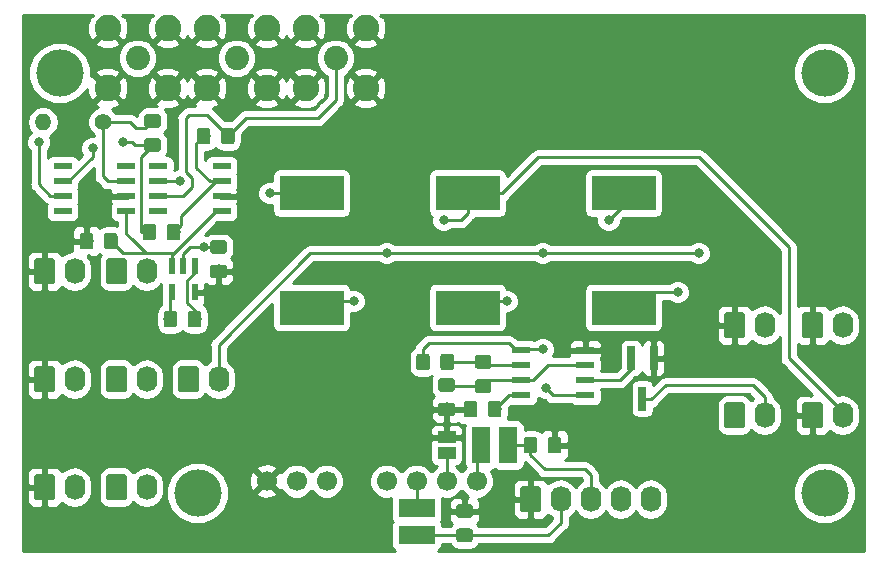
<source format=gbr>
G04 #@! TF.GenerationSoftware,KiCad,Pcbnew,5.0.1*
G04 #@! TF.CreationDate,2019-02-21T21:56:02-06:00*
G04 #@! TF.ProjectId,PowerRDP,506F7765725244502E6B696361645F70,2*
G04 #@! TF.SameCoordinates,Original*
G04 #@! TF.FileFunction,Copper,L2,Bot,Signal*
G04 #@! TF.FilePolarity,Positive*
%FSLAX46Y46*%
G04 Gerber Fmt 4.6, Leading zero omitted, Abs format (unit mm)*
G04 Created by KiCad (PCBNEW 5.0.1) date Thu 21 Feb 2019 09:56:02 PM CST*
%MOMM*%
%LPD*%
G01*
G04 APERTURE LIST*
G04 #@! TA.AperFunction,Conductor*
%ADD10C,0.100000*%
G04 #@! TD*
G04 #@! TA.AperFunction,SMDPad,CuDef*
%ADD11C,1.150000*%
G04 #@! TD*
G04 #@! TA.AperFunction,ComponentPad*
%ADD12C,1.740000*%
G04 #@! TD*
G04 #@! TA.AperFunction,ComponentPad*
%ADD13O,1.740000X2.200000*%
G04 #@! TD*
G04 #@! TA.AperFunction,SMDPad,CuDef*
%ADD14R,1.500000X1.000000*%
G04 #@! TD*
G04 #@! TA.AperFunction,SMDPad,CuDef*
%ADD15R,1.520000X3.050000*%
G04 #@! TD*
G04 #@! TA.AperFunction,SMDPad,CuDef*
%ADD16R,3.050000X1.520000*%
G04 #@! TD*
G04 #@! TA.AperFunction,SMDPad,CuDef*
%ADD17R,0.650000X2.000000*%
G04 #@! TD*
G04 #@! TA.AperFunction,ComponentPad*
%ADD18C,1.700000*%
G04 #@! TD*
G04 #@! TA.AperFunction,SMDPad,CuDef*
%ADD19R,1.550000X0.600000*%
G04 #@! TD*
G04 #@! TA.AperFunction,SMDPad,CuDef*
%ADD20R,5.400000X2.900000*%
G04 #@! TD*
G04 #@! TA.AperFunction,WasherPad*
%ADD21C,4.000000*%
G04 #@! TD*
G04 #@! TA.AperFunction,ComponentPad*
%ADD22C,2.050000*%
G04 #@! TD*
G04 #@! TA.AperFunction,ComponentPad*
%ADD23C,2.250000*%
G04 #@! TD*
G04 #@! TA.AperFunction,ComponentPad*
%ADD24C,1.400000*%
G04 #@! TD*
G04 #@! TA.AperFunction,ComponentPad*
%ADD25O,1.400000X1.400000*%
G04 #@! TD*
G04 #@! TA.AperFunction,SMDPad,CuDef*
%ADD26R,0.558800X1.473200*%
G04 #@! TD*
G04 #@! TA.AperFunction,ViaPad*
%ADD27C,0.800000*%
G04 #@! TD*
G04 #@! TA.AperFunction,Conductor*
%ADD28C,0.250000*%
G04 #@! TD*
G04 #@! TA.AperFunction,Conductor*
%ADD29C,0.254000*%
G04 #@! TD*
G04 APERTURE END LIST*
D10*
G04 #@! TO.N,/-15V*
G04 #@! TO.C,C1*
G36*
X127839505Y-81597204D02*
X127863773Y-81600804D01*
X127887572Y-81606765D01*
X127910671Y-81615030D01*
X127932850Y-81625520D01*
X127953893Y-81638132D01*
X127973599Y-81652747D01*
X127991777Y-81669223D01*
X128008253Y-81687401D01*
X128022868Y-81707107D01*
X128035480Y-81728150D01*
X128045970Y-81750329D01*
X128054235Y-81773428D01*
X128060196Y-81797227D01*
X128063796Y-81821495D01*
X128065000Y-81845999D01*
X128065000Y-82746001D01*
X128063796Y-82770505D01*
X128060196Y-82794773D01*
X128054235Y-82818572D01*
X128045970Y-82841671D01*
X128035480Y-82863850D01*
X128022868Y-82884893D01*
X128008253Y-82904599D01*
X127991777Y-82922777D01*
X127973599Y-82939253D01*
X127953893Y-82953868D01*
X127932850Y-82966480D01*
X127910671Y-82976970D01*
X127887572Y-82985235D01*
X127863773Y-82991196D01*
X127839505Y-82994796D01*
X127815001Y-82996000D01*
X127164999Y-82996000D01*
X127140495Y-82994796D01*
X127116227Y-82991196D01*
X127092428Y-82985235D01*
X127069329Y-82976970D01*
X127047150Y-82966480D01*
X127026107Y-82953868D01*
X127006401Y-82939253D01*
X126988223Y-82922777D01*
X126971747Y-82904599D01*
X126957132Y-82884893D01*
X126944520Y-82863850D01*
X126934030Y-82841671D01*
X126925765Y-82818572D01*
X126919804Y-82794773D01*
X126916204Y-82770505D01*
X126915000Y-82746001D01*
X126915000Y-81845999D01*
X126916204Y-81821495D01*
X126919804Y-81797227D01*
X126925765Y-81773428D01*
X126934030Y-81750329D01*
X126944520Y-81728150D01*
X126957132Y-81707107D01*
X126971747Y-81687401D01*
X126988223Y-81669223D01*
X127006401Y-81652747D01*
X127026107Y-81638132D01*
X127047150Y-81625520D01*
X127069329Y-81615030D01*
X127092428Y-81606765D01*
X127116227Y-81600804D01*
X127140495Y-81597204D01*
X127164999Y-81596000D01*
X127815001Y-81596000D01*
X127839505Y-81597204D01*
X127839505Y-81597204D01*
G37*
D11*
G04 #@! TD*
G04 #@! TO.P,C1,1*
G04 #@! TO.N,/-15V*
X127490000Y-82296000D03*
D10*
G04 #@! TO.N,GND*
G04 #@! TO.C,C1*
G36*
X129889505Y-81597204D02*
X129913773Y-81600804D01*
X129937572Y-81606765D01*
X129960671Y-81615030D01*
X129982850Y-81625520D01*
X130003893Y-81638132D01*
X130023599Y-81652747D01*
X130041777Y-81669223D01*
X130058253Y-81687401D01*
X130072868Y-81707107D01*
X130085480Y-81728150D01*
X130095970Y-81750329D01*
X130104235Y-81773428D01*
X130110196Y-81797227D01*
X130113796Y-81821495D01*
X130115000Y-81845999D01*
X130115000Y-82746001D01*
X130113796Y-82770505D01*
X130110196Y-82794773D01*
X130104235Y-82818572D01*
X130095970Y-82841671D01*
X130085480Y-82863850D01*
X130072868Y-82884893D01*
X130058253Y-82904599D01*
X130041777Y-82922777D01*
X130023599Y-82939253D01*
X130003893Y-82953868D01*
X129982850Y-82966480D01*
X129960671Y-82976970D01*
X129937572Y-82985235D01*
X129913773Y-82991196D01*
X129889505Y-82994796D01*
X129865001Y-82996000D01*
X129214999Y-82996000D01*
X129190495Y-82994796D01*
X129166227Y-82991196D01*
X129142428Y-82985235D01*
X129119329Y-82976970D01*
X129097150Y-82966480D01*
X129076107Y-82953868D01*
X129056401Y-82939253D01*
X129038223Y-82922777D01*
X129021747Y-82904599D01*
X129007132Y-82884893D01*
X128994520Y-82863850D01*
X128984030Y-82841671D01*
X128975765Y-82818572D01*
X128969804Y-82794773D01*
X128966204Y-82770505D01*
X128965000Y-82746001D01*
X128965000Y-81845999D01*
X128966204Y-81821495D01*
X128969804Y-81797227D01*
X128975765Y-81773428D01*
X128984030Y-81750329D01*
X128994520Y-81728150D01*
X129007132Y-81707107D01*
X129021747Y-81687401D01*
X129038223Y-81669223D01*
X129056401Y-81652747D01*
X129076107Y-81638132D01*
X129097150Y-81625520D01*
X129119329Y-81615030D01*
X129142428Y-81606765D01*
X129166227Y-81600804D01*
X129190495Y-81597204D01*
X129214999Y-81596000D01*
X129865001Y-81596000D01*
X129889505Y-81597204D01*
X129889505Y-81597204D01*
G37*
D11*
G04 #@! TD*
G04 #@! TO.P,C1,2*
G04 #@! TO.N,GND*
X129540000Y-82296000D03*
D10*
G04 #@! TO.N,/+15V*
G04 #@! TO.C,C2*
G36*
X122394505Y-89351204D02*
X122418773Y-89354804D01*
X122442572Y-89360765D01*
X122465671Y-89369030D01*
X122487850Y-89379520D01*
X122508893Y-89392132D01*
X122528599Y-89406747D01*
X122546777Y-89423223D01*
X122563253Y-89441401D01*
X122577868Y-89461107D01*
X122590480Y-89482150D01*
X122600970Y-89504329D01*
X122609235Y-89527428D01*
X122615196Y-89551227D01*
X122618796Y-89575495D01*
X122620000Y-89599999D01*
X122620000Y-90250001D01*
X122618796Y-90274505D01*
X122615196Y-90298773D01*
X122609235Y-90322572D01*
X122600970Y-90345671D01*
X122590480Y-90367850D01*
X122577868Y-90388893D01*
X122563253Y-90408599D01*
X122546777Y-90426777D01*
X122528599Y-90443253D01*
X122508893Y-90457868D01*
X122487850Y-90470480D01*
X122465671Y-90480970D01*
X122442572Y-90489235D01*
X122418773Y-90495196D01*
X122394505Y-90498796D01*
X122370001Y-90500000D01*
X121469999Y-90500000D01*
X121445495Y-90498796D01*
X121421227Y-90495196D01*
X121397428Y-90489235D01*
X121374329Y-90480970D01*
X121352150Y-90470480D01*
X121331107Y-90457868D01*
X121311401Y-90443253D01*
X121293223Y-90426777D01*
X121276747Y-90408599D01*
X121262132Y-90388893D01*
X121249520Y-90367850D01*
X121239030Y-90345671D01*
X121230765Y-90322572D01*
X121224804Y-90298773D01*
X121221204Y-90274505D01*
X121220000Y-90250001D01*
X121220000Y-89599999D01*
X121221204Y-89575495D01*
X121224804Y-89551227D01*
X121230765Y-89527428D01*
X121239030Y-89504329D01*
X121249520Y-89482150D01*
X121262132Y-89461107D01*
X121276747Y-89441401D01*
X121293223Y-89423223D01*
X121311401Y-89406747D01*
X121331107Y-89392132D01*
X121352150Y-89379520D01*
X121374329Y-89369030D01*
X121397428Y-89360765D01*
X121421227Y-89354804D01*
X121445495Y-89351204D01*
X121469999Y-89350000D01*
X122370001Y-89350000D01*
X122394505Y-89351204D01*
X122394505Y-89351204D01*
G37*
D11*
G04 #@! TD*
G04 #@! TO.P,C2,1*
G04 #@! TO.N,/+15V*
X121920000Y-89925000D03*
D10*
G04 #@! TO.N,GND*
G04 #@! TO.C,C2*
G36*
X122394505Y-87301204D02*
X122418773Y-87304804D01*
X122442572Y-87310765D01*
X122465671Y-87319030D01*
X122487850Y-87329520D01*
X122508893Y-87342132D01*
X122528599Y-87356747D01*
X122546777Y-87373223D01*
X122563253Y-87391401D01*
X122577868Y-87411107D01*
X122590480Y-87432150D01*
X122600970Y-87454329D01*
X122609235Y-87477428D01*
X122615196Y-87501227D01*
X122618796Y-87525495D01*
X122620000Y-87549999D01*
X122620000Y-88200001D01*
X122618796Y-88224505D01*
X122615196Y-88248773D01*
X122609235Y-88272572D01*
X122600970Y-88295671D01*
X122590480Y-88317850D01*
X122577868Y-88338893D01*
X122563253Y-88358599D01*
X122546777Y-88376777D01*
X122528599Y-88393253D01*
X122508893Y-88407868D01*
X122487850Y-88420480D01*
X122465671Y-88430970D01*
X122442572Y-88439235D01*
X122418773Y-88445196D01*
X122394505Y-88448796D01*
X122370001Y-88450000D01*
X121469999Y-88450000D01*
X121445495Y-88448796D01*
X121421227Y-88445196D01*
X121397428Y-88439235D01*
X121374329Y-88430970D01*
X121352150Y-88420480D01*
X121331107Y-88407868D01*
X121311401Y-88393253D01*
X121293223Y-88376777D01*
X121276747Y-88358599D01*
X121262132Y-88338893D01*
X121249520Y-88317850D01*
X121239030Y-88295671D01*
X121230765Y-88272572D01*
X121224804Y-88248773D01*
X121221204Y-88224505D01*
X121220000Y-88200001D01*
X121220000Y-87549999D01*
X121221204Y-87525495D01*
X121224804Y-87501227D01*
X121230765Y-87477428D01*
X121239030Y-87454329D01*
X121249520Y-87432150D01*
X121262132Y-87411107D01*
X121276747Y-87391401D01*
X121293223Y-87373223D01*
X121311401Y-87356747D01*
X121331107Y-87342132D01*
X121352150Y-87329520D01*
X121374329Y-87319030D01*
X121397428Y-87310765D01*
X121421227Y-87304804D01*
X121445495Y-87301204D01*
X121469999Y-87300000D01*
X122370001Y-87300000D01*
X122394505Y-87301204D01*
X122394505Y-87301204D01*
G37*
D11*
G04 #@! TD*
G04 #@! TO.P,C2,2*
G04 #@! TO.N,GND*
X121920000Y-87875000D03*
D10*
G04 #@! TO.N,GND*
G04 #@! TO.C,C9*
G36*
X122768505Y-78549204D02*
X122792773Y-78552804D01*
X122816572Y-78558765D01*
X122839671Y-78567030D01*
X122861850Y-78577520D01*
X122882893Y-78590132D01*
X122902599Y-78604747D01*
X122920777Y-78621223D01*
X122937253Y-78639401D01*
X122951868Y-78659107D01*
X122964480Y-78680150D01*
X122974970Y-78702329D01*
X122983235Y-78725428D01*
X122989196Y-78749227D01*
X122992796Y-78773495D01*
X122994000Y-78797999D01*
X122994000Y-79698001D01*
X122992796Y-79722505D01*
X122989196Y-79746773D01*
X122983235Y-79770572D01*
X122974970Y-79793671D01*
X122964480Y-79815850D01*
X122951868Y-79836893D01*
X122937253Y-79856599D01*
X122920777Y-79874777D01*
X122902599Y-79891253D01*
X122882893Y-79905868D01*
X122861850Y-79918480D01*
X122839671Y-79928970D01*
X122816572Y-79937235D01*
X122792773Y-79943196D01*
X122768505Y-79946796D01*
X122744001Y-79948000D01*
X122093999Y-79948000D01*
X122069495Y-79946796D01*
X122045227Y-79943196D01*
X122021428Y-79937235D01*
X121998329Y-79928970D01*
X121976150Y-79918480D01*
X121955107Y-79905868D01*
X121935401Y-79891253D01*
X121917223Y-79874777D01*
X121900747Y-79856599D01*
X121886132Y-79836893D01*
X121873520Y-79815850D01*
X121863030Y-79793671D01*
X121854765Y-79770572D01*
X121848804Y-79746773D01*
X121845204Y-79722505D01*
X121844000Y-79698001D01*
X121844000Y-78797999D01*
X121845204Y-78773495D01*
X121848804Y-78749227D01*
X121854765Y-78725428D01*
X121863030Y-78702329D01*
X121873520Y-78680150D01*
X121886132Y-78659107D01*
X121900747Y-78639401D01*
X121917223Y-78621223D01*
X121935401Y-78604747D01*
X121955107Y-78590132D01*
X121976150Y-78577520D01*
X121998329Y-78567030D01*
X122021428Y-78558765D01*
X122045227Y-78552804D01*
X122069495Y-78549204D01*
X122093999Y-78548000D01*
X122744001Y-78548000D01*
X122768505Y-78549204D01*
X122768505Y-78549204D01*
G37*
D11*
G04 #@! TD*
G04 #@! TO.P,C9,2*
G04 #@! TO.N,GND*
X122419000Y-79248000D03*
D10*
G04 #@! TO.N,Net-(C9-Pad1)*
G04 #@! TO.C,C9*
G36*
X124818505Y-78549204D02*
X124842773Y-78552804D01*
X124866572Y-78558765D01*
X124889671Y-78567030D01*
X124911850Y-78577520D01*
X124932893Y-78590132D01*
X124952599Y-78604747D01*
X124970777Y-78621223D01*
X124987253Y-78639401D01*
X125001868Y-78659107D01*
X125014480Y-78680150D01*
X125024970Y-78702329D01*
X125033235Y-78725428D01*
X125039196Y-78749227D01*
X125042796Y-78773495D01*
X125044000Y-78797999D01*
X125044000Y-79698001D01*
X125042796Y-79722505D01*
X125039196Y-79746773D01*
X125033235Y-79770572D01*
X125024970Y-79793671D01*
X125014480Y-79815850D01*
X125001868Y-79836893D01*
X124987253Y-79856599D01*
X124970777Y-79874777D01*
X124952599Y-79891253D01*
X124932893Y-79905868D01*
X124911850Y-79918480D01*
X124889671Y-79928970D01*
X124866572Y-79937235D01*
X124842773Y-79943196D01*
X124818505Y-79946796D01*
X124794001Y-79948000D01*
X124143999Y-79948000D01*
X124119495Y-79946796D01*
X124095227Y-79943196D01*
X124071428Y-79937235D01*
X124048329Y-79928970D01*
X124026150Y-79918480D01*
X124005107Y-79905868D01*
X123985401Y-79891253D01*
X123967223Y-79874777D01*
X123950747Y-79856599D01*
X123936132Y-79836893D01*
X123923520Y-79815850D01*
X123913030Y-79793671D01*
X123904765Y-79770572D01*
X123898804Y-79746773D01*
X123895204Y-79722505D01*
X123894000Y-79698001D01*
X123894000Y-78797999D01*
X123895204Y-78773495D01*
X123898804Y-78749227D01*
X123904765Y-78725428D01*
X123913030Y-78702329D01*
X123923520Y-78680150D01*
X123936132Y-78659107D01*
X123950747Y-78639401D01*
X123967223Y-78621223D01*
X123985401Y-78604747D01*
X124005107Y-78590132D01*
X124026150Y-78577520D01*
X124048329Y-78567030D01*
X124071428Y-78558765D01*
X124095227Y-78552804D01*
X124119495Y-78549204D01*
X124143999Y-78548000D01*
X124794001Y-78548000D01*
X124818505Y-78549204D01*
X124818505Y-78549204D01*
G37*
D11*
G04 #@! TD*
G04 #@! TO.P,C9,1*
G04 #@! TO.N,Net-(C9-Pad1)*
X124469000Y-79248000D03*
D10*
G04 #@! TO.N,GND*
G04 #@! TO.C,C10*
G36*
X120870505Y-78692204D02*
X120894773Y-78695804D01*
X120918572Y-78701765D01*
X120941671Y-78710030D01*
X120963850Y-78720520D01*
X120984893Y-78733132D01*
X121004599Y-78747747D01*
X121022777Y-78764223D01*
X121039253Y-78782401D01*
X121053868Y-78802107D01*
X121066480Y-78823150D01*
X121076970Y-78845329D01*
X121085235Y-78868428D01*
X121091196Y-78892227D01*
X121094796Y-78916495D01*
X121096000Y-78940999D01*
X121096000Y-79591001D01*
X121094796Y-79615505D01*
X121091196Y-79639773D01*
X121085235Y-79663572D01*
X121076970Y-79686671D01*
X121066480Y-79708850D01*
X121053868Y-79729893D01*
X121039253Y-79749599D01*
X121022777Y-79767777D01*
X121004599Y-79784253D01*
X120984893Y-79798868D01*
X120963850Y-79811480D01*
X120941671Y-79821970D01*
X120918572Y-79830235D01*
X120894773Y-79836196D01*
X120870505Y-79839796D01*
X120846001Y-79841000D01*
X119945999Y-79841000D01*
X119921495Y-79839796D01*
X119897227Y-79836196D01*
X119873428Y-79830235D01*
X119850329Y-79821970D01*
X119828150Y-79811480D01*
X119807107Y-79798868D01*
X119787401Y-79784253D01*
X119769223Y-79767777D01*
X119752747Y-79749599D01*
X119738132Y-79729893D01*
X119725520Y-79708850D01*
X119715030Y-79686671D01*
X119706765Y-79663572D01*
X119700804Y-79639773D01*
X119697204Y-79615505D01*
X119696000Y-79591001D01*
X119696000Y-78940999D01*
X119697204Y-78916495D01*
X119700804Y-78892227D01*
X119706765Y-78868428D01*
X119715030Y-78845329D01*
X119725520Y-78823150D01*
X119738132Y-78802107D01*
X119752747Y-78782401D01*
X119769223Y-78764223D01*
X119787401Y-78747747D01*
X119807107Y-78733132D01*
X119828150Y-78720520D01*
X119850329Y-78710030D01*
X119873428Y-78701765D01*
X119897227Y-78695804D01*
X119921495Y-78692204D01*
X119945999Y-78691000D01*
X120846001Y-78691000D01*
X120870505Y-78692204D01*
X120870505Y-78692204D01*
G37*
D11*
G04 #@! TD*
G04 #@! TO.P,C10,2*
G04 #@! TO.N,GND*
X120396000Y-79266000D03*
D10*
G04 #@! TO.N,/THR*
G04 #@! TO.C,C10*
G36*
X120870505Y-76642204D02*
X120894773Y-76645804D01*
X120918572Y-76651765D01*
X120941671Y-76660030D01*
X120963850Y-76670520D01*
X120984893Y-76683132D01*
X121004599Y-76697747D01*
X121022777Y-76714223D01*
X121039253Y-76732401D01*
X121053868Y-76752107D01*
X121066480Y-76773150D01*
X121076970Y-76795329D01*
X121085235Y-76818428D01*
X121091196Y-76842227D01*
X121094796Y-76866495D01*
X121096000Y-76890999D01*
X121096000Y-77541001D01*
X121094796Y-77565505D01*
X121091196Y-77589773D01*
X121085235Y-77613572D01*
X121076970Y-77636671D01*
X121066480Y-77658850D01*
X121053868Y-77679893D01*
X121039253Y-77699599D01*
X121022777Y-77717777D01*
X121004599Y-77734253D01*
X120984893Y-77748868D01*
X120963850Y-77761480D01*
X120941671Y-77771970D01*
X120918572Y-77780235D01*
X120894773Y-77786196D01*
X120870505Y-77789796D01*
X120846001Y-77791000D01*
X119945999Y-77791000D01*
X119921495Y-77789796D01*
X119897227Y-77786196D01*
X119873428Y-77780235D01*
X119850329Y-77771970D01*
X119828150Y-77761480D01*
X119807107Y-77748868D01*
X119787401Y-77734253D01*
X119769223Y-77717777D01*
X119752747Y-77699599D01*
X119738132Y-77679893D01*
X119725520Y-77658850D01*
X119715030Y-77636671D01*
X119706765Y-77613572D01*
X119700804Y-77589773D01*
X119697204Y-77565505D01*
X119696000Y-77541001D01*
X119696000Y-76890999D01*
X119697204Y-76866495D01*
X119700804Y-76842227D01*
X119706765Y-76818428D01*
X119715030Y-76795329D01*
X119725520Y-76773150D01*
X119738132Y-76752107D01*
X119752747Y-76732401D01*
X119769223Y-76714223D01*
X119787401Y-76697747D01*
X119807107Y-76683132D01*
X119828150Y-76670520D01*
X119850329Y-76660030D01*
X119873428Y-76651765D01*
X119897227Y-76645804D01*
X119921495Y-76642204D01*
X119945999Y-76641000D01*
X120846001Y-76641000D01*
X120870505Y-76642204D01*
X120870505Y-76642204D01*
G37*
D11*
G04 #@! TD*
G04 #@! TO.P,C10,1*
G04 #@! TO.N,/THR*
X120396000Y-77216000D03*
D10*
G04 #@! TO.N,GND*
G04 #@! TO.C,J1*
G36*
X87004505Y-66465204D02*
X87028773Y-66468804D01*
X87052572Y-66474765D01*
X87075671Y-66483030D01*
X87097850Y-66493520D01*
X87118893Y-66506132D01*
X87138599Y-66520747D01*
X87156777Y-66537223D01*
X87173253Y-66555401D01*
X87187868Y-66575107D01*
X87200480Y-66596150D01*
X87210970Y-66618329D01*
X87219235Y-66641428D01*
X87225196Y-66665227D01*
X87228796Y-66689495D01*
X87230000Y-66713999D01*
X87230000Y-68414001D01*
X87228796Y-68438505D01*
X87225196Y-68462773D01*
X87219235Y-68486572D01*
X87210970Y-68509671D01*
X87200480Y-68531850D01*
X87187868Y-68552893D01*
X87173253Y-68572599D01*
X87156777Y-68590777D01*
X87138599Y-68607253D01*
X87118893Y-68621868D01*
X87097850Y-68634480D01*
X87075671Y-68644970D01*
X87052572Y-68653235D01*
X87028773Y-68659196D01*
X87004505Y-68662796D01*
X86980001Y-68664000D01*
X85739999Y-68664000D01*
X85715495Y-68662796D01*
X85691227Y-68659196D01*
X85667428Y-68653235D01*
X85644329Y-68644970D01*
X85622150Y-68634480D01*
X85601107Y-68621868D01*
X85581401Y-68607253D01*
X85563223Y-68590777D01*
X85546747Y-68572599D01*
X85532132Y-68552893D01*
X85519520Y-68531850D01*
X85509030Y-68509671D01*
X85500765Y-68486572D01*
X85494804Y-68462773D01*
X85491204Y-68438505D01*
X85490000Y-68414001D01*
X85490000Y-66713999D01*
X85491204Y-66689495D01*
X85494804Y-66665227D01*
X85500765Y-66641428D01*
X85509030Y-66618329D01*
X85519520Y-66596150D01*
X85532132Y-66575107D01*
X85546747Y-66555401D01*
X85563223Y-66537223D01*
X85581401Y-66520747D01*
X85601107Y-66506132D01*
X85622150Y-66493520D01*
X85644329Y-66483030D01*
X85667428Y-66474765D01*
X85691227Y-66468804D01*
X85715495Y-66465204D01*
X85739999Y-66464000D01*
X86980001Y-66464000D01*
X87004505Y-66465204D01*
X87004505Y-66465204D01*
G37*
D12*
G04 #@! TD*
G04 #@! TO.P,J1,1*
G04 #@! TO.N,GND*
X86360000Y-67564000D03*
D13*
G04 #@! TO.P,J1,2*
G04 #@! TO.N,Net-(J1-Pad2)*
X88900000Y-67564000D03*
G04 #@! TD*
D10*
G04 #@! TO.N,Net-(J1-Pad2)*
G04 #@! TO.C,J2*
G36*
X93100505Y-66465204D02*
X93124773Y-66468804D01*
X93148572Y-66474765D01*
X93171671Y-66483030D01*
X93193850Y-66493520D01*
X93214893Y-66506132D01*
X93234599Y-66520747D01*
X93252777Y-66537223D01*
X93269253Y-66555401D01*
X93283868Y-66575107D01*
X93296480Y-66596150D01*
X93306970Y-66618329D01*
X93315235Y-66641428D01*
X93321196Y-66665227D01*
X93324796Y-66689495D01*
X93326000Y-66713999D01*
X93326000Y-68414001D01*
X93324796Y-68438505D01*
X93321196Y-68462773D01*
X93315235Y-68486572D01*
X93306970Y-68509671D01*
X93296480Y-68531850D01*
X93283868Y-68552893D01*
X93269253Y-68572599D01*
X93252777Y-68590777D01*
X93234599Y-68607253D01*
X93214893Y-68621868D01*
X93193850Y-68634480D01*
X93171671Y-68644970D01*
X93148572Y-68653235D01*
X93124773Y-68659196D01*
X93100505Y-68662796D01*
X93076001Y-68664000D01*
X91835999Y-68664000D01*
X91811495Y-68662796D01*
X91787227Y-68659196D01*
X91763428Y-68653235D01*
X91740329Y-68644970D01*
X91718150Y-68634480D01*
X91697107Y-68621868D01*
X91677401Y-68607253D01*
X91659223Y-68590777D01*
X91642747Y-68572599D01*
X91628132Y-68552893D01*
X91615520Y-68531850D01*
X91605030Y-68509671D01*
X91596765Y-68486572D01*
X91590804Y-68462773D01*
X91587204Y-68438505D01*
X91586000Y-68414001D01*
X91586000Y-66713999D01*
X91587204Y-66689495D01*
X91590804Y-66665227D01*
X91596765Y-66641428D01*
X91605030Y-66618329D01*
X91615520Y-66596150D01*
X91628132Y-66575107D01*
X91642747Y-66555401D01*
X91659223Y-66537223D01*
X91677401Y-66520747D01*
X91697107Y-66506132D01*
X91718150Y-66493520D01*
X91740329Y-66483030D01*
X91763428Y-66474765D01*
X91787227Y-66468804D01*
X91811495Y-66465204D01*
X91835999Y-66464000D01*
X93076001Y-66464000D01*
X93100505Y-66465204D01*
X93100505Y-66465204D01*
G37*
D12*
G04 #@! TD*
G04 #@! TO.P,J2,1*
G04 #@! TO.N,Net-(J1-Pad2)*
X92456000Y-67564000D03*
D13*
G04 #@! TO.P,J2,2*
G04 #@! TO.N,+BATT*
X94996000Y-67564000D03*
G04 #@! TD*
G04 #@! TO.P,J3,2*
G04 #@! TO.N,Net-(J3-Pad2)*
X88900000Y-76708000D03*
D10*
G04 #@! TD*
G04 #@! TO.N,GND*
G04 #@! TO.C,J3*
G36*
X87004505Y-75609204D02*
X87028773Y-75612804D01*
X87052572Y-75618765D01*
X87075671Y-75627030D01*
X87097850Y-75637520D01*
X87118893Y-75650132D01*
X87138599Y-75664747D01*
X87156777Y-75681223D01*
X87173253Y-75699401D01*
X87187868Y-75719107D01*
X87200480Y-75740150D01*
X87210970Y-75762329D01*
X87219235Y-75785428D01*
X87225196Y-75809227D01*
X87228796Y-75833495D01*
X87230000Y-75857999D01*
X87230000Y-77558001D01*
X87228796Y-77582505D01*
X87225196Y-77606773D01*
X87219235Y-77630572D01*
X87210970Y-77653671D01*
X87200480Y-77675850D01*
X87187868Y-77696893D01*
X87173253Y-77716599D01*
X87156777Y-77734777D01*
X87138599Y-77751253D01*
X87118893Y-77765868D01*
X87097850Y-77778480D01*
X87075671Y-77788970D01*
X87052572Y-77797235D01*
X87028773Y-77803196D01*
X87004505Y-77806796D01*
X86980001Y-77808000D01*
X85739999Y-77808000D01*
X85715495Y-77806796D01*
X85691227Y-77803196D01*
X85667428Y-77797235D01*
X85644329Y-77788970D01*
X85622150Y-77778480D01*
X85601107Y-77765868D01*
X85581401Y-77751253D01*
X85563223Y-77734777D01*
X85546747Y-77716599D01*
X85532132Y-77696893D01*
X85519520Y-77675850D01*
X85509030Y-77653671D01*
X85500765Y-77630572D01*
X85494804Y-77606773D01*
X85491204Y-77582505D01*
X85490000Y-77558001D01*
X85490000Y-75857999D01*
X85491204Y-75833495D01*
X85494804Y-75809227D01*
X85500765Y-75785428D01*
X85509030Y-75762329D01*
X85519520Y-75740150D01*
X85532132Y-75719107D01*
X85546747Y-75699401D01*
X85563223Y-75681223D01*
X85581401Y-75664747D01*
X85601107Y-75650132D01*
X85622150Y-75637520D01*
X85644329Y-75627030D01*
X85667428Y-75618765D01*
X85691227Y-75612804D01*
X85715495Y-75609204D01*
X85739999Y-75608000D01*
X86980001Y-75608000D01*
X87004505Y-75609204D01*
X87004505Y-75609204D01*
G37*
D12*
G04 #@! TO.P,J3,1*
G04 #@! TO.N,GND*
X86360000Y-76708000D03*
G04 #@! TD*
D10*
G04 #@! TO.N,Net-(J3-Pad2)*
G04 #@! TO.C,J4*
G36*
X93100505Y-75609204D02*
X93124773Y-75612804D01*
X93148572Y-75618765D01*
X93171671Y-75627030D01*
X93193850Y-75637520D01*
X93214893Y-75650132D01*
X93234599Y-75664747D01*
X93252777Y-75681223D01*
X93269253Y-75699401D01*
X93283868Y-75719107D01*
X93296480Y-75740150D01*
X93306970Y-75762329D01*
X93315235Y-75785428D01*
X93321196Y-75809227D01*
X93324796Y-75833495D01*
X93326000Y-75857999D01*
X93326000Y-77558001D01*
X93324796Y-77582505D01*
X93321196Y-77606773D01*
X93315235Y-77630572D01*
X93306970Y-77653671D01*
X93296480Y-77675850D01*
X93283868Y-77696893D01*
X93269253Y-77716599D01*
X93252777Y-77734777D01*
X93234599Y-77751253D01*
X93214893Y-77765868D01*
X93193850Y-77778480D01*
X93171671Y-77788970D01*
X93148572Y-77797235D01*
X93124773Y-77803196D01*
X93100505Y-77806796D01*
X93076001Y-77808000D01*
X91835999Y-77808000D01*
X91811495Y-77806796D01*
X91787227Y-77803196D01*
X91763428Y-77797235D01*
X91740329Y-77788970D01*
X91718150Y-77778480D01*
X91697107Y-77765868D01*
X91677401Y-77751253D01*
X91659223Y-77734777D01*
X91642747Y-77716599D01*
X91628132Y-77696893D01*
X91615520Y-77675850D01*
X91605030Y-77653671D01*
X91596765Y-77630572D01*
X91590804Y-77606773D01*
X91587204Y-77582505D01*
X91586000Y-77558001D01*
X91586000Y-75857999D01*
X91587204Y-75833495D01*
X91590804Y-75809227D01*
X91596765Y-75785428D01*
X91605030Y-75762329D01*
X91615520Y-75740150D01*
X91628132Y-75719107D01*
X91642747Y-75699401D01*
X91659223Y-75681223D01*
X91677401Y-75664747D01*
X91697107Y-75650132D01*
X91718150Y-75637520D01*
X91740329Y-75627030D01*
X91763428Y-75618765D01*
X91787227Y-75612804D01*
X91811495Y-75609204D01*
X91835999Y-75608000D01*
X93076001Y-75608000D01*
X93100505Y-75609204D01*
X93100505Y-75609204D01*
G37*
D12*
G04 #@! TD*
G04 #@! TO.P,J4,1*
G04 #@! TO.N,Net-(J3-Pad2)*
X92456000Y-76708000D03*
D13*
G04 #@! TO.P,J4,2*
G04 #@! TO.N,+BATT*
X94996000Y-76708000D03*
G04 #@! TD*
G04 #@! TO.P,J5,2*
G04 #@! TO.N,Net-(J5-Pad2)*
X88900000Y-85852000D03*
D10*
G04 #@! TD*
G04 #@! TO.N,GND*
G04 #@! TO.C,J5*
G36*
X87004505Y-84753204D02*
X87028773Y-84756804D01*
X87052572Y-84762765D01*
X87075671Y-84771030D01*
X87097850Y-84781520D01*
X87118893Y-84794132D01*
X87138599Y-84808747D01*
X87156777Y-84825223D01*
X87173253Y-84843401D01*
X87187868Y-84863107D01*
X87200480Y-84884150D01*
X87210970Y-84906329D01*
X87219235Y-84929428D01*
X87225196Y-84953227D01*
X87228796Y-84977495D01*
X87230000Y-85001999D01*
X87230000Y-86702001D01*
X87228796Y-86726505D01*
X87225196Y-86750773D01*
X87219235Y-86774572D01*
X87210970Y-86797671D01*
X87200480Y-86819850D01*
X87187868Y-86840893D01*
X87173253Y-86860599D01*
X87156777Y-86878777D01*
X87138599Y-86895253D01*
X87118893Y-86909868D01*
X87097850Y-86922480D01*
X87075671Y-86932970D01*
X87052572Y-86941235D01*
X87028773Y-86947196D01*
X87004505Y-86950796D01*
X86980001Y-86952000D01*
X85739999Y-86952000D01*
X85715495Y-86950796D01*
X85691227Y-86947196D01*
X85667428Y-86941235D01*
X85644329Y-86932970D01*
X85622150Y-86922480D01*
X85601107Y-86909868D01*
X85581401Y-86895253D01*
X85563223Y-86878777D01*
X85546747Y-86860599D01*
X85532132Y-86840893D01*
X85519520Y-86819850D01*
X85509030Y-86797671D01*
X85500765Y-86774572D01*
X85494804Y-86750773D01*
X85491204Y-86726505D01*
X85490000Y-86702001D01*
X85490000Y-85001999D01*
X85491204Y-84977495D01*
X85494804Y-84953227D01*
X85500765Y-84929428D01*
X85509030Y-84906329D01*
X85519520Y-84884150D01*
X85532132Y-84863107D01*
X85546747Y-84843401D01*
X85563223Y-84825223D01*
X85581401Y-84808747D01*
X85601107Y-84794132D01*
X85622150Y-84781520D01*
X85644329Y-84771030D01*
X85667428Y-84762765D01*
X85691227Y-84756804D01*
X85715495Y-84753204D01*
X85739999Y-84752000D01*
X86980001Y-84752000D01*
X87004505Y-84753204D01*
X87004505Y-84753204D01*
G37*
D12*
G04 #@! TO.P,J5,1*
G04 #@! TO.N,GND*
X86360000Y-85852000D03*
G04 #@! TD*
D13*
G04 #@! TO.P,J6,2*
G04 #@! TO.N,+BATT*
X94996000Y-85852000D03*
D10*
G04 #@! TD*
G04 #@! TO.N,Net-(J5-Pad2)*
G04 #@! TO.C,J6*
G36*
X93100505Y-84753204D02*
X93124773Y-84756804D01*
X93148572Y-84762765D01*
X93171671Y-84771030D01*
X93193850Y-84781520D01*
X93214893Y-84794132D01*
X93234599Y-84808747D01*
X93252777Y-84825223D01*
X93269253Y-84843401D01*
X93283868Y-84863107D01*
X93296480Y-84884150D01*
X93306970Y-84906329D01*
X93315235Y-84929428D01*
X93321196Y-84953227D01*
X93324796Y-84977495D01*
X93326000Y-85001999D01*
X93326000Y-86702001D01*
X93324796Y-86726505D01*
X93321196Y-86750773D01*
X93315235Y-86774572D01*
X93306970Y-86797671D01*
X93296480Y-86819850D01*
X93283868Y-86840893D01*
X93269253Y-86860599D01*
X93252777Y-86878777D01*
X93234599Y-86895253D01*
X93214893Y-86909868D01*
X93193850Y-86922480D01*
X93171671Y-86932970D01*
X93148572Y-86941235D01*
X93124773Y-86947196D01*
X93100505Y-86950796D01*
X93076001Y-86952000D01*
X91835999Y-86952000D01*
X91811495Y-86950796D01*
X91787227Y-86947196D01*
X91763428Y-86941235D01*
X91740329Y-86932970D01*
X91718150Y-86922480D01*
X91697107Y-86909868D01*
X91677401Y-86895253D01*
X91659223Y-86878777D01*
X91642747Y-86860599D01*
X91628132Y-86840893D01*
X91615520Y-86819850D01*
X91605030Y-86797671D01*
X91596765Y-86774572D01*
X91590804Y-86750773D01*
X91587204Y-86726505D01*
X91586000Y-86702001D01*
X91586000Y-85001999D01*
X91587204Y-84977495D01*
X91590804Y-84953227D01*
X91596765Y-84929428D01*
X91605030Y-84906329D01*
X91615520Y-84884150D01*
X91628132Y-84863107D01*
X91642747Y-84843401D01*
X91659223Y-84825223D01*
X91677401Y-84808747D01*
X91697107Y-84794132D01*
X91718150Y-84781520D01*
X91740329Y-84771030D01*
X91763428Y-84762765D01*
X91787227Y-84756804D01*
X91811495Y-84753204D01*
X91835999Y-84752000D01*
X93076001Y-84752000D01*
X93100505Y-84753204D01*
X93100505Y-84753204D01*
G37*
D12*
G04 #@! TO.P,J6,1*
G04 #@! TO.N,Net-(J5-Pad2)*
X92456000Y-85852000D03*
G04 #@! TD*
D13*
G04 #@! TO.P,J7,2*
G04 #@! TO.N,/+3.3V*
X153924000Y-72136000D03*
D10*
G04 #@! TD*
G04 #@! TO.N,GND*
G04 #@! TO.C,J7*
G36*
X152028505Y-71037204D02*
X152052773Y-71040804D01*
X152076572Y-71046765D01*
X152099671Y-71055030D01*
X152121850Y-71065520D01*
X152142893Y-71078132D01*
X152162599Y-71092747D01*
X152180777Y-71109223D01*
X152197253Y-71127401D01*
X152211868Y-71147107D01*
X152224480Y-71168150D01*
X152234970Y-71190329D01*
X152243235Y-71213428D01*
X152249196Y-71237227D01*
X152252796Y-71261495D01*
X152254000Y-71285999D01*
X152254000Y-72986001D01*
X152252796Y-73010505D01*
X152249196Y-73034773D01*
X152243235Y-73058572D01*
X152234970Y-73081671D01*
X152224480Y-73103850D01*
X152211868Y-73124893D01*
X152197253Y-73144599D01*
X152180777Y-73162777D01*
X152162599Y-73179253D01*
X152142893Y-73193868D01*
X152121850Y-73206480D01*
X152099671Y-73216970D01*
X152076572Y-73225235D01*
X152052773Y-73231196D01*
X152028505Y-73234796D01*
X152004001Y-73236000D01*
X150763999Y-73236000D01*
X150739495Y-73234796D01*
X150715227Y-73231196D01*
X150691428Y-73225235D01*
X150668329Y-73216970D01*
X150646150Y-73206480D01*
X150625107Y-73193868D01*
X150605401Y-73179253D01*
X150587223Y-73162777D01*
X150570747Y-73144599D01*
X150556132Y-73124893D01*
X150543520Y-73103850D01*
X150533030Y-73081671D01*
X150524765Y-73058572D01*
X150518804Y-73034773D01*
X150515204Y-73010505D01*
X150514000Y-72986001D01*
X150514000Y-71285999D01*
X150515204Y-71261495D01*
X150518804Y-71237227D01*
X150524765Y-71213428D01*
X150533030Y-71190329D01*
X150543520Y-71168150D01*
X150556132Y-71147107D01*
X150570747Y-71127401D01*
X150587223Y-71109223D01*
X150605401Y-71092747D01*
X150625107Y-71078132D01*
X150646150Y-71065520D01*
X150668329Y-71055030D01*
X150691428Y-71046765D01*
X150715227Y-71040804D01*
X150739495Y-71037204D01*
X150763999Y-71036000D01*
X152004001Y-71036000D01*
X152028505Y-71037204D01*
X152028505Y-71037204D01*
G37*
D12*
G04 #@! TO.P,J7,1*
G04 #@! TO.N,GND*
X151384000Y-72136000D03*
G04 #@! TD*
D10*
G04 #@! TO.N,GND*
G04 #@! TO.C,J8*
G36*
X152028505Y-78657204D02*
X152052773Y-78660804D01*
X152076572Y-78666765D01*
X152099671Y-78675030D01*
X152121850Y-78685520D01*
X152142893Y-78698132D01*
X152162599Y-78712747D01*
X152180777Y-78729223D01*
X152197253Y-78747401D01*
X152211868Y-78767107D01*
X152224480Y-78788150D01*
X152234970Y-78810329D01*
X152243235Y-78833428D01*
X152249196Y-78857227D01*
X152252796Y-78881495D01*
X152254000Y-78905999D01*
X152254000Y-80606001D01*
X152252796Y-80630505D01*
X152249196Y-80654773D01*
X152243235Y-80678572D01*
X152234970Y-80701671D01*
X152224480Y-80723850D01*
X152211868Y-80744893D01*
X152197253Y-80764599D01*
X152180777Y-80782777D01*
X152162599Y-80799253D01*
X152142893Y-80813868D01*
X152121850Y-80826480D01*
X152099671Y-80836970D01*
X152076572Y-80845235D01*
X152052773Y-80851196D01*
X152028505Y-80854796D01*
X152004001Y-80856000D01*
X150763999Y-80856000D01*
X150739495Y-80854796D01*
X150715227Y-80851196D01*
X150691428Y-80845235D01*
X150668329Y-80836970D01*
X150646150Y-80826480D01*
X150625107Y-80813868D01*
X150605401Y-80799253D01*
X150587223Y-80782777D01*
X150570747Y-80764599D01*
X150556132Y-80744893D01*
X150543520Y-80723850D01*
X150533030Y-80701671D01*
X150524765Y-80678572D01*
X150518804Y-80654773D01*
X150515204Y-80630505D01*
X150514000Y-80606001D01*
X150514000Y-78905999D01*
X150515204Y-78881495D01*
X150518804Y-78857227D01*
X150524765Y-78833428D01*
X150533030Y-78810329D01*
X150543520Y-78788150D01*
X150556132Y-78767107D01*
X150570747Y-78747401D01*
X150587223Y-78729223D01*
X150605401Y-78712747D01*
X150625107Y-78698132D01*
X150646150Y-78685520D01*
X150668329Y-78675030D01*
X150691428Y-78666765D01*
X150715227Y-78660804D01*
X150739495Y-78657204D01*
X150763999Y-78656000D01*
X152004001Y-78656000D01*
X152028505Y-78657204D01*
X152028505Y-78657204D01*
G37*
D12*
G04 #@! TD*
G04 #@! TO.P,J8,1*
G04 #@! TO.N,GND*
X151384000Y-79756000D03*
D13*
G04 #@! TO.P,J8,2*
G04 #@! TO.N,/+5V*
X153924000Y-79756000D03*
G04 #@! TD*
D10*
G04 #@! TO.N,GND*
G04 #@! TO.C,J9*
G36*
X145424505Y-71037204D02*
X145448773Y-71040804D01*
X145472572Y-71046765D01*
X145495671Y-71055030D01*
X145517850Y-71065520D01*
X145538893Y-71078132D01*
X145558599Y-71092747D01*
X145576777Y-71109223D01*
X145593253Y-71127401D01*
X145607868Y-71147107D01*
X145620480Y-71168150D01*
X145630970Y-71190329D01*
X145639235Y-71213428D01*
X145645196Y-71237227D01*
X145648796Y-71261495D01*
X145650000Y-71285999D01*
X145650000Y-72986001D01*
X145648796Y-73010505D01*
X145645196Y-73034773D01*
X145639235Y-73058572D01*
X145630970Y-73081671D01*
X145620480Y-73103850D01*
X145607868Y-73124893D01*
X145593253Y-73144599D01*
X145576777Y-73162777D01*
X145558599Y-73179253D01*
X145538893Y-73193868D01*
X145517850Y-73206480D01*
X145495671Y-73216970D01*
X145472572Y-73225235D01*
X145448773Y-73231196D01*
X145424505Y-73234796D01*
X145400001Y-73236000D01*
X144159999Y-73236000D01*
X144135495Y-73234796D01*
X144111227Y-73231196D01*
X144087428Y-73225235D01*
X144064329Y-73216970D01*
X144042150Y-73206480D01*
X144021107Y-73193868D01*
X144001401Y-73179253D01*
X143983223Y-73162777D01*
X143966747Y-73144599D01*
X143952132Y-73124893D01*
X143939520Y-73103850D01*
X143929030Y-73081671D01*
X143920765Y-73058572D01*
X143914804Y-73034773D01*
X143911204Y-73010505D01*
X143910000Y-72986001D01*
X143910000Y-71285999D01*
X143911204Y-71261495D01*
X143914804Y-71237227D01*
X143920765Y-71213428D01*
X143929030Y-71190329D01*
X143939520Y-71168150D01*
X143952132Y-71147107D01*
X143966747Y-71127401D01*
X143983223Y-71109223D01*
X144001401Y-71092747D01*
X144021107Y-71078132D01*
X144042150Y-71065520D01*
X144064329Y-71055030D01*
X144087428Y-71046765D01*
X144111227Y-71040804D01*
X144135495Y-71037204D01*
X144159999Y-71036000D01*
X145400001Y-71036000D01*
X145424505Y-71037204D01*
X145424505Y-71037204D01*
G37*
D12*
G04 #@! TD*
G04 #@! TO.P,J9,1*
G04 #@! TO.N,GND*
X144780000Y-72136000D03*
D13*
G04 #@! TO.P,J9,2*
G04 #@! TO.N,/+12V*
X147320000Y-72136000D03*
G04 #@! TD*
D10*
G04 #@! TO.N,GND*
G04 #@! TO.C,J10*
G36*
X128152505Y-85769204D02*
X128176773Y-85772804D01*
X128200572Y-85778765D01*
X128223671Y-85787030D01*
X128245850Y-85797520D01*
X128266893Y-85810132D01*
X128286599Y-85824747D01*
X128304777Y-85841223D01*
X128321253Y-85859401D01*
X128335868Y-85879107D01*
X128348480Y-85900150D01*
X128358970Y-85922329D01*
X128367235Y-85945428D01*
X128373196Y-85969227D01*
X128376796Y-85993495D01*
X128378000Y-86017999D01*
X128378000Y-87718001D01*
X128376796Y-87742505D01*
X128373196Y-87766773D01*
X128367235Y-87790572D01*
X128358970Y-87813671D01*
X128348480Y-87835850D01*
X128335868Y-87856893D01*
X128321253Y-87876599D01*
X128304777Y-87894777D01*
X128286599Y-87911253D01*
X128266893Y-87925868D01*
X128245850Y-87938480D01*
X128223671Y-87948970D01*
X128200572Y-87957235D01*
X128176773Y-87963196D01*
X128152505Y-87966796D01*
X128128001Y-87968000D01*
X126887999Y-87968000D01*
X126863495Y-87966796D01*
X126839227Y-87963196D01*
X126815428Y-87957235D01*
X126792329Y-87948970D01*
X126770150Y-87938480D01*
X126749107Y-87925868D01*
X126729401Y-87911253D01*
X126711223Y-87894777D01*
X126694747Y-87876599D01*
X126680132Y-87856893D01*
X126667520Y-87835850D01*
X126657030Y-87813671D01*
X126648765Y-87790572D01*
X126642804Y-87766773D01*
X126639204Y-87742505D01*
X126638000Y-87718001D01*
X126638000Y-86017999D01*
X126639204Y-85993495D01*
X126642804Y-85969227D01*
X126648765Y-85945428D01*
X126657030Y-85922329D01*
X126667520Y-85900150D01*
X126680132Y-85879107D01*
X126694747Y-85859401D01*
X126711223Y-85841223D01*
X126729401Y-85824747D01*
X126749107Y-85810132D01*
X126770150Y-85797520D01*
X126792329Y-85787030D01*
X126815428Y-85778765D01*
X126839227Y-85772804D01*
X126863495Y-85769204D01*
X126887999Y-85768000D01*
X128128001Y-85768000D01*
X128152505Y-85769204D01*
X128152505Y-85769204D01*
G37*
D12*
G04 #@! TD*
G04 #@! TO.P,J10,1*
G04 #@! TO.N,GND*
X127508000Y-86868000D03*
D13*
G04 #@! TO.P,J10,2*
G04 #@! TO.N,/+15V*
X130048000Y-86868000D03*
G04 #@! TO.P,J10,3*
G04 #@! TO.N,/-15V*
X132588000Y-86868000D03*
G04 #@! TO.P,J10,4*
G04 #@! TO.N,/C_in*
X135128000Y-86868000D03*
G04 #@! TO.P,J10,5*
G04 #@! TO.N,/C_out*
X137668000Y-86868000D03*
G04 #@! TD*
D10*
G04 #@! TO.N,Net-(J11-Pad1)*
G04 #@! TO.C,J11*
G36*
X145424505Y-78657204D02*
X145448773Y-78660804D01*
X145472572Y-78666765D01*
X145495671Y-78675030D01*
X145517850Y-78685520D01*
X145538893Y-78698132D01*
X145558599Y-78712747D01*
X145576777Y-78729223D01*
X145593253Y-78747401D01*
X145607868Y-78767107D01*
X145620480Y-78788150D01*
X145630970Y-78810329D01*
X145639235Y-78833428D01*
X145645196Y-78857227D01*
X145648796Y-78881495D01*
X145650000Y-78905999D01*
X145650000Y-80606001D01*
X145648796Y-80630505D01*
X145645196Y-80654773D01*
X145639235Y-80678572D01*
X145630970Y-80701671D01*
X145620480Y-80723850D01*
X145607868Y-80744893D01*
X145593253Y-80764599D01*
X145576777Y-80782777D01*
X145558599Y-80799253D01*
X145538893Y-80813868D01*
X145517850Y-80826480D01*
X145495671Y-80836970D01*
X145472572Y-80845235D01*
X145448773Y-80851196D01*
X145424505Y-80854796D01*
X145400001Y-80856000D01*
X144159999Y-80856000D01*
X144135495Y-80854796D01*
X144111227Y-80851196D01*
X144087428Y-80845235D01*
X144064329Y-80836970D01*
X144042150Y-80826480D01*
X144021107Y-80813868D01*
X144001401Y-80799253D01*
X143983223Y-80782777D01*
X143966747Y-80764599D01*
X143952132Y-80744893D01*
X143939520Y-80723850D01*
X143929030Y-80701671D01*
X143920765Y-80678572D01*
X143914804Y-80654773D01*
X143911204Y-80630505D01*
X143910000Y-80606001D01*
X143910000Y-78905999D01*
X143911204Y-78881495D01*
X143914804Y-78857227D01*
X143920765Y-78833428D01*
X143929030Y-78810329D01*
X143939520Y-78788150D01*
X143952132Y-78767107D01*
X143966747Y-78747401D01*
X143983223Y-78729223D01*
X144001401Y-78712747D01*
X144021107Y-78698132D01*
X144042150Y-78685520D01*
X144064329Y-78675030D01*
X144087428Y-78666765D01*
X144111227Y-78660804D01*
X144135495Y-78657204D01*
X144159999Y-78656000D01*
X145400001Y-78656000D01*
X145424505Y-78657204D01*
X145424505Y-78657204D01*
G37*
D12*
G04 #@! TD*
G04 #@! TO.P,J11,1*
G04 #@! TO.N,Net-(J11-Pad1)*
X144780000Y-79756000D03*
D13*
G04 #@! TO.P,J11,2*
G04 #@! TO.N,/FAA_GND*
X147320000Y-79756000D03*
G04 #@! TD*
G04 #@! TO.P,J12,2*
G04 #@! TO.N,/POWR*
X101092000Y-76708000D03*
D10*
G04 #@! TD*
G04 #@! TO.N,+BATT*
G04 #@! TO.C,J12*
G36*
X99196505Y-75609204D02*
X99220773Y-75612804D01*
X99244572Y-75618765D01*
X99267671Y-75627030D01*
X99289850Y-75637520D01*
X99310893Y-75650132D01*
X99330599Y-75664747D01*
X99348777Y-75681223D01*
X99365253Y-75699401D01*
X99379868Y-75719107D01*
X99392480Y-75740150D01*
X99402970Y-75762329D01*
X99411235Y-75785428D01*
X99417196Y-75809227D01*
X99420796Y-75833495D01*
X99422000Y-75857999D01*
X99422000Y-77558001D01*
X99420796Y-77582505D01*
X99417196Y-77606773D01*
X99411235Y-77630572D01*
X99402970Y-77653671D01*
X99392480Y-77675850D01*
X99379868Y-77696893D01*
X99365253Y-77716599D01*
X99348777Y-77734777D01*
X99330599Y-77751253D01*
X99310893Y-77765868D01*
X99289850Y-77778480D01*
X99267671Y-77788970D01*
X99244572Y-77797235D01*
X99220773Y-77803196D01*
X99196505Y-77806796D01*
X99172001Y-77808000D01*
X97931999Y-77808000D01*
X97907495Y-77806796D01*
X97883227Y-77803196D01*
X97859428Y-77797235D01*
X97836329Y-77788970D01*
X97814150Y-77778480D01*
X97793107Y-77765868D01*
X97773401Y-77751253D01*
X97755223Y-77734777D01*
X97738747Y-77716599D01*
X97724132Y-77696893D01*
X97711520Y-77675850D01*
X97701030Y-77653671D01*
X97692765Y-77630572D01*
X97686804Y-77606773D01*
X97683204Y-77582505D01*
X97682000Y-77558001D01*
X97682000Y-75857999D01*
X97683204Y-75833495D01*
X97686804Y-75809227D01*
X97692765Y-75785428D01*
X97701030Y-75762329D01*
X97711520Y-75740150D01*
X97724132Y-75719107D01*
X97738747Y-75699401D01*
X97755223Y-75681223D01*
X97773401Y-75664747D01*
X97793107Y-75650132D01*
X97814150Y-75637520D01*
X97836329Y-75627030D01*
X97859428Y-75618765D01*
X97883227Y-75612804D01*
X97907495Y-75609204D01*
X97931999Y-75608000D01*
X99172001Y-75608000D01*
X99196505Y-75609204D01*
X99196505Y-75609204D01*
G37*
D12*
G04 #@! TO.P,J12,1*
G04 #@! TO.N,+BATT*
X98552000Y-76708000D03*
G04 #@! TD*
D14*
G04 #@! TO.P,JP1,2*
G04 #@! TO.N,GND*
X120396000Y-81646000D03*
G04 #@! TO.P,JP1,1*
G04 #@! TO.N,Net-(JP1-Pad1)*
X120396000Y-82946000D03*
G04 #@! TD*
D15*
G04 #@! TO.P,L1,2*
G04 #@! TO.N,/-15V*
X125605000Y-82296000D03*
G04 #@! TO.P,L1,1*
G04 #@! TO.N,Net-(L1-Pad1)*
X123315000Y-82296000D03*
G04 #@! TD*
D16*
G04 #@! TO.P,L2,1*
G04 #@! TO.N,Net-(L2-Pad1)*
X117856000Y-87626000D03*
G04 #@! TO.P,L2,2*
G04 #@! TO.N,/+15V*
X117856000Y-89916000D03*
G04 #@! TD*
D17*
G04 #@! TO.P,Q1,1*
G04 #@! TO.N,/FAA_SIG*
X136022000Y-74930000D03*
G04 #@! TO.P,Q1,2*
G04 #@! TO.N,GND*
X137922000Y-74930000D03*
G04 #@! TO.P,Q1,3*
G04 #@! TO.N,/FAA_GND*
X136972000Y-78350000D03*
G04 #@! TD*
D10*
G04 #@! TO.N,Net-(R1-Pad1)*
G04 #@! TO.C,R1*
G36*
X123971953Y-74674523D02*
X123996221Y-74678123D01*
X124020020Y-74684084D01*
X124043119Y-74692349D01*
X124065298Y-74702839D01*
X124086341Y-74715451D01*
X124106047Y-74730066D01*
X124124225Y-74746542D01*
X124140701Y-74764720D01*
X124155316Y-74784426D01*
X124167928Y-74805469D01*
X124178418Y-74827648D01*
X124186683Y-74850747D01*
X124192644Y-74874546D01*
X124196244Y-74898814D01*
X124197448Y-74923318D01*
X124197448Y-75573320D01*
X124196244Y-75597824D01*
X124192644Y-75622092D01*
X124186683Y-75645891D01*
X124178418Y-75668990D01*
X124167928Y-75691169D01*
X124155316Y-75712212D01*
X124140701Y-75731918D01*
X124124225Y-75750096D01*
X124106047Y-75766572D01*
X124086341Y-75781187D01*
X124065298Y-75793799D01*
X124043119Y-75804289D01*
X124020020Y-75812554D01*
X123996221Y-75818515D01*
X123971953Y-75822115D01*
X123947449Y-75823319D01*
X123047447Y-75823319D01*
X123022943Y-75822115D01*
X122998675Y-75818515D01*
X122974876Y-75812554D01*
X122951777Y-75804289D01*
X122929598Y-75793799D01*
X122908555Y-75781187D01*
X122888849Y-75766572D01*
X122870671Y-75750096D01*
X122854195Y-75731918D01*
X122839580Y-75712212D01*
X122826968Y-75691169D01*
X122816478Y-75668990D01*
X122808213Y-75645891D01*
X122802252Y-75622092D01*
X122798652Y-75597824D01*
X122797448Y-75573320D01*
X122797448Y-74923318D01*
X122798652Y-74898814D01*
X122802252Y-74874546D01*
X122808213Y-74850747D01*
X122816478Y-74827648D01*
X122826968Y-74805469D01*
X122839580Y-74784426D01*
X122854195Y-74764720D01*
X122870671Y-74746542D01*
X122888849Y-74730066D01*
X122908555Y-74715451D01*
X122929598Y-74702839D01*
X122951777Y-74692349D01*
X122974876Y-74684084D01*
X122998675Y-74678123D01*
X123022943Y-74674523D01*
X123047447Y-74673319D01*
X123947449Y-74673319D01*
X123971953Y-74674523D01*
X123971953Y-74674523D01*
G37*
D11*
G04 #@! TD*
G04 #@! TO.P,R1,1*
G04 #@! TO.N,Net-(R1-Pad1)*
X123497448Y-75248319D03*
D10*
G04 #@! TO.N,/THR*
G04 #@! TO.C,R1*
G36*
X123971953Y-76724523D02*
X123996221Y-76728123D01*
X124020020Y-76734084D01*
X124043119Y-76742349D01*
X124065298Y-76752839D01*
X124086341Y-76765451D01*
X124106047Y-76780066D01*
X124124225Y-76796542D01*
X124140701Y-76814720D01*
X124155316Y-76834426D01*
X124167928Y-76855469D01*
X124178418Y-76877648D01*
X124186683Y-76900747D01*
X124192644Y-76924546D01*
X124196244Y-76948814D01*
X124197448Y-76973318D01*
X124197448Y-77623320D01*
X124196244Y-77647824D01*
X124192644Y-77672092D01*
X124186683Y-77695891D01*
X124178418Y-77718990D01*
X124167928Y-77741169D01*
X124155316Y-77762212D01*
X124140701Y-77781918D01*
X124124225Y-77800096D01*
X124106047Y-77816572D01*
X124086341Y-77831187D01*
X124065298Y-77843799D01*
X124043119Y-77854289D01*
X124020020Y-77862554D01*
X123996221Y-77868515D01*
X123971953Y-77872115D01*
X123947449Y-77873319D01*
X123047447Y-77873319D01*
X123022943Y-77872115D01*
X122998675Y-77868515D01*
X122974876Y-77862554D01*
X122951777Y-77854289D01*
X122929598Y-77843799D01*
X122908555Y-77831187D01*
X122888849Y-77816572D01*
X122870671Y-77800096D01*
X122854195Y-77781918D01*
X122839580Y-77762212D01*
X122826968Y-77741169D01*
X122816478Y-77718990D01*
X122808213Y-77695891D01*
X122802252Y-77672092D01*
X122798652Y-77647824D01*
X122797448Y-77623320D01*
X122797448Y-76973318D01*
X122798652Y-76948814D01*
X122802252Y-76924546D01*
X122808213Y-76900747D01*
X122816478Y-76877648D01*
X122826968Y-76855469D01*
X122839580Y-76834426D01*
X122854195Y-76814720D01*
X122870671Y-76796542D01*
X122888849Y-76780066D01*
X122908555Y-76765451D01*
X122929598Y-76752839D01*
X122951777Y-76742349D01*
X122974876Y-76734084D01*
X122998675Y-76728123D01*
X123022943Y-76724523D01*
X123047447Y-76723319D01*
X123947449Y-76723319D01*
X123971953Y-76724523D01*
X123971953Y-76724523D01*
G37*
D11*
G04 #@! TD*
G04 #@! TO.P,R1,2*
G04 #@! TO.N,/THR*
X123497448Y-77298319D03*
D10*
G04 #@! TO.N,Net-(R1-Pad1)*
G04 #@! TO.C,R2*
G36*
X120798953Y-74567523D02*
X120823221Y-74571123D01*
X120847020Y-74577084D01*
X120870119Y-74585349D01*
X120892298Y-74595839D01*
X120913341Y-74608451D01*
X120933047Y-74623066D01*
X120951225Y-74639542D01*
X120967701Y-74657720D01*
X120982316Y-74677426D01*
X120994928Y-74698469D01*
X121005418Y-74720648D01*
X121013683Y-74743747D01*
X121019644Y-74767546D01*
X121023244Y-74791814D01*
X121024448Y-74816318D01*
X121024448Y-75716320D01*
X121023244Y-75740824D01*
X121019644Y-75765092D01*
X121013683Y-75788891D01*
X121005418Y-75811990D01*
X120994928Y-75834169D01*
X120982316Y-75855212D01*
X120967701Y-75874918D01*
X120951225Y-75893096D01*
X120933047Y-75909572D01*
X120913341Y-75924187D01*
X120892298Y-75936799D01*
X120870119Y-75947289D01*
X120847020Y-75955554D01*
X120823221Y-75961515D01*
X120798953Y-75965115D01*
X120774449Y-75966319D01*
X120124447Y-75966319D01*
X120099943Y-75965115D01*
X120075675Y-75961515D01*
X120051876Y-75955554D01*
X120028777Y-75947289D01*
X120006598Y-75936799D01*
X119985555Y-75924187D01*
X119965849Y-75909572D01*
X119947671Y-75893096D01*
X119931195Y-75874918D01*
X119916580Y-75855212D01*
X119903968Y-75834169D01*
X119893478Y-75811990D01*
X119885213Y-75788891D01*
X119879252Y-75765092D01*
X119875652Y-75740824D01*
X119874448Y-75716320D01*
X119874448Y-74816318D01*
X119875652Y-74791814D01*
X119879252Y-74767546D01*
X119885213Y-74743747D01*
X119893478Y-74720648D01*
X119903968Y-74698469D01*
X119916580Y-74677426D01*
X119931195Y-74657720D01*
X119947671Y-74639542D01*
X119965849Y-74623066D01*
X119985555Y-74608451D01*
X120006598Y-74595839D01*
X120028777Y-74585349D01*
X120051876Y-74577084D01*
X120075675Y-74571123D01*
X120099943Y-74567523D01*
X120124447Y-74566319D01*
X120774449Y-74566319D01*
X120798953Y-74567523D01*
X120798953Y-74567523D01*
G37*
D11*
G04 #@! TD*
G04 #@! TO.P,R2,2*
G04 #@! TO.N,Net-(R1-Pad1)*
X120449448Y-75266319D03*
D10*
G04 #@! TO.N,/+12V*
G04 #@! TO.C,R2*
G36*
X118748953Y-74567523D02*
X118773221Y-74571123D01*
X118797020Y-74577084D01*
X118820119Y-74585349D01*
X118842298Y-74595839D01*
X118863341Y-74608451D01*
X118883047Y-74623066D01*
X118901225Y-74639542D01*
X118917701Y-74657720D01*
X118932316Y-74677426D01*
X118944928Y-74698469D01*
X118955418Y-74720648D01*
X118963683Y-74743747D01*
X118969644Y-74767546D01*
X118973244Y-74791814D01*
X118974448Y-74816318D01*
X118974448Y-75716320D01*
X118973244Y-75740824D01*
X118969644Y-75765092D01*
X118963683Y-75788891D01*
X118955418Y-75811990D01*
X118944928Y-75834169D01*
X118932316Y-75855212D01*
X118917701Y-75874918D01*
X118901225Y-75893096D01*
X118883047Y-75909572D01*
X118863341Y-75924187D01*
X118842298Y-75936799D01*
X118820119Y-75947289D01*
X118797020Y-75955554D01*
X118773221Y-75961515D01*
X118748953Y-75965115D01*
X118724449Y-75966319D01*
X118074447Y-75966319D01*
X118049943Y-75965115D01*
X118025675Y-75961515D01*
X118001876Y-75955554D01*
X117978777Y-75947289D01*
X117956598Y-75936799D01*
X117935555Y-75924187D01*
X117915849Y-75909572D01*
X117897671Y-75893096D01*
X117881195Y-75874918D01*
X117866580Y-75855212D01*
X117853968Y-75834169D01*
X117843478Y-75811990D01*
X117835213Y-75788891D01*
X117829252Y-75765092D01*
X117825652Y-75740824D01*
X117824448Y-75716320D01*
X117824448Y-74816318D01*
X117825652Y-74791814D01*
X117829252Y-74767546D01*
X117835213Y-74743747D01*
X117843478Y-74720648D01*
X117853968Y-74698469D01*
X117866580Y-74677426D01*
X117881195Y-74657720D01*
X117897671Y-74639542D01*
X117915849Y-74623066D01*
X117935555Y-74608451D01*
X117956598Y-74595839D01*
X117978777Y-74585349D01*
X118001876Y-74577084D01*
X118025675Y-74571123D01*
X118049943Y-74567523D01*
X118074447Y-74566319D01*
X118724449Y-74566319D01*
X118748953Y-74567523D01*
X118748953Y-74567523D01*
G37*
D11*
G04 #@! TD*
G04 #@! TO.P,R2,1*
G04 #@! TO.N,/+12V*
X118399448Y-75266319D03*
D18*
G04 #@! TO.P,U1,1*
G04 #@! TO.N,GND*
X105156000Y-85344000D03*
G04 #@! TO.P,U1,2*
G04 #@! TO.N,/POWR*
X107696000Y-85344000D03*
G04 #@! TO.P,U1,3*
G04 #@! TO.N,Net-(U1-Pad3)*
X110236000Y-85344000D03*
G04 #@! TO.P,U1,5*
G04 #@! TO.N,Net-(U1-Pad5)*
X115316000Y-85344000D03*
G04 #@! TO.P,U1,6*
G04 #@! TO.N,Net-(L2-Pad1)*
X117856000Y-85344000D03*
G04 #@! TO.P,U1,7*
G04 #@! TO.N,Net-(JP1-Pad1)*
X120396000Y-85344000D03*
G04 #@! TO.P,U1,8*
G04 #@! TO.N,Net-(L1-Pad1)*
X122936000Y-85344000D03*
G04 #@! TD*
D19*
G04 #@! TO.P,U5,1*
G04 #@! TO.N,GND*
X132133448Y-74250319D03*
G04 #@! TO.P,U5,2*
G04 #@! TO.N,/THR*
X132133448Y-75520319D03*
G04 #@! TO.P,U5,3*
G04 #@! TO.N,/FAA_SIG*
X132133448Y-76790319D03*
G04 #@! TO.P,U5,4*
G04 #@! TO.N,/+12V*
X132133448Y-78060319D03*
G04 #@! TO.P,U5,5*
G04 #@! TO.N,Net-(C9-Pad1)*
X126733448Y-78060319D03*
G04 #@! TO.P,U5,6*
G04 #@! TO.N,/THR*
X126733448Y-76790319D03*
G04 #@! TO.P,U5,7*
G04 #@! TO.N,Net-(R1-Pad1)*
X126733448Y-75520319D03*
G04 #@! TO.P,U5,8*
G04 #@! TO.N,/+12V*
X126733448Y-74250319D03*
G04 #@! TD*
D20*
G04 #@! TO.P,L3,2*
G04 #@! TO.N,/+3.3V*
X108966000Y-60960000D03*
G04 #@! TO.P,L3,1*
G04 #@! TO.N,Net-(D1-Pad1)*
X108966000Y-70660000D03*
G04 #@! TD*
G04 #@! TO.P,L4,1*
G04 #@! TO.N,Net-(D2-Pad1)*
X122174000Y-70660000D03*
G04 #@! TO.P,L4,2*
G04 #@! TO.N,/+5V*
X122174000Y-60960000D03*
G04 #@! TD*
G04 #@! TO.P,L5,2*
G04 #@! TO.N,/+12V*
X135382000Y-60960000D03*
G04 #@! TO.P,L5,1*
G04 #@! TO.N,Net-(D3-Pad1)*
X135382000Y-70660000D03*
G04 #@! TD*
D21*
G04 #@! TO.P,REF\002A\002A,*
G04 #@! TO.N,*
X152400000Y-86360000D03*
G04 #@! TD*
G04 #@! TO.P,REF\002A\002A,*
G04 #@! TO.N,*
X99314000Y-86360000D03*
G04 #@! TD*
G04 #@! TO.P,REF\002A\002A,*
G04 #@! TO.N,*
X87630000Y-50800000D03*
G04 #@! TD*
G04 #@! TO.P,REF\002A\002A,*
G04 #@! TO.N,*
X152400000Y-50800000D03*
G04 #@! TD*
D22*
G04 #@! TO.P,J13,1*
G04 #@! TO.N,/ADC1*
X94234000Y-49530000D03*
D23*
G04 #@! TO.P,J13,2*
G04 #@! TO.N,GND*
X96774000Y-52070000D03*
X96774000Y-46990000D03*
X91694000Y-46990000D03*
X91694000Y-52070000D03*
G04 #@! TD*
G04 #@! TO.P,J14,2*
G04 #@! TO.N,GND*
X100076000Y-52070000D03*
X100076000Y-46990000D03*
X105156000Y-46990000D03*
X105156000Y-52070000D03*
D22*
G04 #@! TO.P,J14,1*
G04 #@! TO.N,/ADC1*
X102616000Y-49530000D03*
G04 #@! TD*
G04 #@! TO.P,J15,1*
G04 #@! TO.N,/ADC2*
X110998000Y-49530000D03*
D23*
G04 #@! TO.P,J15,2*
G04 #@! TO.N,GND*
X113538000Y-52070000D03*
X113538000Y-46990000D03*
X108458000Y-46990000D03*
X108458000Y-52070000D03*
G04 #@! TD*
D10*
G04 #@! TO.N,Net-(R3-Pad1)*
G04 #@! TO.C,R4*
G36*
X95978505Y-54272204D02*
X96002773Y-54275804D01*
X96026572Y-54281765D01*
X96049671Y-54290030D01*
X96071850Y-54300520D01*
X96092893Y-54313132D01*
X96112599Y-54327747D01*
X96130777Y-54344223D01*
X96147253Y-54362401D01*
X96161868Y-54382107D01*
X96174480Y-54403150D01*
X96184970Y-54425329D01*
X96193235Y-54448428D01*
X96199196Y-54472227D01*
X96202796Y-54496495D01*
X96204000Y-54520999D01*
X96204000Y-55171001D01*
X96202796Y-55195505D01*
X96199196Y-55219773D01*
X96193235Y-55243572D01*
X96184970Y-55266671D01*
X96174480Y-55288850D01*
X96161868Y-55309893D01*
X96147253Y-55329599D01*
X96130777Y-55347777D01*
X96112599Y-55364253D01*
X96092893Y-55378868D01*
X96071850Y-55391480D01*
X96049671Y-55401970D01*
X96026572Y-55410235D01*
X96002773Y-55416196D01*
X95978505Y-55419796D01*
X95954001Y-55421000D01*
X95053999Y-55421000D01*
X95029495Y-55419796D01*
X95005227Y-55416196D01*
X94981428Y-55410235D01*
X94958329Y-55401970D01*
X94936150Y-55391480D01*
X94915107Y-55378868D01*
X94895401Y-55364253D01*
X94877223Y-55347777D01*
X94860747Y-55329599D01*
X94846132Y-55309893D01*
X94833520Y-55288850D01*
X94823030Y-55266671D01*
X94814765Y-55243572D01*
X94808804Y-55219773D01*
X94805204Y-55195505D01*
X94804000Y-55171001D01*
X94804000Y-54520999D01*
X94805204Y-54496495D01*
X94808804Y-54472227D01*
X94814765Y-54448428D01*
X94823030Y-54425329D01*
X94833520Y-54403150D01*
X94846132Y-54382107D01*
X94860747Y-54362401D01*
X94877223Y-54344223D01*
X94895401Y-54327747D01*
X94915107Y-54313132D01*
X94936150Y-54300520D01*
X94958329Y-54290030D01*
X94981428Y-54281765D01*
X95005227Y-54275804D01*
X95029495Y-54272204D01*
X95053999Y-54271000D01*
X95954001Y-54271000D01*
X95978505Y-54272204D01*
X95978505Y-54272204D01*
G37*
D11*
G04 #@! TD*
G04 #@! TO.P,R4,2*
G04 #@! TO.N,Net-(R3-Pad1)*
X95504000Y-54846000D03*
D10*
G04 #@! TO.N,Net-(R4-Pad1)*
G04 #@! TO.C,R4*
G36*
X95978505Y-56322204D02*
X96002773Y-56325804D01*
X96026572Y-56331765D01*
X96049671Y-56340030D01*
X96071850Y-56350520D01*
X96092893Y-56363132D01*
X96112599Y-56377747D01*
X96130777Y-56394223D01*
X96147253Y-56412401D01*
X96161868Y-56432107D01*
X96174480Y-56453150D01*
X96184970Y-56475329D01*
X96193235Y-56498428D01*
X96199196Y-56522227D01*
X96202796Y-56546495D01*
X96204000Y-56570999D01*
X96204000Y-57221001D01*
X96202796Y-57245505D01*
X96199196Y-57269773D01*
X96193235Y-57293572D01*
X96184970Y-57316671D01*
X96174480Y-57338850D01*
X96161868Y-57359893D01*
X96147253Y-57379599D01*
X96130777Y-57397777D01*
X96112599Y-57414253D01*
X96092893Y-57428868D01*
X96071850Y-57441480D01*
X96049671Y-57451970D01*
X96026572Y-57460235D01*
X96002773Y-57466196D01*
X95978505Y-57469796D01*
X95954001Y-57471000D01*
X95053999Y-57471000D01*
X95029495Y-57469796D01*
X95005227Y-57466196D01*
X94981428Y-57460235D01*
X94958329Y-57451970D01*
X94936150Y-57441480D01*
X94915107Y-57428868D01*
X94895401Y-57414253D01*
X94877223Y-57397777D01*
X94860747Y-57379599D01*
X94846132Y-57359893D01*
X94833520Y-57338850D01*
X94823030Y-57316671D01*
X94814765Y-57293572D01*
X94808804Y-57269773D01*
X94805204Y-57245505D01*
X94804000Y-57221001D01*
X94804000Y-56570999D01*
X94805204Y-56546495D01*
X94808804Y-56522227D01*
X94814765Y-56498428D01*
X94823030Y-56475329D01*
X94833520Y-56453150D01*
X94846132Y-56432107D01*
X94860747Y-56412401D01*
X94877223Y-56394223D01*
X94895401Y-56377747D01*
X94915107Y-56363132D01*
X94936150Y-56350520D01*
X94958329Y-56340030D01*
X94981428Y-56331765D01*
X95005227Y-56325804D01*
X95029495Y-56322204D01*
X95053999Y-56321000D01*
X95954001Y-56321000D01*
X95978505Y-56322204D01*
X95978505Y-56322204D01*
G37*
D11*
G04 #@! TD*
G04 #@! TO.P,R4,1*
G04 #@! TO.N,Net-(R4-Pad1)*
X95504000Y-56896000D03*
D10*
G04 #@! TO.N,Net-(R4-Pad1)*
G04 #@! TO.C,R5*
G36*
X95581505Y-63563204D02*
X95605773Y-63566804D01*
X95629572Y-63572765D01*
X95652671Y-63581030D01*
X95674850Y-63591520D01*
X95695893Y-63604132D01*
X95715599Y-63618747D01*
X95733777Y-63635223D01*
X95750253Y-63653401D01*
X95764868Y-63673107D01*
X95777480Y-63694150D01*
X95787970Y-63716329D01*
X95796235Y-63739428D01*
X95802196Y-63763227D01*
X95805796Y-63787495D01*
X95807000Y-63811999D01*
X95807000Y-64712001D01*
X95805796Y-64736505D01*
X95802196Y-64760773D01*
X95796235Y-64784572D01*
X95787970Y-64807671D01*
X95777480Y-64829850D01*
X95764868Y-64850893D01*
X95750253Y-64870599D01*
X95733777Y-64888777D01*
X95715599Y-64905253D01*
X95695893Y-64919868D01*
X95674850Y-64932480D01*
X95652671Y-64942970D01*
X95629572Y-64951235D01*
X95605773Y-64957196D01*
X95581505Y-64960796D01*
X95557001Y-64962000D01*
X94906999Y-64962000D01*
X94882495Y-64960796D01*
X94858227Y-64957196D01*
X94834428Y-64951235D01*
X94811329Y-64942970D01*
X94789150Y-64932480D01*
X94768107Y-64919868D01*
X94748401Y-64905253D01*
X94730223Y-64888777D01*
X94713747Y-64870599D01*
X94699132Y-64850893D01*
X94686520Y-64829850D01*
X94676030Y-64807671D01*
X94667765Y-64784572D01*
X94661804Y-64760773D01*
X94658204Y-64736505D01*
X94657000Y-64712001D01*
X94657000Y-63811999D01*
X94658204Y-63787495D01*
X94661804Y-63763227D01*
X94667765Y-63739428D01*
X94676030Y-63716329D01*
X94686520Y-63694150D01*
X94699132Y-63673107D01*
X94713747Y-63653401D01*
X94730223Y-63635223D01*
X94748401Y-63618747D01*
X94768107Y-63604132D01*
X94789150Y-63591520D01*
X94811329Y-63581030D01*
X94834428Y-63572765D01*
X94858227Y-63566804D01*
X94882495Y-63563204D01*
X94906999Y-63562000D01*
X95557001Y-63562000D01*
X95581505Y-63563204D01*
X95581505Y-63563204D01*
G37*
D11*
G04 #@! TD*
G04 #@! TO.P,R5,2*
G04 #@! TO.N,Net-(R4-Pad1)*
X95232000Y-64262000D03*
D10*
G04 #@! TO.N,Net-(R5-Pad1)*
G04 #@! TO.C,R5*
G36*
X97631505Y-63563204D02*
X97655773Y-63566804D01*
X97679572Y-63572765D01*
X97702671Y-63581030D01*
X97724850Y-63591520D01*
X97745893Y-63604132D01*
X97765599Y-63618747D01*
X97783777Y-63635223D01*
X97800253Y-63653401D01*
X97814868Y-63673107D01*
X97827480Y-63694150D01*
X97837970Y-63716329D01*
X97846235Y-63739428D01*
X97852196Y-63763227D01*
X97855796Y-63787495D01*
X97857000Y-63811999D01*
X97857000Y-64712001D01*
X97855796Y-64736505D01*
X97852196Y-64760773D01*
X97846235Y-64784572D01*
X97837970Y-64807671D01*
X97827480Y-64829850D01*
X97814868Y-64850893D01*
X97800253Y-64870599D01*
X97783777Y-64888777D01*
X97765599Y-64905253D01*
X97745893Y-64919868D01*
X97724850Y-64932480D01*
X97702671Y-64942970D01*
X97679572Y-64951235D01*
X97655773Y-64957196D01*
X97631505Y-64960796D01*
X97607001Y-64962000D01*
X96956999Y-64962000D01*
X96932495Y-64960796D01*
X96908227Y-64957196D01*
X96884428Y-64951235D01*
X96861329Y-64942970D01*
X96839150Y-64932480D01*
X96818107Y-64919868D01*
X96798401Y-64905253D01*
X96780223Y-64888777D01*
X96763747Y-64870599D01*
X96749132Y-64850893D01*
X96736520Y-64829850D01*
X96726030Y-64807671D01*
X96717765Y-64784572D01*
X96711804Y-64760773D01*
X96708204Y-64736505D01*
X96707000Y-64712001D01*
X96707000Y-63811999D01*
X96708204Y-63787495D01*
X96711804Y-63763227D01*
X96717765Y-63739428D01*
X96726030Y-63716329D01*
X96736520Y-63694150D01*
X96749132Y-63673107D01*
X96763747Y-63653401D01*
X96780223Y-63635223D01*
X96798401Y-63618747D01*
X96818107Y-63604132D01*
X96839150Y-63591520D01*
X96861329Y-63581030D01*
X96884428Y-63572765D01*
X96908227Y-63566804D01*
X96932495Y-63563204D01*
X96956999Y-63562000D01*
X97607001Y-63562000D01*
X97631505Y-63563204D01*
X97631505Y-63563204D01*
G37*
D11*
G04 #@! TD*
G04 #@! TO.P,R5,1*
G04 #@! TO.N,Net-(R5-Pad1)*
X97282000Y-64262000D03*
D10*
G04 #@! TO.N,/ADC2*
G04 #@! TO.C,R6*
G36*
X102221505Y-55435204D02*
X102245773Y-55438804D01*
X102269572Y-55444765D01*
X102292671Y-55453030D01*
X102314850Y-55463520D01*
X102335893Y-55476132D01*
X102355599Y-55490747D01*
X102373777Y-55507223D01*
X102390253Y-55525401D01*
X102404868Y-55545107D01*
X102417480Y-55566150D01*
X102427970Y-55588329D01*
X102436235Y-55611428D01*
X102442196Y-55635227D01*
X102445796Y-55659495D01*
X102447000Y-55683999D01*
X102447000Y-56584001D01*
X102445796Y-56608505D01*
X102442196Y-56632773D01*
X102436235Y-56656572D01*
X102427970Y-56679671D01*
X102417480Y-56701850D01*
X102404868Y-56722893D01*
X102390253Y-56742599D01*
X102373777Y-56760777D01*
X102355599Y-56777253D01*
X102335893Y-56791868D01*
X102314850Y-56804480D01*
X102292671Y-56814970D01*
X102269572Y-56823235D01*
X102245773Y-56829196D01*
X102221505Y-56832796D01*
X102197001Y-56834000D01*
X101546999Y-56834000D01*
X101522495Y-56832796D01*
X101498227Y-56829196D01*
X101474428Y-56823235D01*
X101451329Y-56814970D01*
X101429150Y-56804480D01*
X101408107Y-56791868D01*
X101388401Y-56777253D01*
X101370223Y-56760777D01*
X101353747Y-56742599D01*
X101339132Y-56722893D01*
X101326520Y-56701850D01*
X101316030Y-56679671D01*
X101307765Y-56656572D01*
X101301804Y-56632773D01*
X101298204Y-56608505D01*
X101297000Y-56584001D01*
X101297000Y-55683999D01*
X101298204Y-55659495D01*
X101301804Y-55635227D01*
X101307765Y-55611428D01*
X101316030Y-55588329D01*
X101326520Y-55566150D01*
X101339132Y-55545107D01*
X101353747Y-55525401D01*
X101370223Y-55507223D01*
X101388401Y-55490747D01*
X101408107Y-55476132D01*
X101429150Y-55463520D01*
X101451329Y-55453030D01*
X101474428Y-55444765D01*
X101498227Y-55438804D01*
X101522495Y-55435204D01*
X101546999Y-55434000D01*
X102197001Y-55434000D01*
X102221505Y-55435204D01*
X102221505Y-55435204D01*
G37*
D11*
G04 #@! TD*
G04 #@! TO.P,R6,1*
G04 #@! TO.N,/ADC2*
X101872000Y-56134000D03*
D10*
G04 #@! TO.N,Net-(R5-Pad1)*
G04 #@! TO.C,R6*
G36*
X100171505Y-55435204D02*
X100195773Y-55438804D01*
X100219572Y-55444765D01*
X100242671Y-55453030D01*
X100264850Y-55463520D01*
X100285893Y-55476132D01*
X100305599Y-55490747D01*
X100323777Y-55507223D01*
X100340253Y-55525401D01*
X100354868Y-55545107D01*
X100367480Y-55566150D01*
X100377970Y-55588329D01*
X100386235Y-55611428D01*
X100392196Y-55635227D01*
X100395796Y-55659495D01*
X100397000Y-55683999D01*
X100397000Y-56584001D01*
X100395796Y-56608505D01*
X100392196Y-56632773D01*
X100386235Y-56656572D01*
X100377970Y-56679671D01*
X100367480Y-56701850D01*
X100354868Y-56722893D01*
X100340253Y-56742599D01*
X100323777Y-56760777D01*
X100305599Y-56777253D01*
X100285893Y-56791868D01*
X100264850Y-56804480D01*
X100242671Y-56814970D01*
X100219572Y-56823235D01*
X100195773Y-56829196D01*
X100171505Y-56832796D01*
X100147001Y-56834000D01*
X99496999Y-56834000D01*
X99472495Y-56832796D01*
X99448227Y-56829196D01*
X99424428Y-56823235D01*
X99401329Y-56814970D01*
X99379150Y-56804480D01*
X99358107Y-56791868D01*
X99338401Y-56777253D01*
X99320223Y-56760777D01*
X99303747Y-56742599D01*
X99289132Y-56722893D01*
X99276520Y-56701850D01*
X99266030Y-56679671D01*
X99257765Y-56656572D01*
X99251804Y-56632773D01*
X99248204Y-56608505D01*
X99247000Y-56584001D01*
X99247000Y-55683999D01*
X99248204Y-55659495D01*
X99251804Y-55635227D01*
X99257765Y-55611428D01*
X99266030Y-55588329D01*
X99276520Y-55566150D01*
X99289132Y-55545107D01*
X99303747Y-55525401D01*
X99320223Y-55507223D01*
X99338401Y-55490747D01*
X99358107Y-55476132D01*
X99379150Y-55463520D01*
X99401329Y-55453030D01*
X99424428Y-55444765D01*
X99448227Y-55438804D01*
X99472495Y-55435204D01*
X99496999Y-55434000D01*
X100147001Y-55434000D01*
X100171505Y-55435204D01*
X100171505Y-55435204D01*
G37*
D11*
G04 #@! TD*
G04 #@! TO.P,R6,2*
G04 #@! TO.N,Net-(R5-Pad1)*
X99822000Y-56134000D03*
D19*
G04 #@! TO.P,U6,8*
G04 #@! TO.N,Net-(U6-Pad8)*
X87884000Y-58674000D03*
G04 #@! TO.P,U6,7*
G04 #@! TO.N,/+3.3V*
X87884000Y-59944000D03*
G04 #@! TO.P,U6,6*
G04 #@! TO.N,Net-(R4-Pad1)*
X87884000Y-61214000D03*
G04 #@! TO.P,U6,5*
G04 #@! TO.N,Net-(U6-Pad5)*
X87884000Y-62484000D03*
G04 #@! TO.P,U6,4*
G04 #@! TO.N,/-3.3V*
X93284000Y-62484000D03*
G04 #@! TO.P,U6,3*
G04 #@! TO.N,GND*
X93284000Y-61214000D03*
G04 #@! TO.P,U6,2*
G04 #@! TO.N,Net-(R3-Pad1)*
X93284000Y-59944000D03*
G04 #@! TO.P,U6,1*
G04 #@! TO.N,Net-(U6-Pad1)*
X93284000Y-58674000D03*
G04 #@! TD*
G04 #@! TO.P,U7,1*
G04 #@! TO.N,Net-(U7-Pad1)*
X101346000Y-58674000D03*
G04 #@! TO.P,U7,2*
G04 #@! TO.N,Net-(R5-Pad1)*
X101346000Y-59944000D03*
G04 #@! TO.P,U7,3*
G04 #@! TO.N,GND*
X101346000Y-61214000D03*
G04 #@! TO.P,U7,4*
G04 #@! TO.N,/-3.3V*
X101346000Y-62484000D03*
G04 #@! TO.P,U7,5*
G04 #@! TO.N,Net-(U7-Pad5)*
X95946000Y-62484000D03*
G04 #@! TO.P,U7,6*
G04 #@! TO.N,/ADC2*
X95946000Y-61214000D03*
G04 #@! TO.P,U7,7*
G04 #@! TO.N,/+3.3V*
X95946000Y-59944000D03*
G04 #@! TO.P,U7,8*
G04 #@! TO.N,Net-(U7-Pad8)*
X95946000Y-58674000D03*
G04 #@! TD*
D24*
G04 #@! TO.P,R3,1*
G04 #@! TO.N,Net-(R3-Pad1)*
X91300000Y-54950000D03*
D25*
G04 #@! TO.P,R3,2*
G04 #@! TO.N,/ADC1*
X86220000Y-54950000D03*
G04 #@! TD*
D10*
G04 #@! TO.N,/-3.3V*
G04 #@! TO.C,C11*
G36*
X92315505Y-64325204D02*
X92339773Y-64328804D01*
X92363572Y-64334765D01*
X92386671Y-64343030D01*
X92408850Y-64353520D01*
X92429893Y-64366132D01*
X92449599Y-64380747D01*
X92467777Y-64397223D01*
X92484253Y-64415401D01*
X92498868Y-64435107D01*
X92511480Y-64456150D01*
X92521970Y-64478329D01*
X92530235Y-64501428D01*
X92536196Y-64525227D01*
X92539796Y-64549495D01*
X92541000Y-64573999D01*
X92541000Y-65474001D01*
X92539796Y-65498505D01*
X92536196Y-65522773D01*
X92530235Y-65546572D01*
X92521970Y-65569671D01*
X92511480Y-65591850D01*
X92498868Y-65612893D01*
X92484253Y-65632599D01*
X92467777Y-65650777D01*
X92449599Y-65667253D01*
X92429893Y-65681868D01*
X92408850Y-65694480D01*
X92386671Y-65704970D01*
X92363572Y-65713235D01*
X92339773Y-65719196D01*
X92315505Y-65722796D01*
X92291001Y-65724000D01*
X91640999Y-65724000D01*
X91616495Y-65722796D01*
X91592227Y-65719196D01*
X91568428Y-65713235D01*
X91545329Y-65704970D01*
X91523150Y-65694480D01*
X91502107Y-65681868D01*
X91482401Y-65667253D01*
X91464223Y-65650777D01*
X91447747Y-65632599D01*
X91433132Y-65612893D01*
X91420520Y-65591850D01*
X91410030Y-65569671D01*
X91401765Y-65546572D01*
X91395804Y-65522773D01*
X91392204Y-65498505D01*
X91391000Y-65474001D01*
X91391000Y-64573999D01*
X91392204Y-64549495D01*
X91395804Y-64525227D01*
X91401765Y-64501428D01*
X91410030Y-64478329D01*
X91420520Y-64456150D01*
X91433132Y-64435107D01*
X91447747Y-64415401D01*
X91464223Y-64397223D01*
X91482401Y-64380747D01*
X91502107Y-64366132D01*
X91523150Y-64353520D01*
X91545329Y-64343030D01*
X91568428Y-64334765D01*
X91592227Y-64328804D01*
X91616495Y-64325204D01*
X91640999Y-64324000D01*
X92291001Y-64324000D01*
X92315505Y-64325204D01*
X92315505Y-64325204D01*
G37*
D11*
G04 #@! TD*
G04 #@! TO.P,C11,2*
G04 #@! TO.N,/-3.3V*
X91966000Y-65024000D03*
D10*
G04 #@! TO.N,GND*
G04 #@! TO.C,C11*
G36*
X90265505Y-64325204D02*
X90289773Y-64328804D01*
X90313572Y-64334765D01*
X90336671Y-64343030D01*
X90358850Y-64353520D01*
X90379893Y-64366132D01*
X90399599Y-64380747D01*
X90417777Y-64397223D01*
X90434253Y-64415401D01*
X90448868Y-64435107D01*
X90461480Y-64456150D01*
X90471970Y-64478329D01*
X90480235Y-64501428D01*
X90486196Y-64525227D01*
X90489796Y-64549495D01*
X90491000Y-64573999D01*
X90491000Y-65474001D01*
X90489796Y-65498505D01*
X90486196Y-65522773D01*
X90480235Y-65546572D01*
X90471970Y-65569671D01*
X90461480Y-65591850D01*
X90448868Y-65612893D01*
X90434253Y-65632599D01*
X90417777Y-65650777D01*
X90399599Y-65667253D01*
X90379893Y-65681868D01*
X90358850Y-65694480D01*
X90336671Y-65704970D01*
X90313572Y-65713235D01*
X90289773Y-65719196D01*
X90265505Y-65722796D01*
X90241001Y-65724000D01*
X89590999Y-65724000D01*
X89566495Y-65722796D01*
X89542227Y-65719196D01*
X89518428Y-65713235D01*
X89495329Y-65704970D01*
X89473150Y-65694480D01*
X89452107Y-65681868D01*
X89432401Y-65667253D01*
X89414223Y-65650777D01*
X89397747Y-65632599D01*
X89383132Y-65612893D01*
X89370520Y-65591850D01*
X89360030Y-65569671D01*
X89351765Y-65546572D01*
X89345804Y-65522773D01*
X89342204Y-65498505D01*
X89341000Y-65474001D01*
X89341000Y-64573999D01*
X89342204Y-64549495D01*
X89345804Y-64525227D01*
X89351765Y-64501428D01*
X89360030Y-64478329D01*
X89370520Y-64456150D01*
X89383132Y-64435107D01*
X89397747Y-64415401D01*
X89414223Y-64397223D01*
X89432401Y-64380747D01*
X89452107Y-64366132D01*
X89473150Y-64353520D01*
X89495329Y-64343030D01*
X89518428Y-64334765D01*
X89542227Y-64328804D01*
X89566495Y-64325204D01*
X89590999Y-64324000D01*
X90241001Y-64324000D01*
X90265505Y-64325204D01*
X90265505Y-64325204D01*
G37*
D11*
G04 #@! TD*
G04 #@! TO.P,C11,1*
G04 #@! TO.N,GND*
X89916000Y-65024000D03*
D10*
G04 #@! TO.N,/+3.3V*
G04 #@! TO.C,C12*
G36*
X101566505Y-64958204D02*
X101590773Y-64961804D01*
X101614572Y-64967765D01*
X101637671Y-64976030D01*
X101659850Y-64986520D01*
X101680893Y-64999132D01*
X101700599Y-65013747D01*
X101718777Y-65030223D01*
X101735253Y-65048401D01*
X101749868Y-65068107D01*
X101762480Y-65089150D01*
X101772970Y-65111329D01*
X101781235Y-65134428D01*
X101787196Y-65158227D01*
X101790796Y-65182495D01*
X101792000Y-65206999D01*
X101792000Y-65857001D01*
X101790796Y-65881505D01*
X101787196Y-65905773D01*
X101781235Y-65929572D01*
X101772970Y-65952671D01*
X101762480Y-65974850D01*
X101749868Y-65995893D01*
X101735253Y-66015599D01*
X101718777Y-66033777D01*
X101700599Y-66050253D01*
X101680893Y-66064868D01*
X101659850Y-66077480D01*
X101637671Y-66087970D01*
X101614572Y-66096235D01*
X101590773Y-66102196D01*
X101566505Y-66105796D01*
X101542001Y-66107000D01*
X100641999Y-66107000D01*
X100617495Y-66105796D01*
X100593227Y-66102196D01*
X100569428Y-66096235D01*
X100546329Y-66087970D01*
X100524150Y-66077480D01*
X100503107Y-66064868D01*
X100483401Y-66050253D01*
X100465223Y-66033777D01*
X100448747Y-66015599D01*
X100434132Y-65995893D01*
X100421520Y-65974850D01*
X100411030Y-65952671D01*
X100402765Y-65929572D01*
X100396804Y-65905773D01*
X100393204Y-65881505D01*
X100392000Y-65857001D01*
X100392000Y-65206999D01*
X100393204Y-65182495D01*
X100396804Y-65158227D01*
X100402765Y-65134428D01*
X100411030Y-65111329D01*
X100421520Y-65089150D01*
X100434132Y-65068107D01*
X100448747Y-65048401D01*
X100465223Y-65030223D01*
X100483401Y-65013747D01*
X100503107Y-64999132D01*
X100524150Y-64986520D01*
X100546329Y-64976030D01*
X100569428Y-64967765D01*
X100593227Y-64961804D01*
X100617495Y-64958204D01*
X100641999Y-64957000D01*
X101542001Y-64957000D01*
X101566505Y-64958204D01*
X101566505Y-64958204D01*
G37*
D11*
G04 #@! TD*
G04 #@! TO.P,C12,1*
G04 #@! TO.N,/+3.3V*
X101092000Y-65532000D03*
D10*
G04 #@! TO.N,GND*
G04 #@! TO.C,C12*
G36*
X101566505Y-67008204D02*
X101590773Y-67011804D01*
X101614572Y-67017765D01*
X101637671Y-67026030D01*
X101659850Y-67036520D01*
X101680893Y-67049132D01*
X101700599Y-67063747D01*
X101718777Y-67080223D01*
X101735253Y-67098401D01*
X101749868Y-67118107D01*
X101762480Y-67139150D01*
X101772970Y-67161329D01*
X101781235Y-67184428D01*
X101787196Y-67208227D01*
X101790796Y-67232495D01*
X101792000Y-67256999D01*
X101792000Y-67907001D01*
X101790796Y-67931505D01*
X101787196Y-67955773D01*
X101781235Y-67979572D01*
X101772970Y-68002671D01*
X101762480Y-68024850D01*
X101749868Y-68045893D01*
X101735253Y-68065599D01*
X101718777Y-68083777D01*
X101700599Y-68100253D01*
X101680893Y-68114868D01*
X101659850Y-68127480D01*
X101637671Y-68137970D01*
X101614572Y-68146235D01*
X101590773Y-68152196D01*
X101566505Y-68155796D01*
X101542001Y-68157000D01*
X100641999Y-68157000D01*
X100617495Y-68155796D01*
X100593227Y-68152196D01*
X100569428Y-68146235D01*
X100546329Y-68137970D01*
X100524150Y-68127480D01*
X100503107Y-68114868D01*
X100483401Y-68100253D01*
X100465223Y-68083777D01*
X100448747Y-68065599D01*
X100434132Y-68045893D01*
X100421520Y-68024850D01*
X100411030Y-68002671D01*
X100402765Y-67979572D01*
X100396804Y-67955773D01*
X100393204Y-67931505D01*
X100392000Y-67907001D01*
X100392000Y-67256999D01*
X100393204Y-67232495D01*
X100396804Y-67208227D01*
X100402765Y-67184428D01*
X100411030Y-67161329D01*
X100421520Y-67139150D01*
X100434132Y-67118107D01*
X100448747Y-67098401D01*
X100465223Y-67080223D01*
X100483401Y-67063747D01*
X100503107Y-67049132D01*
X100524150Y-67036520D01*
X100546329Y-67026030D01*
X100569428Y-67017765D01*
X100593227Y-67011804D01*
X100617495Y-67008204D01*
X100641999Y-67007000D01*
X101542001Y-67007000D01*
X101566505Y-67008204D01*
X101566505Y-67008204D01*
G37*
D11*
G04 #@! TD*
G04 #@! TO.P,C12,2*
G04 #@! TO.N,GND*
X101092000Y-67582000D03*
D10*
G04 #@! TO.N,Net-(C13-Pad1)*
G04 #@! TO.C,C13*
G36*
X97359505Y-70929204D02*
X97383773Y-70932804D01*
X97407572Y-70938765D01*
X97430671Y-70947030D01*
X97452850Y-70957520D01*
X97473893Y-70970132D01*
X97493599Y-70984747D01*
X97511777Y-71001223D01*
X97528253Y-71019401D01*
X97542868Y-71039107D01*
X97555480Y-71060150D01*
X97565970Y-71082329D01*
X97574235Y-71105428D01*
X97580196Y-71129227D01*
X97583796Y-71153495D01*
X97585000Y-71177999D01*
X97585000Y-72078001D01*
X97583796Y-72102505D01*
X97580196Y-72126773D01*
X97574235Y-72150572D01*
X97565970Y-72173671D01*
X97555480Y-72195850D01*
X97542868Y-72216893D01*
X97528253Y-72236599D01*
X97511777Y-72254777D01*
X97493599Y-72271253D01*
X97473893Y-72285868D01*
X97452850Y-72298480D01*
X97430671Y-72308970D01*
X97407572Y-72317235D01*
X97383773Y-72323196D01*
X97359505Y-72326796D01*
X97335001Y-72328000D01*
X96684999Y-72328000D01*
X96660495Y-72326796D01*
X96636227Y-72323196D01*
X96612428Y-72317235D01*
X96589329Y-72308970D01*
X96567150Y-72298480D01*
X96546107Y-72285868D01*
X96526401Y-72271253D01*
X96508223Y-72254777D01*
X96491747Y-72236599D01*
X96477132Y-72216893D01*
X96464520Y-72195850D01*
X96454030Y-72173671D01*
X96445765Y-72150572D01*
X96439804Y-72126773D01*
X96436204Y-72102505D01*
X96435000Y-72078001D01*
X96435000Y-71177999D01*
X96436204Y-71153495D01*
X96439804Y-71129227D01*
X96445765Y-71105428D01*
X96454030Y-71082329D01*
X96464520Y-71060150D01*
X96477132Y-71039107D01*
X96491747Y-71019401D01*
X96508223Y-71001223D01*
X96526401Y-70984747D01*
X96546107Y-70970132D01*
X96567150Y-70957520D01*
X96589329Y-70947030D01*
X96612428Y-70938765D01*
X96636227Y-70932804D01*
X96660495Y-70929204D01*
X96684999Y-70928000D01*
X97335001Y-70928000D01*
X97359505Y-70929204D01*
X97359505Y-70929204D01*
G37*
D11*
G04 #@! TD*
G04 #@! TO.P,C13,1*
G04 #@! TO.N,Net-(C13-Pad1)*
X97010000Y-71628000D03*
D10*
G04 #@! TO.N,Net-(C13-Pad2)*
G04 #@! TO.C,C13*
G36*
X99409505Y-70929204D02*
X99433773Y-70932804D01*
X99457572Y-70938765D01*
X99480671Y-70947030D01*
X99502850Y-70957520D01*
X99523893Y-70970132D01*
X99543599Y-70984747D01*
X99561777Y-71001223D01*
X99578253Y-71019401D01*
X99592868Y-71039107D01*
X99605480Y-71060150D01*
X99615970Y-71082329D01*
X99624235Y-71105428D01*
X99630196Y-71129227D01*
X99633796Y-71153495D01*
X99635000Y-71177999D01*
X99635000Y-72078001D01*
X99633796Y-72102505D01*
X99630196Y-72126773D01*
X99624235Y-72150572D01*
X99615970Y-72173671D01*
X99605480Y-72195850D01*
X99592868Y-72216893D01*
X99578253Y-72236599D01*
X99561777Y-72254777D01*
X99543599Y-72271253D01*
X99523893Y-72285868D01*
X99502850Y-72298480D01*
X99480671Y-72308970D01*
X99457572Y-72317235D01*
X99433773Y-72323196D01*
X99409505Y-72326796D01*
X99385001Y-72328000D01*
X98734999Y-72328000D01*
X98710495Y-72326796D01*
X98686227Y-72323196D01*
X98662428Y-72317235D01*
X98639329Y-72308970D01*
X98617150Y-72298480D01*
X98596107Y-72285868D01*
X98576401Y-72271253D01*
X98558223Y-72254777D01*
X98541747Y-72236599D01*
X98527132Y-72216893D01*
X98514520Y-72195850D01*
X98504030Y-72173671D01*
X98495765Y-72150572D01*
X98489804Y-72126773D01*
X98486204Y-72102505D01*
X98485000Y-72078001D01*
X98485000Y-71177999D01*
X98486204Y-71153495D01*
X98489804Y-71129227D01*
X98495765Y-71105428D01*
X98504030Y-71082329D01*
X98514520Y-71060150D01*
X98527132Y-71039107D01*
X98541747Y-71019401D01*
X98558223Y-71001223D01*
X98576401Y-70984747D01*
X98596107Y-70970132D01*
X98617150Y-70957520D01*
X98639329Y-70947030D01*
X98662428Y-70938765D01*
X98686227Y-70932804D01*
X98710495Y-70929204D01*
X98734999Y-70928000D01*
X99385001Y-70928000D01*
X99409505Y-70929204D01*
X99409505Y-70929204D01*
G37*
D11*
G04 #@! TD*
G04 #@! TO.P,C13,2*
G04 #@! TO.N,Net-(C13-Pad2)*
X99060000Y-71628000D03*
D26*
G04 #@! TO.P,U8,1*
G04 #@! TO.N,/-3.3V*
X97159998Y-67106800D03*
G04 #@! TO.P,U8,2*
G04 #@! TO.N,/+3.3V*
X98109999Y-67106800D03*
G04 #@! TO.P,U8,3*
G04 #@! TO.N,Net-(C13-Pad2)*
X99060000Y-67106800D03*
G04 #@! TO.P,U8,4*
G04 #@! TO.N,GND*
X99060000Y-69342000D03*
G04 #@! TO.P,U8,5*
G04 #@! TO.N,Net-(C13-Pad1)*
X97159998Y-69342000D03*
G04 #@! TD*
D27*
G04 #@! TO.N,GND*
X101092000Y-69850000D03*
G04 #@! TO.N,/POWR*
X115316000Y-66040000D03*
X115316000Y-66040000D03*
X128524000Y-66040000D03*
X141732000Y-66040000D03*
G04 #@! TO.N,/+3.3V*
X105410000Y-60960000D03*
X97790000Y-59944000D03*
X90424000Y-57150000D03*
X99822000Y-65532000D03*
G04 #@! TO.N,/+5V*
X120142000Y-63246000D03*
G04 #@! TO.N,/+12V*
X134112000Y-63246000D03*
X128524000Y-74168000D03*
X128778000Y-77470000D03*
G04 #@! TO.N,Net-(D1-Pad1)*
X112522000Y-70104000D03*
G04 #@! TO.N,Net-(D2-Pad1)*
X125476000Y-70104000D03*
G04 #@! TO.N,Net-(D3-Pad1)*
X139954000Y-69342000D03*
G04 #@! TO.N,Net-(R4-Pad1)*
X85852000Y-56642000D03*
X92964000Y-56642000D03*
G04 #@! TD*
D28*
G04 #@! TO.N,/-15V*
X125605000Y-82296000D02*
X127490000Y-82296000D01*
X132588000Y-84836000D02*
X132588000Y-86868000D01*
X128722000Y-84328000D02*
X132080000Y-84328000D01*
X127490000Y-82296000D02*
X127490000Y-83096000D01*
X132080000Y-84328000D02*
X132588000Y-84836000D01*
X127490000Y-83096000D02*
X128722000Y-84328000D01*
G04 #@! TO.N,/+15V*
X121911000Y-89916000D02*
X121920000Y-89925000D01*
X117856000Y-89916000D02*
X121911000Y-89916000D01*
X129023000Y-89925000D02*
X121920000Y-89925000D01*
X130048000Y-86868000D02*
X130048000Y-88900000D01*
X130048000Y-88900000D02*
X129023000Y-89925000D01*
G04 #@! TO.N,/POWR*
X115316000Y-66040000D02*
X128524000Y-66040000D01*
X128524000Y-66040000D02*
X141732000Y-66040000D01*
X114750315Y-66040000D02*
X115316000Y-66040000D01*
X108850998Y-66040000D02*
X114750315Y-66040000D01*
X101092000Y-73798998D02*
X108850998Y-66040000D01*
X101092000Y-76708000D02*
X101092000Y-73798998D01*
G04 #@! TO.N,/+3.3V*
X105410000Y-60960000D02*
X108966000Y-60960000D01*
X97790000Y-59944000D02*
X95946000Y-59944000D01*
X88359000Y-59944000D02*
X87884000Y-59944000D01*
X90424000Y-57879000D02*
X88359000Y-59944000D01*
X90424000Y-57150000D02*
X90424000Y-57879000D01*
X98109999Y-66120200D02*
X98109999Y-67106800D01*
X98698199Y-65532000D02*
X98109999Y-66120200D01*
X101092000Y-65532000D02*
X99822000Y-65532000D01*
X99822000Y-65532000D02*
X98698199Y-65532000D01*
G04 #@! TO.N,/+5V*
X121588000Y-63246000D02*
X120142000Y-63246000D01*
X122174000Y-60960000D02*
X122174000Y-62660000D01*
X122174000Y-62660000D02*
X121588000Y-63246000D01*
X125124000Y-60960000D02*
X128172000Y-57912000D01*
X122174000Y-60960000D02*
X125124000Y-60960000D01*
X128172000Y-57912000D02*
X141732000Y-57912000D01*
X141732000Y-57912000D02*
X149352000Y-65532000D01*
X153924000Y-79526000D02*
X153924000Y-79756000D01*
X149352000Y-74954000D02*
X153924000Y-79526000D01*
X149352000Y-65532000D02*
X149352000Y-74954000D01*
G04 #@! TO.N,/+12V*
X118399448Y-74203448D02*
X118399448Y-75266319D01*
X125668129Y-73660000D02*
X118872000Y-73660000D01*
X126733448Y-74250319D02*
X126258448Y-74250319D01*
X126258448Y-74250319D02*
X125668129Y-73660000D01*
X118872000Y-73660000D02*
X118364000Y-74168000D01*
X135382000Y-61976000D02*
X135382000Y-60960000D01*
X134112000Y-63246000D02*
X135382000Y-61976000D01*
X132133448Y-78060319D02*
X131108448Y-78060319D01*
X126815767Y-74168000D02*
X126733448Y-74250319D01*
X128524000Y-74168000D02*
X126815767Y-74168000D01*
X129368319Y-78060319D02*
X132133448Y-78060319D01*
X128778000Y-77470000D02*
X129368319Y-78060319D01*
G04 #@! TO.N,Net-(C9-Pad1)*
X125656681Y-78060319D02*
X124469000Y-79248000D01*
X126733448Y-78060319D02*
X125656681Y-78060319D01*
G04 #@! TO.N,/THR*
X124005448Y-76790319D02*
X123497448Y-77298319D01*
X126733448Y-76790319D02*
X124005448Y-76790319D01*
X120478319Y-77298319D02*
X120396000Y-77216000D01*
X123497448Y-77298319D02*
X120478319Y-77298319D01*
X129028448Y-75520319D02*
X131108448Y-75520319D01*
X127758448Y-76790319D02*
X129028448Y-75520319D01*
X131108448Y-75520319D02*
X132133448Y-75520319D01*
X126733448Y-76790319D02*
X127758448Y-76790319D01*
G04 #@! TO.N,Net-(D1-Pad1)*
X109522000Y-70104000D02*
X108966000Y-70660000D01*
X112522000Y-70104000D02*
X109522000Y-70104000D01*
G04 #@! TO.N,Net-(D2-Pad1)*
X122730000Y-70104000D02*
X122174000Y-70660000D01*
X125476000Y-70104000D02*
X122730000Y-70104000D01*
G04 #@! TO.N,Net-(D3-Pad1)*
X136700000Y-69342000D02*
X135382000Y-70660000D01*
X139954000Y-69342000D02*
X136700000Y-69342000D01*
G04 #@! TO.N,/FAA_GND*
X147320000Y-78232000D02*
X147320000Y-79756000D01*
X138937000Y-77216000D02*
X146304000Y-77216000D01*
X146304000Y-77216000D02*
X147320000Y-78232000D01*
X137160000Y-78418000D02*
X137735000Y-78418000D01*
X137735000Y-78418000D02*
X138937000Y-77216000D01*
G04 #@! TO.N,Net-(JP1-Pad1)*
X120396000Y-85344000D02*
X120396000Y-82946000D01*
G04 #@! TO.N,Net-(L1-Pad1)*
X122936000Y-82675000D02*
X123315000Y-82296000D01*
X122936000Y-85344000D02*
X122936000Y-82675000D01*
G04 #@! TO.N,Net-(L2-Pad1)*
X117856000Y-85344000D02*
X117856000Y-87626000D01*
G04 #@! TO.N,/FAA_SIG*
X136210000Y-75673000D02*
X136210000Y-74998000D01*
X135092681Y-76790319D02*
X136210000Y-75673000D01*
X132133448Y-76790319D02*
X135092681Y-76790319D01*
G04 #@! TO.N,Net-(R1-Pad1)*
X123479448Y-75266319D02*
X123497448Y-75248319D01*
X120449448Y-75266319D02*
X123479448Y-75266319D01*
X123769448Y-75520319D02*
X123497448Y-75248319D01*
X126733448Y-75520319D02*
X123769448Y-75520319D01*
G04 #@! TO.N,/ADC2*
X103396000Y-54610000D02*
X101872000Y-56134000D01*
X109474000Y-54610000D02*
X103396000Y-54610000D01*
X110998000Y-49530000D02*
X110998000Y-53086000D01*
X110998000Y-53086000D02*
X109474000Y-54610000D01*
X100094000Y-54356000D02*
X101872000Y-56134000D01*
X98552000Y-54356000D02*
X100094000Y-54356000D01*
X98044000Y-61214000D02*
X98806000Y-60452000D01*
X98298000Y-54610000D02*
X98552000Y-54356000D01*
X95946000Y-61214000D02*
X98044000Y-61214000D01*
X98806000Y-60452000D02*
X98806000Y-59690000D01*
X98806000Y-59690000D02*
X98298000Y-59182000D01*
X98298000Y-59182000D02*
X98298000Y-54610000D01*
G04 #@! TO.N,Net-(R3-Pad1)*
X94880628Y-55469372D02*
X94136628Y-55469372D01*
X95504000Y-54846000D02*
X94880628Y-55469372D01*
X91694000Y-59944000D02*
X93284000Y-59944000D01*
X91300000Y-59550000D02*
X91694000Y-59944000D01*
X91300000Y-54950000D02*
X91300000Y-58300000D01*
X91300000Y-58300000D02*
X91300000Y-59550000D01*
X93617256Y-54950000D02*
X91300000Y-54950000D01*
X94136628Y-55469372D02*
X93617256Y-54950000D01*
G04 #@! TO.N,Net-(R4-Pad1)*
X95504000Y-64498000D02*
X95232000Y-64770000D01*
X95504000Y-56896000D02*
X93980000Y-56896000D01*
X86859000Y-61214000D02*
X85852000Y-60207000D01*
X87884000Y-61214000D02*
X86859000Y-61214000D01*
X85852000Y-60207000D02*
X85852000Y-56642000D01*
X93726000Y-56642000D02*
X92964000Y-56642000D01*
X93980000Y-56896000D02*
X93726000Y-56642000D01*
X94557000Y-64262000D02*
X95232000Y-64262000D01*
X94488000Y-64193000D02*
X94557000Y-64262000D01*
X94488000Y-57912000D02*
X94488000Y-64193000D01*
X95504000Y-56896000D02*
X94488000Y-57912000D01*
G04 #@! TO.N,Net-(R5-Pad1)*
X100871000Y-59944000D02*
X101346000Y-59944000D01*
X97905372Y-62909628D02*
X100871000Y-59944000D01*
X99198628Y-56757372D02*
X99198628Y-58812628D01*
X99822000Y-56134000D02*
X99198628Y-56757372D01*
X99198628Y-58812628D02*
X100330000Y-59944000D01*
X100330000Y-59944000D02*
X101346000Y-59944000D01*
X97905372Y-63638628D02*
X97282000Y-64262000D01*
X97905372Y-62909628D02*
X97905372Y-63638628D01*
G04 #@! TO.N,/-3.3V*
X93284000Y-64410190D02*
X93284000Y-63034000D01*
X93284000Y-63034000D02*
X93284000Y-62484000D01*
X96447800Y-66040000D02*
X94913810Y-66040000D01*
X93726000Y-64852190D02*
X93284000Y-64410190D01*
X94913810Y-66040000D02*
X93726000Y-64852190D01*
X92982000Y-66040000D02*
X91966000Y-65024000D01*
X94913810Y-66040000D02*
X92982000Y-66040000D01*
X97079798Y-66040000D02*
X96447800Y-66040000D01*
X97159998Y-66120200D02*
X97079798Y-66040000D01*
X97159998Y-67106800D02*
X97159998Y-66120200D01*
X100871000Y-62484000D02*
X101346000Y-62484000D01*
X97234800Y-66120200D02*
X100871000Y-62484000D01*
X97159998Y-66120200D02*
X97234800Y-66120200D01*
G04 #@! TO.N,Net-(C13-Pad1)*
X97010000Y-69491998D02*
X97159998Y-69342000D01*
X97010000Y-71628000D02*
X97010000Y-69491998D01*
G04 #@! TO.N,Net-(C13-Pad2)*
X99060000Y-70828000D02*
X99060000Y-71628000D01*
X98455599Y-70223599D02*
X99060000Y-70828000D01*
X98455599Y-68345399D02*
X98455599Y-70223599D01*
X99060000Y-67740998D02*
X98455599Y-68345399D01*
X99060000Y-67106800D02*
X99060000Y-67740998D01*
G04 #@! TD*
D29*
G04 #@! TO.N,GND*
G36*
X90451051Y-45926659D02*
X90171227Y-46040621D01*
X89923830Y-46695629D01*
X89945925Y-47395451D01*
X90171227Y-47939379D01*
X90451053Y-48053342D01*
X91514395Y-46990000D01*
X91500253Y-46975858D01*
X91679858Y-46796253D01*
X91694000Y-46810395D01*
X91708143Y-46796253D01*
X91887748Y-46975858D01*
X91873605Y-46990000D01*
X92936947Y-48053342D01*
X93216773Y-47939379D01*
X93464170Y-47284371D01*
X93442075Y-46584549D01*
X93216773Y-46040621D01*
X92936949Y-45926659D01*
X92966608Y-45897000D01*
X95501392Y-45897000D01*
X95531051Y-45926659D01*
X95251227Y-46040621D01*
X95003830Y-46695629D01*
X95025925Y-47395451D01*
X95251227Y-47939379D01*
X95531053Y-48053342D01*
X96594395Y-46990000D01*
X96580253Y-46975858D01*
X96759858Y-46796253D01*
X96774000Y-46810395D01*
X96788143Y-46796253D01*
X96967748Y-46975858D01*
X96953605Y-46990000D01*
X98016947Y-48053342D01*
X98296773Y-47939379D01*
X98419088Y-47615538D01*
X98553227Y-47939379D01*
X98833053Y-48053342D01*
X99896395Y-46990000D01*
X99882253Y-46975858D01*
X100061858Y-46796253D01*
X100076000Y-46810395D01*
X100090143Y-46796253D01*
X100269748Y-46975858D01*
X100255605Y-46990000D01*
X101318947Y-48053342D01*
X101598773Y-47939379D01*
X101846170Y-47284371D01*
X101824075Y-46584549D01*
X101598773Y-46040621D01*
X101318949Y-45926659D01*
X101348608Y-45897000D01*
X103883392Y-45897000D01*
X103913051Y-45926659D01*
X103633227Y-46040621D01*
X103385830Y-46695629D01*
X103407925Y-47395451D01*
X103633227Y-47939379D01*
X103913053Y-48053342D01*
X104976395Y-46990000D01*
X104962253Y-46975858D01*
X105141858Y-46796253D01*
X105156000Y-46810395D01*
X105170143Y-46796253D01*
X105349748Y-46975858D01*
X105335605Y-46990000D01*
X106398947Y-48053342D01*
X106678773Y-47939379D01*
X106801088Y-47615538D01*
X106935227Y-47939379D01*
X107215053Y-48053342D01*
X108278395Y-46990000D01*
X108264253Y-46975858D01*
X108443858Y-46796253D01*
X108458000Y-46810395D01*
X108472143Y-46796253D01*
X108651748Y-46975858D01*
X108637605Y-46990000D01*
X109700947Y-48053342D01*
X109980773Y-47939379D01*
X110228170Y-47284371D01*
X110206075Y-46584549D01*
X109980773Y-46040621D01*
X109700949Y-45926659D01*
X109730608Y-45897000D01*
X112265392Y-45897000D01*
X112295051Y-45926659D01*
X112015227Y-46040621D01*
X111767830Y-46695629D01*
X111789925Y-47395451D01*
X112015227Y-47939379D01*
X112295053Y-48053342D01*
X113358395Y-46990000D01*
X113344253Y-46975858D01*
X113523858Y-46796253D01*
X113538000Y-46810395D01*
X113552143Y-46796253D01*
X113731748Y-46975858D01*
X113717605Y-46990000D01*
X114780947Y-48053342D01*
X115060773Y-47939379D01*
X115308170Y-47284371D01*
X115286075Y-46584549D01*
X115060773Y-46040621D01*
X114780949Y-45926659D01*
X114810608Y-45897000D01*
X155779000Y-45897000D01*
X155779001Y-55812534D01*
X155779000Y-55812539D01*
X155779001Y-91263000D01*
X119645463Y-91263000D01*
X119838809Y-91133809D01*
X119979157Y-90923765D01*
X120028440Y-90676000D01*
X120696041Y-90676000D01*
X120835414Y-90884586D01*
X121126564Y-91079127D01*
X121469999Y-91147440D01*
X122370001Y-91147440D01*
X122713436Y-91079127D01*
X123004586Y-90884586D01*
X123137946Y-90685000D01*
X128948153Y-90685000D01*
X129023000Y-90699888D01*
X129097847Y-90685000D01*
X129097852Y-90685000D01*
X129319537Y-90640904D01*
X129570929Y-90472929D01*
X129613331Y-90409470D01*
X130532473Y-89490329D01*
X130595929Y-89447929D01*
X130763904Y-89196537D01*
X130808000Y-88974852D01*
X130808000Y-88974847D01*
X130822888Y-88900000D01*
X130808000Y-88825153D01*
X130808000Y-88400231D01*
X131133044Y-88183044D01*
X131318000Y-87906237D01*
X131502956Y-88183044D01*
X132000779Y-88515678D01*
X132588000Y-88632484D01*
X133175222Y-88515678D01*
X133673044Y-88183044D01*
X133858000Y-87906237D01*
X134042956Y-88183044D01*
X134540779Y-88515678D01*
X135128000Y-88632484D01*
X135715222Y-88515678D01*
X136213044Y-88183044D01*
X136398000Y-87906237D01*
X136582956Y-88183044D01*
X137080779Y-88515678D01*
X137668000Y-88632484D01*
X138255222Y-88515678D01*
X138753044Y-88183044D01*
X139085678Y-87685221D01*
X139173000Y-87246225D01*
X139173000Y-86489774D01*
X139085678Y-86050778D01*
X138942079Y-85835866D01*
X149765000Y-85835866D01*
X149765000Y-86884134D01*
X150166155Y-87852608D01*
X150907392Y-88593845D01*
X151875866Y-88995000D01*
X152924134Y-88995000D01*
X153892608Y-88593845D01*
X154633845Y-87852608D01*
X155035000Y-86884134D01*
X155035000Y-85835866D01*
X154633845Y-84867392D01*
X153892608Y-84126155D01*
X152924134Y-83725000D01*
X151875866Y-83725000D01*
X150907392Y-84126155D01*
X150166155Y-84867392D01*
X149765000Y-85835866D01*
X138942079Y-85835866D01*
X138753044Y-85552956D01*
X138255221Y-85220322D01*
X137668000Y-85103516D01*
X137080778Y-85220322D01*
X136582956Y-85552956D01*
X136398000Y-85829763D01*
X136213044Y-85552956D01*
X135715221Y-85220322D01*
X135128000Y-85103516D01*
X134540778Y-85220322D01*
X134042956Y-85552956D01*
X133858000Y-85829763D01*
X133673044Y-85552956D01*
X133348000Y-85335769D01*
X133348000Y-84910846D01*
X133362888Y-84835999D01*
X133348000Y-84761152D01*
X133348000Y-84761148D01*
X133303904Y-84539463D01*
X133223518Y-84419157D01*
X133178329Y-84351526D01*
X133178327Y-84351524D01*
X133135929Y-84288071D01*
X133072475Y-84245673D01*
X132670330Y-83843529D01*
X132627929Y-83780071D01*
X132376537Y-83612096D01*
X132154852Y-83568000D01*
X132154847Y-83568000D01*
X132080000Y-83553112D01*
X132005153Y-83568000D01*
X130393404Y-83568000D01*
X130474698Y-83534327D01*
X130653327Y-83355699D01*
X130750000Y-83122310D01*
X130750000Y-82581750D01*
X130591250Y-82423000D01*
X129667000Y-82423000D01*
X129667000Y-82443000D01*
X129413000Y-82443000D01*
X129413000Y-82423000D01*
X129393000Y-82423000D01*
X129393000Y-82169000D01*
X129413000Y-82169000D01*
X129413000Y-81119750D01*
X129667000Y-81119750D01*
X129667000Y-82169000D01*
X130591250Y-82169000D01*
X130750000Y-82010250D01*
X130750000Y-81469690D01*
X130653327Y-81236301D01*
X130474698Y-81057673D01*
X130241309Y-80961000D01*
X129825750Y-80961000D01*
X129667000Y-81119750D01*
X129413000Y-81119750D01*
X129254250Y-80961000D01*
X128838691Y-80961000D01*
X128605302Y-81057673D01*
X128450377Y-81212597D01*
X128449586Y-81211414D01*
X128158436Y-81016873D01*
X127815001Y-80948560D01*
X127164999Y-80948560D01*
X127012440Y-80978906D01*
X127012440Y-80771000D01*
X126963157Y-80523235D01*
X126822809Y-80313191D01*
X126612765Y-80172843D01*
X126365000Y-80123560D01*
X125568253Y-80123560D01*
X125623127Y-80041436D01*
X125691440Y-79698001D01*
X125691440Y-79100362D01*
X125812978Y-78978824D01*
X125958448Y-79007759D01*
X127508448Y-79007759D01*
X127756213Y-78958476D01*
X127966257Y-78818128D01*
X128106605Y-78608084D01*
X128155888Y-78360319D01*
X128155888Y-78311599D01*
X128191720Y-78347431D01*
X128572126Y-78505000D01*
X128738198Y-78505000D01*
X128777990Y-78544792D01*
X128820390Y-78608248D01*
X129071782Y-78776223D01*
X129293467Y-78820319D01*
X129293471Y-78820319D01*
X129368318Y-78835207D01*
X129443165Y-78820319D01*
X130903918Y-78820319D01*
X131110683Y-78958476D01*
X131358448Y-79007759D01*
X132908448Y-79007759D01*
X133156213Y-78958476D01*
X133366257Y-78818128D01*
X133506605Y-78608084D01*
X133555888Y-78360319D01*
X133555888Y-77760319D01*
X133514117Y-77550319D01*
X135017834Y-77550319D01*
X135092681Y-77565207D01*
X135167528Y-77550319D01*
X135167533Y-77550319D01*
X135389218Y-77506223D01*
X135623021Y-77350000D01*
X135999560Y-77350000D01*
X135999560Y-79350000D01*
X136048843Y-79597765D01*
X136189191Y-79807809D01*
X136399235Y-79948157D01*
X136647000Y-79997440D01*
X137297000Y-79997440D01*
X137544765Y-79948157D01*
X137754809Y-79807809D01*
X137895157Y-79597765D01*
X137944440Y-79350000D01*
X137944440Y-79151229D01*
X138031537Y-79133904D01*
X138282929Y-78965929D01*
X138325331Y-78902470D01*
X139251802Y-77976000D01*
X145989199Y-77976000D01*
X146366356Y-78353157D01*
X146234956Y-78440956D01*
X146191414Y-78506122D01*
X146034586Y-78271414D01*
X145743436Y-78076873D01*
X145400001Y-78008560D01*
X144159999Y-78008560D01*
X143816564Y-78076873D01*
X143525414Y-78271414D01*
X143330873Y-78562564D01*
X143262560Y-78905999D01*
X143262560Y-80606001D01*
X143330873Y-80949436D01*
X143525414Y-81240586D01*
X143816564Y-81435127D01*
X144159999Y-81503440D01*
X145400001Y-81503440D01*
X145743436Y-81435127D01*
X146034586Y-81240586D01*
X146191413Y-81005878D01*
X146234956Y-81071044D01*
X146732779Y-81403678D01*
X147320000Y-81520484D01*
X147907222Y-81403678D01*
X148405044Y-81071044D01*
X148737678Y-80573221D01*
X148825000Y-80134225D01*
X148825000Y-80041750D01*
X149879000Y-80041750D01*
X149879000Y-80982310D01*
X149975673Y-81215699D01*
X150154302Y-81394327D01*
X150387691Y-81491000D01*
X151098250Y-81491000D01*
X151257000Y-81332250D01*
X151257000Y-79883000D01*
X150037750Y-79883000D01*
X149879000Y-80041750D01*
X148825000Y-80041750D01*
X148825000Y-79377774D01*
X148737678Y-78938778D01*
X148405044Y-78440956D01*
X148094587Y-78233515D01*
X148094888Y-78232000D01*
X148080000Y-78157153D01*
X148080000Y-78157148D01*
X148035904Y-77935463D01*
X147867929Y-77684071D01*
X147804473Y-77641671D01*
X146894331Y-76731530D01*
X146851929Y-76668071D01*
X146600537Y-76500096D01*
X146378852Y-76456000D01*
X146378847Y-76456000D01*
X146304000Y-76441112D01*
X146229153Y-76456000D01*
X139011848Y-76456000D01*
X138937000Y-76441112D01*
X138862152Y-76456000D01*
X138862148Y-76456000D01*
X138689615Y-76490319D01*
X138640462Y-76500096D01*
X138453418Y-76625076D01*
X138389071Y-76668071D01*
X138346671Y-76731527D01*
X137908564Y-77169635D01*
X137895157Y-77102235D01*
X137754809Y-76892191D01*
X137544765Y-76751843D01*
X137297000Y-76702560D01*
X136647000Y-76702560D01*
X136399235Y-76751843D01*
X136189191Y-76892191D01*
X136048843Y-77102235D01*
X135999560Y-77350000D01*
X135623021Y-77350000D01*
X135640610Y-77338248D01*
X135683012Y-77274789D01*
X136388645Y-76569156D01*
X136594765Y-76528157D01*
X136804809Y-76387809D01*
X136945157Y-76177765D01*
X136966942Y-76068241D01*
X137058673Y-76289698D01*
X137237301Y-76468327D01*
X137470690Y-76565000D01*
X137636250Y-76565000D01*
X137795000Y-76406250D01*
X137795000Y-75057000D01*
X138049000Y-75057000D01*
X138049000Y-76406250D01*
X138207750Y-76565000D01*
X138373310Y-76565000D01*
X138606699Y-76468327D01*
X138785327Y-76289698D01*
X138882000Y-76056309D01*
X138882000Y-75215750D01*
X138723250Y-75057000D01*
X138049000Y-75057000D01*
X137795000Y-75057000D01*
X137775000Y-75057000D01*
X137775000Y-74803000D01*
X137795000Y-74803000D01*
X137795000Y-73453750D01*
X138049000Y-73453750D01*
X138049000Y-74803000D01*
X138723250Y-74803000D01*
X138882000Y-74644250D01*
X138882000Y-73803691D01*
X138785327Y-73570302D01*
X138606699Y-73391673D01*
X138373310Y-73295000D01*
X138207750Y-73295000D01*
X138049000Y-73453750D01*
X137795000Y-73453750D01*
X137636250Y-73295000D01*
X137470690Y-73295000D01*
X137237301Y-73391673D01*
X137058673Y-73570302D01*
X136966942Y-73791759D01*
X136945157Y-73682235D01*
X136804809Y-73472191D01*
X136594765Y-73331843D01*
X136347000Y-73282560D01*
X135697000Y-73282560D01*
X135449235Y-73331843D01*
X135239191Y-73472191D01*
X135098843Y-73682235D01*
X135049560Y-73930000D01*
X135049560Y-75758639D01*
X134777880Y-76030319D01*
X133514117Y-76030319D01*
X133555888Y-75820319D01*
X133555888Y-75220319D01*
X133506605Y-74972554D01*
X133453680Y-74893347D01*
X133543448Y-74676629D01*
X133543448Y-74536069D01*
X133384698Y-74377319D01*
X132260448Y-74377319D01*
X132260448Y-74397319D01*
X132006448Y-74397319D01*
X132006448Y-74377319D01*
X130882198Y-74377319D01*
X130723448Y-74536069D01*
X130723448Y-74676629D01*
X130758114Y-74760319D01*
X129395392Y-74760319D01*
X129401431Y-74754280D01*
X129559000Y-74373874D01*
X129559000Y-73962126D01*
X129501791Y-73824009D01*
X130723448Y-73824009D01*
X130723448Y-73964569D01*
X130882198Y-74123319D01*
X132006448Y-74123319D01*
X132006448Y-73474069D01*
X132260448Y-73474069D01*
X132260448Y-74123319D01*
X133384698Y-74123319D01*
X133543448Y-73964569D01*
X133543448Y-73824009D01*
X133446775Y-73590620D01*
X133268146Y-73411992D01*
X133034757Y-73315319D01*
X132419198Y-73315319D01*
X132260448Y-73474069D01*
X132006448Y-73474069D01*
X131847698Y-73315319D01*
X131232139Y-73315319D01*
X130998750Y-73411992D01*
X130820121Y-73590620D01*
X130723448Y-73824009D01*
X129501791Y-73824009D01*
X129401431Y-73581720D01*
X129110280Y-73290569D01*
X128729874Y-73133000D01*
X128318126Y-73133000D01*
X127937720Y-73290569D01*
X127828096Y-73400193D01*
X127756213Y-73352162D01*
X127508448Y-73302879D01*
X126385809Y-73302879D01*
X126258460Y-73175530D01*
X126216058Y-73112071D01*
X125964666Y-72944096D01*
X125742981Y-72900000D01*
X125742976Y-72900000D01*
X125668129Y-72885112D01*
X125593282Y-72900000D01*
X118946846Y-72900000D01*
X118871999Y-72885112D01*
X118797152Y-72900000D01*
X118797148Y-72900000D01*
X118575463Y-72944096D01*
X118512902Y-72985898D01*
X118387526Y-73069671D01*
X118387524Y-73069673D01*
X118324071Y-73112071D01*
X118281672Y-73175525D01*
X117773671Y-73683528D01*
X117648097Y-73871463D01*
X117608839Y-74068826D01*
X117439862Y-74181733D01*
X117245321Y-74472883D01*
X117177008Y-74816318D01*
X117177008Y-75716320D01*
X117245321Y-76059755D01*
X117439862Y-76350905D01*
X117731012Y-76545446D01*
X118074447Y-76613759D01*
X118724449Y-76613759D01*
X119067884Y-76545446D01*
X119158943Y-76484602D01*
X119116873Y-76547564D01*
X119048560Y-76890999D01*
X119048560Y-77541001D01*
X119116873Y-77884436D01*
X119311414Y-78175586D01*
X119312597Y-78176377D01*
X119157673Y-78331302D01*
X119061000Y-78564691D01*
X119061000Y-78980250D01*
X119219750Y-79139000D01*
X120269000Y-79139000D01*
X120269000Y-79119000D01*
X120523000Y-79119000D01*
X120523000Y-79139000D01*
X121572250Y-79139000D01*
X121590250Y-79121000D01*
X122292000Y-79121000D01*
X122292000Y-79101000D01*
X122546000Y-79101000D01*
X122546000Y-79121000D01*
X122566000Y-79121000D01*
X122566000Y-79375000D01*
X122546000Y-79375000D01*
X122546000Y-79395000D01*
X122292000Y-79395000D01*
X122292000Y-79375000D01*
X121367750Y-79375000D01*
X121349750Y-79393000D01*
X120523000Y-79393000D01*
X120523000Y-80317250D01*
X120681750Y-80476000D01*
X121222310Y-80476000D01*
X121400264Y-80402289D01*
X121484302Y-80486327D01*
X121717691Y-80583000D01*
X121944955Y-80583000D01*
X121907560Y-80771000D01*
X121907560Y-83821000D01*
X121956843Y-84068765D01*
X122018641Y-84161252D01*
X121677078Y-84502815D01*
X121666000Y-84529560D01*
X121654922Y-84502815D01*
X121237185Y-84085078D01*
X121221241Y-84078474D01*
X121393765Y-84044157D01*
X121603809Y-83903809D01*
X121744157Y-83693765D01*
X121793440Y-83446000D01*
X121793440Y-82446000D01*
X121766064Y-82308368D01*
X121781000Y-82272309D01*
X121781000Y-81931750D01*
X121622250Y-81773000D01*
X120523000Y-81773000D01*
X120523000Y-81793000D01*
X120269000Y-81793000D01*
X120269000Y-81773000D01*
X119169750Y-81773000D01*
X119011000Y-81931750D01*
X119011000Y-82272309D01*
X119025936Y-82308368D01*
X118998560Y-82446000D01*
X118998560Y-83446000D01*
X119047843Y-83693765D01*
X119188191Y-83903809D01*
X119398235Y-84044157D01*
X119570759Y-84078474D01*
X119554815Y-84085078D01*
X119137078Y-84502815D01*
X119126000Y-84529560D01*
X119114922Y-84502815D01*
X118697185Y-84085078D01*
X118151385Y-83859000D01*
X117560615Y-83859000D01*
X117014815Y-84085078D01*
X116597078Y-84502815D01*
X116586000Y-84529560D01*
X116574922Y-84502815D01*
X116157185Y-84085078D01*
X115611385Y-83859000D01*
X115020615Y-83859000D01*
X114474815Y-84085078D01*
X114057078Y-84502815D01*
X113831000Y-85048615D01*
X113831000Y-85639385D01*
X114057078Y-86185185D01*
X114474815Y-86602922D01*
X115020615Y-86829000D01*
X115611385Y-86829000D01*
X115698061Y-86793098D01*
X115683560Y-86866000D01*
X115683560Y-88386000D01*
X115732843Y-88633765D01*
X115824541Y-88771000D01*
X115732843Y-88908235D01*
X115683560Y-89156000D01*
X115683560Y-90676000D01*
X115732843Y-90923765D01*
X115873191Y-91133809D01*
X116066537Y-91263000D01*
X84505000Y-91263000D01*
X84505000Y-86137750D01*
X84855000Y-86137750D01*
X84855000Y-87078310D01*
X84951673Y-87311699D01*
X85130302Y-87490327D01*
X85363691Y-87587000D01*
X86074250Y-87587000D01*
X86233000Y-87428250D01*
X86233000Y-85979000D01*
X85013750Y-85979000D01*
X84855000Y-86137750D01*
X84505000Y-86137750D01*
X84505000Y-84625690D01*
X84855000Y-84625690D01*
X84855000Y-85566250D01*
X85013750Y-85725000D01*
X86233000Y-85725000D01*
X86233000Y-84275750D01*
X86487000Y-84275750D01*
X86487000Y-85725000D01*
X86507000Y-85725000D01*
X86507000Y-85979000D01*
X86487000Y-85979000D01*
X86487000Y-87428250D01*
X86645750Y-87587000D01*
X87356309Y-87587000D01*
X87589698Y-87490327D01*
X87768327Y-87311699D01*
X87825364Y-87173999D01*
X88312779Y-87499678D01*
X88900000Y-87616484D01*
X89487222Y-87499678D01*
X89985044Y-87167044D01*
X90317678Y-86669221D01*
X90405000Y-86230225D01*
X90405000Y-85473774D01*
X90317678Y-85034778D01*
X90295776Y-85001999D01*
X90938560Y-85001999D01*
X90938560Y-86702001D01*
X91006873Y-87045436D01*
X91201414Y-87336586D01*
X91492564Y-87531127D01*
X91835999Y-87599440D01*
X93076001Y-87599440D01*
X93419436Y-87531127D01*
X93710586Y-87336586D01*
X93867413Y-87101878D01*
X93910956Y-87167044D01*
X94408779Y-87499678D01*
X94996000Y-87616484D01*
X95583222Y-87499678D01*
X96081044Y-87167044D01*
X96413678Y-86669221D01*
X96501000Y-86230225D01*
X96501000Y-85835866D01*
X96679000Y-85835866D01*
X96679000Y-86884134D01*
X97080155Y-87852608D01*
X97821392Y-88593845D01*
X98789866Y-88995000D01*
X99838134Y-88995000D01*
X100806608Y-88593845D01*
X101547845Y-87852608D01*
X101949000Y-86884134D01*
X101949000Y-86387958D01*
X104291647Y-86387958D01*
X104371920Y-86639259D01*
X104927279Y-86840718D01*
X105517458Y-86814315D01*
X105940080Y-86639259D01*
X106020353Y-86387958D01*
X105156000Y-85523605D01*
X104291647Y-86387958D01*
X101949000Y-86387958D01*
X101949000Y-85835866D01*
X101650524Y-85115279D01*
X103659282Y-85115279D01*
X103685685Y-85705458D01*
X103860741Y-86128080D01*
X104112042Y-86208353D01*
X104976395Y-85344000D01*
X105335605Y-85344000D01*
X106199958Y-86208353D01*
X106417845Y-86138753D01*
X106437078Y-86185185D01*
X106854815Y-86602922D01*
X107400615Y-86829000D01*
X107991385Y-86829000D01*
X108537185Y-86602922D01*
X108954922Y-86185185D01*
X108966000Y-86158440D01*
X108977078Y-86185185D01*
X109394815Y-86602922D01*
X109940615Y-86829000D01*
X110531385Y-86829000D01*
X111077185Y-86602922D01*
X111494922Y-86185185D01*
X111721000Y-85639385D01*
X111721000Y-85048615D01*
X111494922Y-84502815D01*
X111077185Y-84085078D01*
X110531385Y-83859000D01*
X109940615Y-83859000D01*
X109394815Y-84085078D01*
X108977078Y-84502815D01*
X108966000Y-84529560D01*
X108954922Y-84502815D01*
X108537185Y-84085078D01*
X107991385Y-83859000D01*
X107400615Y-83859000D01*
X106854815Y-84085078D01*
X106437078Y-84502815D01*
X106417845Y-84549247D01*
X106199958Y-84479647D01*
X105335605Y-85344000D01*
X104976395Y-85344000D01*
X104112042Y-84479647D01*
X103860741Y-84559920D01*
X103659282Y-85115279D01*
X101650524Y-85115279D01*
X101547845Y-84867392D01*
X100980495Y-84300042D01*
X104291647Y-84300042D01*
X105156000Y-85164395D01*
X106020353Y-84300042D01*
X105940080Y-84048741D01*
X105384721Y-83847282D01*
X104794542Y-83873685D01*
X104371920Y-84048741D01*
X104291647Y-84300042D01*
X100980495Y-84300042D01*
X100806608Y-84126155D01*
X99838134Y-83725000D01*
X98789866Y-83725000D01*
X97821392Y-84126155D01*
X97080155Y-84867392D01*
X96679000Y-85835866D01*
X96501000Y-85835866D01*
X96501000Y-85473774D01*
X96413678Y-85034778D01*
X96081044Y-84536956D01*
X95583221Y-84204322D01*
X94996000Y-84087516D01*
X94408778Y-84204322D01*
X93910956Y-84536956D01*
X93867414Y-84602122D01*
X93710586Y-84367414D01*
X93419436Y-84172873D01*
X93076001Y-84104560D01*
X91835999Y-84104560D01*
X91492564Y-84172873D01*
X91201414Y-84367414D01*
X91006873Y-84658564D01*
X90938560Y-85001999D01*
X90295776Y-85001999D01*
X89985044Y-84536956D01*
X89487221Y-84204322D01*
X88900000Y-84087516D01*
X88312778Y-84204322D01*
X87825364Y-84530001D01*
X87768327Y-84392301D01*
X87589698Y-84213673D01*
X87356309Y-84117000D01*
X86645750Y-84117000D01*
X86487000Y-84275750D01*
X86233000Y-84275750D01*
X86074250Y-84117000D01*
X85363691Y-84117000D01*
X85130302Y-84213673D01*
X84951673Y-84392301D01*
X84855000Y-84625690D01*
X84505000Y-84625690D01*
X84505000Y-81019691D01*
X119011000Y-81019691D01*
X119011000Y-81360250D01*
X119169750Y-81519000D01*
X120269000Y-81519000D01*
X120269000Y-80669750D01*
X120523000Y-80669750D01*
X120523000Y-81519000D01*
X121622250Y-81519000D01*
X121781000Y-81360250D01*
X121781000Y-81019691D01*
X121684327Y-80786302D01*
X121505699Y-80607673D01*
X121272310Y-80511000D01*
X120681750Y-80511000D01*
X120523000Y-80669750D01*
X120269000Y-80669750D01*
X120110250Y-80511000D01*
X119519690Y-80511000D01*
X119286301Y-80607673D01*
X119107673Y-80786302D01*
X119011000Y-81019691D01*
X84505000Y-81019691D01*
X84505000Y-79551750D01*
X119061000Y-79551750D01*
X119061000Y-79967309D01*
X119157673Y-80200698D01*
X119336301Y-80379327D01*
X119569690Y-80476000D01*
X120110250Y-80476000D01*
X120269000Y-80317250D01*
X120269000Y-79393000D01*
X119219750Y-79393000D01*
X119061000Y-79551750D01*
X84505000Y-79551750D01*
X84505000Y-76993750D01*
X84855000Y-76993750D01*
X84855000Y-77934310D01*
X84951673Y-78167699D01*
X85130302Y-78346327D01*
X85363691Y-78443000D01*
X86074250Y-78443000D01*
X86233000Y-78284250D01*
X86233000Y-76835000D01*
X85013750Y-76835000D01*
X84855000Y-76993750D01*
X84505000Y-76993750D01*
X84505000Y-75481690D01*
X84855000Y-75481690D01*
X84855000Y-76422250D01*
X85013750Y-76581000D01*
X86233000Y-76581000D01*
X86233000Y-75131750D01*
X86487000Y-75131750D01*
X86487000Y-76581000D01*
X86507000Y-76581000D01*
X86507000Y-76835000D01*
X86487000Y-76835000D01*
X86487000Y-78284250D01*
X86645750Y-78443000D01*
X87356309Y-78443000D01*
X87589698Y-78346327D01*
X87768327Y-78167699D01*
X87825364Y-78029999D01*
X88312779Y-78355678D01*
X88900000Y-78472484D01*
X89487222Y-78355678D01*
X89985044Y-78023044D01*
X90317678Y-77525221D01*
X90405000Y-77086225D01*
X90405000Y-76329774D01*
X90317678Y-75890778D01*
X90295776Y-75857999D01*
X90938560Y-75857999D01*
X90938560Y-77558001D01*
X91006873Y-77901436D01*
X91201414Y-78192586D01*
X91492564Y-78387127D01*
X91835999Y-78455440D01*
X93076001Y-78455440D01*
X93419436Y-78387127D01*
X93710586Y-78192586D01*
X93867413Y-77957878D01*
X93910956Y-78023044D01*
X94408779Y-78355678D01*
X94996000Y-78472484D01*
X95583222Y-78355678D01*
X96081044Y-78023044D01*
X96413678Y-77525221D01*
X96501000Y-77086225D01*
X96501000Y-76329774D01*
X96413678Y-75890778D01*
X96391776Y-75857999D01*
X97034560Y-75857999D01*
X97034560Y-77558001D01*
X97102873Y-77901436D01*
X97297414Y-78192586D01*
X97588564Y-78387127D01*
X97931999Y-78455440D01*
X99172001Y-78455440D01*
X99515436Y-78387127D01*
X99806586Y-78192586D01*
X99963413Y-77957878D01*
X100006956Y-78023044D01*
X100504779Y-78355678D01*
X101092000Y-78472484D01*
X101679222Y-78355678D01*
X102177044Y-78023044D01*
X102509678Y-77525221D01*
X102597000Y-77086225D01*
X102597000Y-76329774D01*
X102509678Y-75890778D01*
X102177044Y-75392956D01*
X101852000Y-75175769D01*
X101852000Y-74113799D01*
X105618560Y-70347240D01*
X105618560Y-72110000D01*
X105667843Y-72357765D01*
X105808191Y-72567809D01*
X106018235Y-72708157D01*
X106266000Y-72757440D01*
X111666000Y-72757440D01*
X111913765Y-72708157D01*
X112123809Y-72567809D01*
X112264157Y-72357765D01*
X112313440Y-72110000D01*
X112313440Y-71137887D01*
X112316126Y-71139000D01*
X112727874Y-71139000D01*
X113108280Y-70981431D01*
X113399431Y-70690280D01*
X113557000Y-70309874D01*
X113557000Y-69898126D01*
X113399431Y-69517720D01*
X113108280Y-69226569D01*
X113068279Y-69210000D01*
X118826560Y-69210000D01*
X118826560Y-72110000D01*
X118875843Y-72357765D01*
X119016191Y-72567809D01*
X119226235Y-72708157D01*
X119474000Y-72757440D01*
X124874000Y-72757440D01*
X125121765Y-72708157D01*
X125331809Y-72567809D01*
X125472157Y-72357765D01*
X125521440Y-72110000D01*
X125521440Y-71139000D01*
X125681874Y-71139000D01*
X126062280Y-70981431D01*
X126353431Y-70690280D01*
X126511000Y-70309874D01*
X126511000Y-69898126D01*
X126353431Y-69517720D01*
X126062280Y-69226569D01*
X126022279Y-69210000D01*
X132034560Y-69210000D01*
X132034560Y-72110000D01*
X132083843Y-72357765D01*
X132224191Y-72567809D01*
X132434235Y-72708157D01*
X132682000Y-72757440D01*
X138082000Y-72757440D01*
X138329765Y-72708157D01*
X138539809Y-72567809D01*
X138637403Y-72421750D01*
X143275000Y-72421750D01*
X143275000Y-73362310D01*
X143371673Y-73595699D01*
X143550302Y-73774327D01*
X143783691Y-73871000D01*
X144494250Y-73871000D01*
X144653000Y-73712250D01*
X144653000Y-72263000D01*
X143433750Y-72263000D01*
X143275000Y-72421750D01*
X138637403Y-72421750D01*
X138680157Y-72357765D01*
X138729440Y-72110000D01*
X138729440Y-70909690D01*
X143275000Y-70909690D01*
X143275000Y-71850250D01*
X143433750Y-72009000D01*
X144653000Y-72009000D01*
X144653000Y-70559750D01*
X144494250Y-70401000D01*
X143783691Y-70401000D01*
X143550302Y-70497673D01*
X143371673Y-70676301D01*
X143275000Y-70909690D01*
X138729440Y-70909690D01*
X138729440Y-70102000D01*
X139250289Y-70102000D01*
X139367720Y-70219431D01*
X139748126Y-70377000D01*
X140159874Y-70377000D01*
X140540280Y-70219431D01*
X140831431Y-69928280D01*
X140989000Y-69547874D01*
X140989000Y-69136126D01*
X140831431Y-68755720D01*
X140540280Y-68464569D01*
X140159874Y-68307000D01*
X139748126Y-68307000D01*
X139367720Y-68464569D01*
X139250289Y-68582000D01*
X138179733Y-68582000D01*
X138082000Y-68562560D01*
X132682000Y-68562560D01*
X132434235Y-68611843D01*
X132224191Y-68752191D01*
X132083843Y-68962235D01*
X132034560Y-69210000D01*
X126022279Y-69210000D01*
X125681874Y-69069000D01*
X125493394Y-69069000D01*
X125472157Y-68962235D01*
X125331809Y-68752191D01*
X125121765Y-68611843D01*
X124874000Y-68562560D01*
X119474000Y-68562560D01*
X119226235Y-68611843D01*
X119016191Y-68752191D01*
X118875843Y-68962235D01*
X118826560Y-69210000D01*
X113068279Y-69210000D01*
X112727874Y-69069000D01*
X112316126Y-69069000D01*
X112287733Y-69080761D01*
X112264157Y-68962235D01*
X112123809Y-68752191D01*
X111913765Y-68611843D01*
X111666000Y-68562560D01*
X107403240Y-68562560D01*
X109165800Y-66800000D01*
X114612289Y-66800000D01*
X114729720Y-66917431D01*
X115110126Y-67075000D01*
X115521874Y-67075000D01*
X115902280Y-66917431D01*
X116019711Y-66800000D01*
X127820289Y-66800000D01*
X127937720Y-66917431D01*
X128318126Y-67075000D01*
X128729874Y-67075000D01*
X129110280Y-66917431D01*
X129227711Y-66800000D01*
X141028289Y-66800000D01*
X141145720Y-66917431D01*
X141526126Y-67075000D01*
X141937874Y-67075000D01*
X142318280Y-66917431D01*
X142609431Y-66626280D01*
X142767000Y-66245874D01*
X142767000Y-65834126D01*
X142609431Y-65453720D01*
X142318280Y-65162569D01*
X141937874Y-65005000D01*
X141526126Y-65005000D01*
X141145720Y-65162569D01*
X141028289Y-65280000D01*
X129227711Y-65280000D01*
X129110280Y-65162569D01*
X128729874Y-65005000D01*
X128318126Y-65005000D01*
X127937720Y-65162569D01*
X127820289Y-65280000D01*
X116019711Y-65280000D01*
X115902280Y-65162569D01*
X115521874Y-65005000D01*
X115110126Y-65005000D01*
X114729720Y-65162569D01*
X114612289Y-65280000D01*
X108925844Y-65280000D01*
X108850997Y-65265112D01*
X108776150Y-65280000D01*
X108776146Y-65280000D01*
X108554461Y-65324096D01*
X108303069Y-65492071D01*
X108260669Y-65555527D01*
X100607528Y-73208669D01*
X100544072Y-73251069D01*
X100501672Y-73314525D01*
X100501671Y-73314526D01*
X100376097Y-73502461D01*
X100317112Y-73798998D01*
X100332001Y-73873850D01*
X100332001Y-75175768D01*
X100006956Y-75392956D01*
X99963414Y-75458122D01*
X99806586Y-75223414D01*
X99515436Y-75028873D01*
X99172001Y-74960560D01*
X97931999Y-74960560D01*
X97588564Y-75028873D01*
X97297414Y-75223414D01*
X97102873Y-75514564D01*
X97034560Y-75857999D01*
X96391776Y-75857999D01*
X96081044Y-75392956D01*
X95583221Y-75060322D01*
X94996000Y-74943516D01*
X94408778Y-75060322D01*
X93910956Y-75392956D01*
X93867414Y-75458122D01*
X93710586Y-75223414D01*
X93419436Y-75028873D01*
X93076001Y-74960560D01*
X91835999Y-74960560D01*
X91492564Y-75028873D01*
X91201414Y-75223414D01*
X91006873Y-75514564D01*
X90938560Y-75857999D01*
X90295776Y-75857999D01*
X89985044Y-75392956D01*
X89487221Y-75060322D01*
X88900000Y-74943516D01*
X88312778Y-75060322D01*
X87825364Y-75386001D01*
X87768327Y-75248301D01*
X87589698Y-75069673D01*
X87356309Y-74973000D01*
X86645750Y-74973000D01*
X86487000Y-75131750D01*
X86233000Y-75131750D01*
X86074250Y-74973000D01*
X85363691Y-74973000D01*
X85130302Y-75069673D01*
X84951673Y-75248301D01*
X84855000Y-75481690D01*
X84505000Y-75481690D01*
X84505000Y-67849750D01*
X84855000Y-67849750D01*
X84855000Y-68790310D01*
X84951673Y-69023699D01*
X85130302Y-69202327D01*
X85363691Y-69299000D01*
X86074250Y-69299000D01*
X86233000Y-69140250D01*
X86233000Y-67691000D01*
X85013750Y-67691000D01*
X84855000Y-67849750D01*
X84505000Y-67849750D01*
X84505000Y-66337690D01*
X84855000Y-66337690D01*
X84855000Y-67278250D01*
X85013750Y-67437000D01*
X86233000Y-67437000D01*
X86233000Y-65987750D01*
X86074250Y-65829000D01*
X85363691Y-65829000D01*
X85130302Y-65925673D01*
X84951673Y-66104301D01*
X84855000Y-66337690D01*
X84505000Y-66337690D01*
X84505000Y-64197690D01*
X88706000Y-64197690D01*
X88706000Y-64738250D01*
X88864750Y-64897000D01*
X89789000Y-64897000D01*
X89789000Y-63847750D01*
X89630250Y-63689000D01*
X89214691Y-63689000D01*
X88981302Y-63785673D01*
X88802673Y-63964301D01*
X88706000Y-64197690D01*
X84505000Y-64197690D01*
X84505000Y-56436126D01*
X84817000Y-56436126D01*
X84817000Y-56847874D01*
X84974569Y-57228280D01*
X85092001Y-57345712D01*
X85092000Y-60132153D01*
X85077112Y-60207000D01*
X85092000Y-60281847D01*
X85092000Y-60281851D01*
X85136096Y-60503536D01*
X85304071Y-60754929D01*
X85367530Y-60797331D01*
X86268671Y-61698473D01*
X86311071Y-61761929D01*
X86529701Y-61908013D01*
X86510843Y-61936235D01*
X86461560Y-62184000D01*
X86461560Y-62784000D01*
X86510843Y-63031765D01*
X86651191Y-63241809D01*
X86861235Y-63382157D01*
X87109000Y-63431440D01*
X88659000Y-63431440D01*
X88906765Y-63382157D01*
X89116809Y-63241809D01*
X89257157Y-63031765D01*
X89306440Y-62784000D01*
X89306440Y-62184000D01*
X89257157Y-61936235D01*
X89198868Y-61849000D01*
X89257157Y-61761765D01*
X89306440Y-61514000D01*
X89306440Y-60914000D01*
X89257157Y-60666235D01*
X89198868Y-60579000D01*
X89257157Y-60491765D01*
X89306440Y-60244000D01*
X89306440Y-60071361D01*
X90540000Y-58837801D01*
X90540001Y-59475149D01*
X90525112Y-59550000D01*
X90540001Y-59624852D01*
X90584097Y-59846537D01*
X90752072Y-60097929D01*
X90815528Y-60140329D01*
X91103669Y-60428470D01*
X91146071Y-60491929D01*
X91397463Y-60659904D01*
X91619148Y-60704000D01*
X91619152Y-60704000D01*
X91693999Y-60718888D01*
X91768846Y-60704000D01*
X91908666Y-60704000D01*
X91874000Y-60787690D01*
X91874000Y-60928250D01*
X92032750Y-61087000D01*
X93157000Y-61087000D01*
X93157000Y-61067000D01*
X93411000Y-61067000D01*
X93411000Y-61087000D01*
X93431000Y-61087000D01*
X93431000Y-61341000D01*
X93411000Y-61341000D01*
X93411000Y-61361000D01*
X93157000Y-61361000D01*
X93157000Y-61341000D01*
X92032750Y-61341000D01*
X91874000Y-61499750D01*
X91874000Y-61640310D01*
X91963768Y-61857028D01*
X91910843Y-61936235D01*
X91861560Y-62184000D01*
X91861560Y-62784000D01*
X91910843Y-63031765D01*
X92051191Y-63241809D01*
X92261235Y-63382157D01*
X92509000Y-63431440D01*
X92524001Y-63431440D01*
X92524000Y-63722906D01*
X92291001Y-63676560D01*
X91640999Y-63676560D01*
X91297564Y-63744873D01*
X91006414Y-63939414D01*
X91005623Y-63940597D01*
X90850698Y-63785673D01*
X90617309Y-63689000D01*
X90201750Y-63689000D01*
X90043000Y-63847750D01*
X90043000Y-64897000D01*
X90063000Y-64897000D01*
X90063000Y-65151000D01*
X90043000Y-65151000D01*
X90043000Y-65171000D01*
X89789000Y-65171000D01*
X89789000Y-65151000D01*
X88864750Y-65151000D01*
X88706000Y-65309750D01*
X88706000Y-65838105D01*
X88312778Y-65916322D01*
X87825364Y-66242001D01*
X87768327Y-66104301D01*
X87589698Y-65925673D01*
X87356309Y-65829000D01*
X86645750Y-65829000D01*
X86487000Y-65987750D01*
X86487000Y-67437000D01*
X86507000Y-67437000D01*
X86507000Y-67691000D01*
X86487000Y-67691000D01*
X86487000Y-69140250D01*
X86645750Y-69299000D01*
X87356309Y-69299000D01*
X87589698Y-69202327D01*
X87768327Y-69023699D01*
X87825364Y-68885999D01*
X88312779Y-69211678D01*
X88900000Y-69328484D01*
X89487222Y-69211678D01*
X89985044Y-68879044D01*
X90317678Y-68381221D01*
X90405000Y-67942225D01*
X90405000Y-67185774D01*
X90317678Y-66746778D01*
X90043002Y-66335696D01*
X90043002Y-66200252D01*
X90201750Y-66359000D01*
X90617309Y-66359000D01*
X90850698Y-66262327D01*
X91005623Y-66107403D01*
X91006414Y-66108586D01*
X91127750Y-66189660D01*
X91006873Y-66370564D01*
X90938560Y-66713999D01*
X90938560Y-68414001D01*
X91006873Y-68757436D01*
X91201414Y-69048586D01*
X91492564Y-69243127D01*
X91835999Y-69311440D01*
X93076001Y-69311440D01*
X93419436Y-69243127D01*
X93710586Y-69048586D01*
X93867413Y-68813878D01*
X93910956Y-68879044D01*
X94408779Y-69211678D01*
X94996000Y-69328484D01*
X95583222Y-69211678D01*
X96081044Y-68879044D01*
X96233158Y-68651389D01*
X96233158Y-70078600D01*
X96250001Y-70163275D01*
X96250001Y-70410054D01*
X96050414Y-70543414D01*
X95855873Y-70834564D01*
X95787560Y-71177999D01*
X95787560Y-72078001D01*
X95855873Y-72421436D01*
X96050414Y-72712586D01*
X96341564Y-72907127D01*
X96684999Y-72975440D01*
X97335001Y-72975440D01*
X97678436Y-72907127D01*
X97969586Y-72712586D01*
X98035000Y-72614687D01*
X98100414Y-72712586D01*
X98391564Y-72907127D01*
X98734999Y-72975440D01*
X99385001Y-72975440D01*
X99728436Y-72907127D01*
X100019586Y-72712586D01*
X100214127Y-72421436D01*
X100282440Y-72078001D01*
X100282440Y-71177999D01*
X100214127Y-70834564D01*
X100019586Y-70543414D01*
X99871536Y-70444489D01*
X99877727Y-70438298D01*
X99974400Y-70204909D01*
X99974400Y-69627750D01*
X99815650Y-69469000D01*
X99215599Y-69469000D01*
X99215599Y-69215000D01*
X99815650Y-69215000D01*
X99974400Y-69056250D01*
X99974400Y-68637426D01*
X100032301Y-68695327D01*
X100265690Y-68792000D01*
X100806250Y-68792000D01*
X100965000Y-68633250D01*
X100965000Y-67709000D01*
X101219000Y-67709000D01*
X101219000Y-68633250D01*
X101377750Y-68792000D01*
X101918310Y-68792000D01*
X102151699Y-68695327D01*
X102330327Y-68516698D01*
X102427000Y-68283309D01*
X102427000Y-67867750D01*
X102268250Y-67709000D01*
X101219000Y-67709000D01*
X100965000Y-67709000D01*
X100945000Y-67709000D01*
X100945000Y-67455000D01*
X100965000Y-67455000D01*
X100965000Y-67435000D01*
X101219000Y-67435000D01*
X101219000Y-67455000D01*
X102268250Y-67455000D01*
X102427000Y-67296250D01*
X102427000Y-66880691D01*
X102330327Y-66647302D01*
X102175403Y-66492377D01*
X102176586Y-66491586D01*
X102371127Y-66200436D01*
X102439440Y-65857001D01*
X102439440Y-65206999D01*
X102371127Y-64863564D01*
X102176586Y-64572414D01*
X101885436Y-64377873D01*
X101542001Y-64309560D01*
X100641999Y-64309560D01*
X100298564Y-64377873D01*
X100084917Y-64520628D01*
X100027874Y-64497000D01*
X99932802Y-64497000D01*
X100998363Y-63431440D01*
X102121000Y-63431440D01*
X102368765Y-63382157D01*
X102578809Y-63241809D01*
X102719157Y-63031765D01*
X102768440Y-62784000D01*
X102768440Y-62184000D01*
X102719157Y-61936235D01*
X102666232Y-61857028D01*
X102756000Y-61640310D01*
X102756000Y-61499750D01*
X102597250Y-61341000D01*
X101473000Y-61341000D01*
X101473000Y-61361000D01*
X101219000Y-61361000D01*
X101219000Y-61341000D01*
X101199000Y-61341000D01*
X101199000Y-61087000D01*
X101219000Y-61087000D01*
X101219000Y-61067000D01*
X101473000Y-61067000D01*
X101473000Y-61087000D01*
X102597250Y-61087000D01*
X102756000Y-60928250D01*
X102756000Y-60787690D01*
X102742098Y-60754126D01*
X104375000Y-60754126D01*
X104375000Y-61165874D01*
X104532569Y-61546280D01*
X104823720Y-61837431D01*
X105204126Y-61995000D01*
X105615874Y-61995000D01*
X105618560Y-61993887D01*
X105618560Y-62410000D01*
X105667843Y-62657765D01*
X105808191Y-62867809D01*
X106018235Y-63008157D01*
X106266000Y-63057440D01*
X111666000Y-63057440D01*
X111913765Y-63008157D01*
X112123809Y-62867809D01*
X112264157Y-62657765D01*
X112313440Y-62410000D01*
X112313440Y-59510000D01*
X118826560Y-59510000D01*
X118826560Y-62410000D01*
X118875843Y-62657765D01*
X119016191Y-62867809D01*
X119143218Y-62952687D01*
X119107000Y-63040126D01*
X119107000Y-63451874D01*
X119264569Y-63832280D01*
X119555720Y-64123431D01*
X119936126Y-64281000D01*
X120347874Y-64281000D01*
X120728280Y-64123431D01*
X120845711Y-64006000D01*
X121513153Y-64006000D01*
X121588000Y-64020888D01*
X121662847Y-64006000D01*
X121662852Y-64006000D01*
X121884537Y-63961904D01*
X122135929Y-63793929D01*
X122178331Y-63730470D01*
X122658473Y-63250329D01*
X122721929Y-63207929D01*
X122822483Y-63057440D01*
X124874000Y-63057440D01*
X125121765Y-63008157D01*
X125331809Y-62867809D01*
X125472157Y-62657765D01*
X125521440Y-62410000D01*
X125521440Y-61608483D01*
X125671929Y-61507929D01*
X125714331Y-61444470D01*
X127648801Y-59510000D01*
X132034560Y-59510000D01*
X132034560Y-62410000D01*
X132083843Y-62657765D01*
X132224191Y-62867809D01*
X132434235Y-63008157D01*
X132682000Y-63057440D01*
X133077000Y-63057440D01*
X133077000Y-63451874D01*
X133234569Y-63832280D01*
X133525720Y-64123431D01*
X133906126Y-64281000D01*
X134317874Y-64281000D01*
X134698280Y-64123431D01*
X134989431Y-63832280D01*
X135147000Y-63451874D01*
X135147000Y-63285801D01*
X135375362Y-63057440D01*
X138082000Y-63057440D01*
X138329765Y-63008157D01*
X138539809Y-62867809D01*
X138680157Y-62657765D01*
X138729440Y-62410000D01*
X138729440Y-59510000D01*
X138680157Y-59262235D01*
X138539809Y-59052191D01*
X138329765Y-58911843D01*
X138082000Y-58862560D01*
X132682000Y-58862560D01*
X132434235Y-58911843D01*
X132224191Y-59052191D01*
X132083843Y-59262235D01*
X132034560Y-59510000D01*
X127648801Y-59510000D01*
X128486802Y-58672000D01*
X141417199Y-58672000D01*
X148592000Y-65846803D01*
X148592001Y-71100756D01*
X148405044Y-70820956D01*
X147907221Y-70488322D01*
X147320000Y-70371516D01*
X146732778Y-70488322D01*
X146245364Y-70814001D01*
X146188327Y-70676301D01*
X146009698Y-70497673D01*
X145776309Y-70401000D01*
X145065750Y-70401000D01*
X144907000Y-70559750D01*
X144907000Y-72009000D01*
X144927000Y-72009000D01*
X144927000Y-72263000D01*
X144907000Y-72263000D01*
X144907000Y-73712250D01*
X145065750Y-73871000D01*
X145776309Y-73871000D01*
X146009698Y-73774327D01*
X146188327Y-73595699D01*
X146245364Y-73457999D01*
X146732779Y-73783678D01*
X147320000Y-73900484D01*
X147907222Y-73783678D01*
X148405044Y-73451044D01*
X148592001Y-73171243D01*
X148592001Y-74879148D01*
X148577112Y-74954000D01*
X148592001Y-75028852D01*
X148636097Y-75250537D01*
X148804072Y-75501929D01*
X148867528Y-75544329D01*
X151344198Y-78021000D01*
X151256998Y-78021000D01*
X151256998Y-78179748D01*
X151098250Y-78021000D01*
X150387691Y-78021000D01*
X150154302Y-78117673D01*
X149975673Y-78296301D01*
X149879000Y-78529690D01*
X149879000Y-79470250D01*
X150037750Y-79629000D01*
X151257000Y-79629000D01*
X151257000Y-79609000D01*
X151511000Y-79609000D01*
X151511000Y-79629000D01*
X151531000Y-79629000D01*
X151531000Y-79883000D01*
X151511000Y-79883000D01*
X151511000Y-81332250D01*
X151669750Y-81491000D01*
X152380309Y-81491000D01*
X152613698Y-81394327D01*
X152792327Y-81215699D01*
X152849364Y-81077999D01*
X153336779Y-81403678D01*
X153924000Y-81520484D01*
X154511222Y-81403678D01*
X155009044Y-81071044D01*
X155341678Y-80573221D01*
X155429000Y-80134225D01*
X155429000Y-79377774D01*
X155341678Y-78938778D01*
X155009044Y-78440956D01*
X154511221Y-78108322D01*
X153924000Y-77991516D01*
X153540585Y-78067782D01*
X150112000Y-74639199D01*
X150112000Y-73732025D01*
X150154302Y-73774327D01*
X150387691Y-73871000D01*
X151098250Y-73871000D01*
X151257000Y-73712250D01*
X151257000Y-72263000D01*
X151237000Y-72263000D01*
X151237000Y-72009000D01*
X151257000Y-72009000D01*
X151257000Y-70559750D01*
X151511000Y-70559750D01*
X151511000Y-72009000D01*
X151531000Y-72009000D01*
X151531000Y-72263000D01*
X151511000Y-72263000D01*
X151511000Y-73712250D01*
X151669750Y-73871000D01*
X152380309Y-73871000D01*
X152613698Y-73774327D01*
X152792327Y-73595699D01*
X152849364Y-73457999D01*
X153336779Y-73783678D01*
X153924000Y-73900484D01*
X154511222Y-73783678D01*
X155009044Y-73451044D01*
X155341678Y-72953221D01*
X155429000Y-72514225D01*
X155429000Y-71757774D01*
X155341678Y-71318778D01*
X155009044Y-70820956D01*
X154511221Y-70488322D01*
X153924000Y-70371516D01*
X153336778Y-70488322D01*
X152849364Y-70814001D01*
X152792327Y-70676301D01*
X152613698Y-70497673D01*
X152380309Y-70401000D01*
X151669750Y-70401000D01*
X151511000Y-70559750D01*
X151257000Y-70559750D01*
X151098250Y-70401000D01*
X150387691Y-70401000D01*
X150154302Y-70497673D01*
X150112000Y-70539975D01*
X150112000Y-65606846D01*
X150126888Y-65531999D01*
X150112000Y-65457152D01*
X150112000Y-65457148D01*
X150067904Y-65235463D01*
X149994826Y-65126094D01*
X149942329Y-65047526D01*
X149942327Y-65047524D01*
X149899929Y-64984071D01*
X149836476Y-64941673D01*
X142322331Y-57427530D01*
X142279929Y-57364071D01*
X142028537Y-57196096D01*
X141806852Y-57152000D01*
X141806847Y-57152000D01*
X141732000Y-57137112D01*
X141657153Y-57152000D01*
X128246847Y-57152000D01*
X128172000Y-57137112D01*
X128097153Y-57152000D01*
X128097148Y-57152000D01*
X127875463Y-57196096D01*
X127624071Y-57364071D01*
X127581671Y-57427527D01*
X125517750Y-59491449D01*
X125472157Y-59262235D01*
X125331809Y-59052191D01*
X125121765Y-58911843D01*
X124874000Y-58862560D01*
X119474000Y-58862560D01*
X119226235Y-58911843D01*
X119016191Y-59052191D01*
X118875843Y-59262235D01*
X118826560Y-59510000D01*
X112313440Y-59510000D01*
X112264157Y-59262235D01*
X112123809Y-59052191D01*
X111913765Y-58911843D01*
X111666000Y-58862560D01*
X106266000Y-58862560D01*
X106018235Y-58911843D01*
X105808191Y-59052191D01*
X105667843Y-59262235D01*
X105618560Y-59510000D01*
X105618560Y-59926113D01*
X105615874Y-59925000D01*
X105204126Y-59925000D01*
X104823720Y-60082569D01*
X104532569Y-60373720D01*
X104375000Y-60754126D01*
X102742098Y-60754126D01*
X102666232Y-60570972D01*
X102719157Y-60491765D01*
X102768440Y-60244000D01*
X102768440Y-59644000D01*
X102719157Y-59396235D01*
X102660868Y-59309000D01*
X102719157Y-59221765D01*
X102768440Y-58974000D01*
X102768440Y-58374000D01*
X102719157Y-58126235D01*
X102578809Y-57916191D01*
X102368765Y-57775843D01*
X102121000Y-57726560D01*
X100571000Y-57726560D01*
X100323235Y-57775843D01*
X100113191Y-57916191D01*
X99972843Y-58126235D01*
X99958628Y-58197699D01*
X99958628Y-57481440D01*
X100147001Y-57481440D01*
X100490436Y-57413127D01*
X100781586Y-57218586D01*
X100847000Y-57120687D01*
X100912414Y-57218586D01*
X101203564Y-57413127D01*
X101546999Y-57481440D01*
X102197001Y-57481440D01*
X102540436Y-57413127D01*
X102831586Y-57218586D01*
X103026127Y-56927436D01*
X103094440Y-56584001D01*
X103094440Y-55986362D01*
X103710803Y-55370000D01*
X109399153Y-55370000D01*
X109474000Y-55384888D01*
X109548847Y-55370000D01*
X109548852Y-55370000D01*
X109770537Y-55325904D01*
X110021929Y-55157929D01*
X110064331Y-55094470D01*
X111482476Y-53676327D01*
X111545929Y-53633929D01*
X111588327Y-53570476D01*
X111588329Y-53570474D01*
X111713903Y-53382538D01*
X111713904Y-53382537D01*
X111727746Y-53312947D01*
X112474658Y-53312947D01*
X112588621Y-53592773D01*
X113243629Y-53840170D01*
X113943451Y-53818075D01*
X114487379Y-53592773D01*
X114601342Y-53312947D01*
X113538000Y-52249605D01*
X112474658Y-53312947D01*
X111727746Y-53312947D01*
X111758000Y-53160852D01*
X111758000Y-53160848D01*
X111772888Y-53086001D01*
X111758000Y-53011154D01*
X111758000Y-51775629D01*
X111767830Y-51775629D01*
X111789925Y-52475451D01*
X112015227Y-53019379D01*
X112295053Y-53133342D01*
X113358395Y-52070000D01*
X113717605Y-52070000D01*
X114780947Y-53133342D01*
X115060773Y-53019379D01*
X115308170Y-52364371D01*
X115286075Y-51664549D01*
X115060773Y-51120621D01*
X114780947Y-51006658D01*
X113717605Y-52070000D01*
X113358395Y-52070000D01*
X112295053Y-51006658D01*
X112015227Y-51120621D01*
X111767830Y-51775629D01*
X111758000Y-51775629D01*
X111758000Y-51011969D01*
X111938314Y-50937280D01*
X112048541Y-50827053D01*
X112474658Y-50827053D01*
X113538000Y-51890395D01*
X114601342Y-50827053D01*
X114487379Y-50547227D01*
X113832371Y-50299830D01*
X113132549Y-50321925D01*
X112588621Y-50547227D01*
X112474658Y-50827053D01*
X112048541Y-50827053D01*
X112405280Y-50470314D01*
X112485823Y-50275866D01*
X149765000Y-50275866D01*
X149765000Y-51324134D01*
X150166155Y-52292608D01*
X150907392Y-53033845D01*
X151875866Y-53435000D01*
X152924134Y-53435000D01*
X153892608Y-53033845D01*
X154633845Y-52292608D01*
X155035000Y-51324134D01*
X155035000Y-50275866D01*
X154633845Y-49307392D01*
X153892608Y-48566155D01*
X152924134Y-48165000D01*
X151875866Y-48165000D01*
X150907392Y-48566155D01*
X150166155Y-49307392D01*
X149765000Y-50275866D01*
X112485823Y-50275866D01*
X112658000Y-49860194D01*
X112658000Y-49199806D01*
X112405280Y-48589686D01*
X112048541Y-48232947D01*
X112474658Y-48232947D01*
X112588621Y-48512773D01*
X113243629Y-48760170D01*
X113943451Y-48738075D01*
X114487379Y-48512773D01*
X114601342Y-48232947D01*
X113538000Y-47169605D01*
X112474658Y-48232947D01*
X112048541Y-48232947D01*
X111938314Y-48122720D01*
X111328194Y-47870000D01*
X110667806Y-47870000D01*
X110057686Y-48122720D01*
X109590720Y-48589686D01*
X109338000Y-49199806D01*
X109338000Y-49860194D01*
X109590720Y-50470314D01*
X110057686Y-50937280D01*
X110238000Y-51011969D01*
X110238001Y-52771196D01*
X109788403Y-53220795D01*
X109700949Y-53133341D01*
X109980773Y-53019379D01*
X110228170Y-52364371D01*
X110206075Y-51664549D01*
X109980773Y-51120621D01*
X109700947Y-51006658D01*
X108637605Y-52070000D01*
X108651748Y-52084143D01*
X108472143Y-52263748D01*
X108458000Y-52249605D01*
X107394658Y-53312947D01*
X107508621Y-53592773D01*
X108163629Y-53840170D01*
X108863451Y-53818075D01*
X109407379Y-53592773D01*
X109521341Y-53312949D01*
X109608795Y-53400403D01*
X109159199Y-53850000D01*
X103470846Y-53850000D01*
X103395999Y-53835112D01*
X103321152Y-53850000D01*
X103321148Y-53850000D01*
X103099463Y-53894096D01*
X103099461Y-53894097D01*
X103099462Y-53894097D01*
X102911526Y-54019671D01*
X102911524Y-54019673D01*
X102848071Y-54062071D01*
X102805673Y-54125524D01*
X102144638Y-54786560D01*
X101599362Y-54786560D01*
X100684331Y-53871530D01*
X100641929Y-53808071D01*
X100589759Y-53773212D01*
X101025379Y-53592773D01*
X101139342Y-53312947D01*
X104092658Y-53312947D01*
X104206621Y-53592773D01*
X104861629Y-53840170D01*
X105561451Y-53818075D01*
X106105379Y-53592773D01*
X106219342Y-53312947D01*
X105156000Y-52249605D01*
X104092658Y-53312947D01*
X101139342Y-53312947D01*
X100076000Y-52249605D01*
X99012658Y-53312947D01*
X99126621Y-53592773D01*
X99135165Y-53596000D01*
X98626846Y-53596000D01*
X98551999Y-53581112D01*
X98477152Y-53596000D01*
X98477148Y-53596000D01*
X98255463Y-53640096D01*
X98004071Y-53808071D01*
X97961669Y-53871530D01*
X97813528Y-54019671D01*
X97750072Y-54062071D01*
X97707672Y-54125527D01*
X97707671Y-54125528D01*
X97582097Y-54313463D01*
X97523112Y-54610000D01*
X97538001Y-54684852D01*
X97538000Y-58928106D01*
X97363164Y-59000525D01*
X97368440Y-58974000D01*
X97368440Y-58374000D01*
X97319157Y-58126235D01*
X97178809Y-57916191D01*
X96968765Y-57775843D01*
X96721000Y-57726560D01*
X96674799Y-57726560D01*
X96783127Y-57564436D01*
X96851440Y-57221001D01*
X96851440Y-56570999D01*
X96783127Y-56227564D01*
X96588586Y-55936414D01*
X96490687Y-55871000D01*
X96588586Y-55805586D01*
X96783127Y-55514436D01*
X96851440Y-55171001D01*
X96851440Y-54520999D01*
X96783127Y-54177564D01*
X96588586Y-53886414D01*
X96517584Y-53838972D01*
X97179451Y-53818075D01*
X97723379Y-53592773D01*
X97837342Y-53312947D01*
X96774000Y-52249605D01*
X95710658Y-53312947D01*
X95824621Y-53592773D01*
X95906133Y-53623560D01*
X95053999Y-53623560D01*
X94710564Y-53691873D01*
X94419414Y-53886414D01*
X94224873Y-54177564D01*
X94176768Y-54419406D01*
X94165185Y-54402071D01*
X93913793Y-54234096D01*
X93692108Y-54190000D01*
X93692103Y-54190000D01*
X93617256Y-54175112D01*
X93542409Y-54190000D01*
X92427975Y-54190000D01*
X92057378Y-53819403D01*
X92099451Y-53818075D01*
X92643379Y-53592773D01*
X92757342Y-53312947D01*
X91694000Y-52249605D01*
X90630658Y-53312947D01*
X90744621Y-53592773D01*
X90924286Y-53660632D01*
X90543783Y-53818242D01*
X90168242Y-54193783D01*
X89965000Y-54684452D01*
X89965000Y-55215548D01*
X90168242Y-55706217D01*
X90540000Y-56077975D01*
X90540000Y-56115000D01*
X90218126Y-56115000D01*
X89837720Y-56272569D01*
X89546569Y-56563720D01*
X89389000Y-56944126D01*
X89389000Y-57355874D01*
X89530562Y-57697636D01*
X89194995Y-58033203D01*
X89116809Y-57916191D01*
X88906765Y-57775843D01*
X88659000Y-57726560D01*
X87109000Y-57726560D01*
X86861235Y-57775843D01*
X86651191Y-57916191D01*
X86612000Y-57974844D01*
X86612000Y-57345711D01*
X86729431Y-57228280D01*
X86887000Y-56847874D01*
X86887000Y-56436126D01*
X86781170Y-56180629D01*
X87182481Y-55912481D01*
X87477542Y-55470891D01*
X87581154Y-54950000D01*
X87477542Y-54429109D01*
X87182481Y-53987519D01*
X86740891Y-53692458D01*
X86351485Y-53615000D01*
X86088515Y-53615000D01*
X85699109Y-53692458D01*
X85257519Y-53987519D01*
X84962458Y-54429109D01*
X84858846Y-54950000D01*
X84962458Y-55470891D01*
X85201559Y-55828730D01*
X84974569Y-56055720D01*
X84817000Y-56436126D01*
X84505000Y-56436126D01*
X84505000Y-50275866D01*
X84995000Y-50275866D01*
X84995000Y-51324134D01*
X85396155Y-52292608D01*
X86137392Y-53033845D01*
X87105866Y-53435000D01*
X88154134Y-53435000D01*
X89122608Y-53033845D01*
X89863845Y-52292608D01*
X89934748Y-52121433D01*
X89945925Y-52475451D01*
X90171227Y-53019379D01*
X90451053Y-53133342D01*
X91514395Y-52070000D01*
X91873605Y-52070000D01*
X92936947Y-53133342D01*
X93216773Y-53019379D01*
X93464170Y-52364371D01*
X93445583Y-51775629D01*
X95003830Y-51775629D01*
X95025925Y-52475451D01*
X95251227Y-53019379D01*
X95531053Y-53133342D01*
X96594395Y-52070000D01*
X96953605Y-52070000D01*
X98016947Y-53133342D01*
X98296773Y-53019379D01*
X98419088Y-52695538D01*
X98553227Y-53019379D01*
X98833053Y-53133342D01*
X99896395Y-52070000D01*
X100255605Y-52070000D01*
X101318947Y-53133342D01*
X101598773Y-53019379D01*
X101846170Y-52364371D01*
X101827583Y-51775629D01*
X103385830Y-51775629D01*
X103407925Y-52475451D01*
X103633227Y-53019379D01*
X103913053Y-53133342D01*
X104976395Y-52070000D01*
X105335605Y-52070000D01*
X106398947Y-53133342D01*
X106678773Y-53019379D01*
X106801088Y-52695538D01*
X106935227Y-53019379D01*
X107215053Y-53133342D01*
X108278395Y-52070000D01*
X107215053Y-51006658D01*
X106935227Y-51120621D01*
X106812912Y-51444462D01*
X106678773Y-51120621D01*
X106398947Y-51006658D01*
X105335605Y-52070000D01*
X104976395Y-52070000D01*
X103913053Y-51006658D01*
X103633227Y-51120621D01*
X103385830Y-51775629D01*
X101827583Y-51775629D01*
X101824075Y-51664549D01*
X101598773Y-51120621D01*
X101318947Y-51006658D01*
X100255605Y-52070000D01*
X99896395Y-52070000D01*
X98833053Y-51006658D01*
X98553227Y-51120621D01*
X98430912Y-51444462D01*
X98296773Y-51120621D01*
X98016947Y-51006658D01*
X96953605Y-52070000D01*
X96594395Y-52070000D01*
X95531053Y-51006658D01*
X95251227Y-51120621D01*
X95003830Y-51775629D01*
X93445583Y-51775629D01*
X93442075Y-51664549D01*
X93216773Y-51120621D01*
X92936947Y-51006658D01*
X91873605Y-52070000D01*
X91514395Y-52070000D01*
X90451053Y-51006658D01*
X90265000Y-51082431D01*
X90265000Y-50827053D01*
X90630658Y-50827053D01*
X91694000Y-51890395D01*
X92757342Y-50827053D01*
X92643379Y-50547227D01*
X91988371Y-50299830D01*
X91288549Y-50321925D01*
X90744621Y-50547227D01*
X90630658Y-50827053D01*
X90265000Y-50827053D01*
X90265000Y-50275866D01*
X89863845Y-49307392D01*
X89756259Y-49199806D01*
X92574000Y-49199806D01*
X92574000Y-49860194D01*
X92826720Y-50470314D01*
X93293686Y-50937280D01*
X93903806Y-51190000D01*
X94564194Y-51190000D01*
X95174314Y-50937280D01*
X95284541Y-50827053D01*
X95710658Y-50827053D01*
X96774000Y-51890395D01*
X97837342Y-50827053D01*
X99012658Y-50827053D01*
X100076000Y-51890395D01*
X101139342Y-50827053D01*
X101025379Y-50547227D01*
X100370371Y-50299830D01*
X99670549Y-50321925D01*
X99126621Y-50547227D01*
X99012658Y-50827053D01*
X97837342Y-50827053D01*
X97723379Y-50547227D01*
X97068371Y-50299830D01*
X96368549Y-50321925D01*
X95824621Y-50547227D01*
X95710658Y-50827053D01*
X95284541Y-50827053D01*
X95641280Y-50470314D01*
X95894000Y-49860194D01*
X95894000Y-49199806D01*
X100956000Y-49199806D01*
X100956000Y-49860194D01*
X101208720Y-50470314D01*
X101675686Y-50937280D01*
X102285806Y-51190000D01*
X102946194Y-51190000D01*
X103556314Y-50937280D01*
X103666541Y-50827053D01*
X104092658Y-50827053D01*
X105156000Y-51890395D01*
X106219342Y-50827053D01*
X107394658Y-50827053D01*
X108458000Y-51890395D01*
X109521342Y-50827053D01*
X109407379Y-50547227D01*
X108752371Y-50299830D01*
X108052549Y-50321925D01*
X107508621Y-50547227D01*
X107394658Y-50827053D01*
X106219342Y-50827053D01*
X106105379Y-50547227D01*
X105450371Y-50299830D01*
X104750549Y-50321925D01*
X104206621Y-50547227D01*
X104092658Y-50827053D01*
X103666541Y-50827053D01*
X104023280Y-50470314D01*
X104276000Y-49860194D01*
X104276000Y-49199806D01*
X104023280Y-48589686D01*
X103666541Y-48232947D01*
X104092658Y-48232947D01*
X104206621Y-48512773D01*
X104861629Y-48760170D01*
X105561451Y-48738075D01*
X106105379Y-48512773D01*
X106219342Y-48232947D01*
X107394658Y-48232947D01*
X107508621Y-48512773D01*
X108163629Y-48760170D01*
X108863451Y-48738075D01*
X109407379Y-48512773D01*
X109521342Y-48232947D01*
X108458000Y-47169605D01*
X107394658Y-48232947D01*
X106219342Y-48232947D01*
X105156000Y-47169605D01*
X104092658Y-48232947D01*
X103666541Y-48232947D01*
X103556314Y-48122720D01*
X102946194Y-47870000D01*
X102285806Y-47870000D01*
X101675686Y-48122720D01*
X101208720Y-48589686D01*
X100956000Y-49199806D01*
X95894000Y-49199806D01*
X95641280Y-48589686D01*
X95284541Y-48232947D01*
X95710658Y-48232947D01*
X95824621Y-48512773D01*
X96479629Y-48760170D01*
X97179451Y-48738075D01*
X97723379Y-48512773D01*
X97837342Y-48232947D01*
X99012658Y-48232947D01*
X99126621Y-48512773D01*
X99781629Y-48760170D01*
X100481451Y-48738075D01*
X101025379Y-48512773D01*
X101139342Y-48232947D01*
X100076000Y-47169605D01*
X99012658Y-48232947D01*
X97837342Y-48232947D01*
X96774000Y-47169605D01*
X95710658Y-48232947D01*
X95284541Y-48232947D01*
X95174314Y-48122720D01*
X94564194Y-47870000D01*
X93903806Y-47870000D01*
X93293686Y-48122720D01*
X92826720Y-48589686D01*
X92574000Y-49199806D01*
X89756259Y-49199806D01*
X89122608Y-48566155D01*
X88318173Y-48232947D01*
X90630658Y-48232947D01*
X90744621Y-48512773D01*
X91399629Y-48760170D01*
X92099451Y-48738075D01*
X92643379Y-48512773D01*
X92757342Y-48232947D01*
X91694000Y-47169605D01*
X90630658Y-48232947D01*
X88318173Y-48232947D01*
X88154134Y-48165000D01*
X87105866Y-48165000D01*
X86137392Y-48566155D01*
X85396155Y-49307392D01*
X84995000Y-50275866D01*
X84505000Y-50275866D01*
X84505000Y-45897000D01*
X90421392Y-45897000D01*
X90451051Y-45926659D01*
X90451051Y-45926659D01*
G37*
X90451051Y-45926659D02*
X90171227Y-46040621D01*
X89923830Y-46695629D01*
X89945925Y-47395451D01*
X90171227Y-47939379D01*
X90451053Y-48053342D01*
X91514395Y-46990000D01*
X91500253Y-46975858D01*
X91679858Y-46796253D01*
X91694000Y-46810395D01*
X91708143Y-46796253D01*
X91887748Y-46975858D01*
X91873605Y-46990000D01*
X92936947Y-48053342D01*
X93216773Y-47939379D01*
X93464170Y-47284371D01*
X93442075Y-46584549D01*
X93216773Y-46040621D01*
X92936949Y-45926659D01*
X92966608Y-45897000D01*
X95501392Y-45897000D01*
X95531051Y-45926659D01*
X95251227Y-46040621D01*
X95003830Y-46695629D01*
X95025925Y-47395451D01*
X95251227Y-47939379D01*
X95531053Y-48053342D01*
X96594395Y-46990000D01*
X96580253Y-46975858D01*
X96759858Y-46796253D01*
X96774000Y-46810395D01*
X96788143Y-46796253D01*
X96967748Y-46975858D01*
X96953605Y-46990000D01*
X98016947Y-48053342D01*
X98296773Y-47939379D01*
X98419088Y-47615538D01*
X98553227Y-47939379D01*
X98833053Y-48053342D01*
X99896395Y-46990000D01*
X99882253Y-46975858D01*
X100061858Y-46796253D01*
X100076000Y-46810395D01*
X100090143Y-46796253D01*
X100269748Y-46975858D01*
X100255605Y-46990000D01*
X101318947Y-48053342D01*
X101598773Y-47939379D01*
X101846170Y-47284371D01*
X101824075Y-46584549D01*
X101598773Y-46040621D01*
X101318949Y-45926659D01*
X101348608Y-45897000D01*
X103883392Y-45897000D01*
X103913051Y-45926659D01*
X103633227Y-46040621D01*
X103385830Y-46695629D01*
X103407925Y-47395451D01*
X103633227Y-47939379D01*
X103913053Y-48053342D01*
X104976395Y-46990000D01*
X104962253Y-46975858D01*
X105141858Y-46796253D01*
X105156000Y-46810395D01*
X105170143Y-46796253D01*
X105349748Y-46975858D01*
X105335605Y-46990000D01*
X106398947Y-48053342D01*
X106678773Y-47939379D01*
X106801088Y-47615538D01*
X106935227Y-47939379D01*
X107215053Y-48053342D01*
X108278395Y-46990000D01*
X108264253Y-46975858D01*
X108443858Y-46796253D01*
X108458000Y-46810395D01*
X108472143Y-46796253D01*
X108651748Y-46975858D01*
X108637605Y-46990000D01*
X109700947Y-48053342D01*
X109980773Y-47939379D01*
X110228170Y-47284371D01*
X110206075Y-46584549D01*
X109980773Y-46040621D01*
X109700949Y-45926659D01*
X109730608Y-45897000D01*
X112265392Y-45897000D01*
X112295051Y-45926659D01*
X112015227Y-46040621D01*
X111767830Y-46695629D01*
X111789925Y-47395451D01*
X112015227Y-47939379D01*
X112295053Y-48053342D01*
X113358395Y-46990000D01*
X113344253Y-46975858D01*
X113523858Y-46796253D01*
X113538000Y-46810395D01*
X113552143Y-46796253D01*
X113731748Y-46975858D01*
X113717605Y-46990000D01*
X114780947Y-48053342D01*
X115060773Y-47939379D01*
X115308170Y-47284371D01*
X115286075Y-46584549D01*
X115060773Y-46040621D01*
X114780949Y-45926659D01*
X114810608Y-45897000D01*
X155779000Y-45897000D01*
X155779001Y-55812534D01*
X155779000Y-55812539D01*
X155779001Y-91263000D01*
X119645463Y-91263000D01*
X119838809Y-91133809D01*
X119979157Y-90923765D01*
X120028440Y-90676000D01*
X120696041Y-90676000D01*
X120835414Y-90884586D01*
X121126564Y-91079127D01*
X121469999Y-91147440D01*
X122370001Y-91147440D01*
X122713436Y-91079127D01*
X123004586Y-90884586D01*
X123137946Y-90685000D01*
X128948153Y-90685000D01*
X129023000Y-90699888D01*
X129097847Y-90685000D01*
X129097852Y-90685000D01*
X129319537Y-90640904D01*
X129570929Y-90472929D01*
X129613331Y-90409470D01*
X130532473Y-89490329D01*
X130595929Y-89447929D01*
X130763904Y-89196537D01*
X130808000Y-88974852D01*
X130808000Y-88974847D01*
X130822888Y-88900000D01*
X130808000Y-88825153D01*
X130808000Y-88400231D01*
X131133044Y-88183044D01*
X131318000Y-87906237D01*
X131502956Y-88183044D01*
X132000779Y-88515678D01*
X132588000Y-88632484D01*
X133175222Y-88515678D01*
X133673044Y-88183044D01*
X133858000Y-87906237D01*
X134042956Y-88183044D01*
X134540779Y-88515678D01*
X135128000Y-88632484D01*
X135715222Y-88515678D01*
X136213044Y-88183044D01*
X136398000Y-87906237D01*
X136582956Y-88183044D01*
X137080779Y-88515678D01*
X137668000Y-88632484D01*
X138255222Y-88515678D01*
X138753044Y-88183044D01*
X139085678Y-87685221D01*
X139173000Y-87246225D01*
X139173000Y-86489774D01*
X139085678Y-86050778D01*
X138942079Y-85835866D01*
X149765000Y-85835866D01*
X149765000Y-86884134D01*
X150166155Y-87852608D01*
X150907392Y-88593845D01*
X151875866Y-88995000D01*
X152924134Y-88995000D01*
X153892608Y-88593845D01*
X154633845Y-87852608D01*
X155035000Y-86884134D01*
X155035000Y-85835866D01*
X154633845Y-84867392D01*
X153892608Y-84126155D01*
X152924134Y-83725000D01*
X151875866Y-83725000D01*
X150907392Y-84126155D01*
X150166155Y-84867392D01*
X149765000Y-85835866D01*
X138942079Y-85835866D01*
X138753044Y-85552956D01*
X138255221Y-85220322D01*
X137668000Y-85103516D01*
X137080778Y-85220322D01*
X136582956Y-85552956D01*
X136398000Y-85829763D01*
X136213044Y-85552956D01*
X135715221Y-85220322D01*
X135128000Y-85103516D01*
X134540778Y-85220322D01*
X134042956Y-85552956D01*
X133858000Y-85829763D01*
X133673044Y-85552956D01*
X133348000Y-85335769D01*
X133348000Y-84910846D01*
X133362888Y-84835999D01*
X133348000Y-84761152D01*
X133348000Y-84761148D01*
X133303904Y-84539463D01*
X133223518Y-84419157D01*
X133178329Y-84351526D01*
X133178327Y-84351524D01*
X133135929Y-84288071D01*
X133072475Y-84245673D01*
X132670330Y-83843529D01*
X132627929Y-83780071D01*
X132376537Y-83612096D01*
X132154852Y-83568000D01*
X132154847Y-83568000D01*
X132080000Y-83553112D01*
X132005153Y-83568000D01*
X130393404Y-83568000D01*
X130474698Y-83534327D01*
X130653327Y-83355699D01*
X130750000Y-83122310D01*
X130750000Y-82581750D01*
X130591250Y-82423000D01*
X129667000Y-82423000D01*
X129667000Y-82443000D01*
X129413000Y-82443000D01*
X129413000Y-82423000D01*
X129393000Y-82423000D01*
X129393000Y-82169000D01*
X129413000Y-82169000D01*
X129413000Y-81119750D01*
X129667000Y-81119750D01*
X129667000Y-82169000D01*
X130591250Y-82169000D01*
X130750000Y-82010250D01*
X130750000Y-81469690D01*
X130653327Y-81236301D01*
X130474698Y-81057673D01*
X130241309Y-80961000D01*
X129825750Y-80961000D01*
X129667000Y-81119750D01*
X129413000Y-81119750D01*
X129254250Y-80961000D01*
X128838691Y-80961000D01*
X128605302Y-81057673D01*
X128450377Y-81212597D01*
X128449586Y-81211414D01*
X128158436Y-81016873D01*
X127815001Y-80948560D01*
X127164999Y-80948560D01*
X127012440Y-80978906D01*
X127012440Y-80771000D01*
X126963157Y-80523235D01*
X126822809Y-80313191D01*
X126612765Y-80172843D01*
X126365000Y-80123560D01*
X125568253Y-80123560D01*
X125623127Y-80041436D01*
X125691440Y-79698001D01*
X125691440Y-79100362D01*
X125812978Y-78978824D01*
X125958448Y-79007759D01*
X127508448Y-79007759D01*
X127756213Y-78958476D01*
X127966257Y-78818128D01*
X128106605Y-78608084D01*
X128155888Y-78360319D01*
X128155888Y-78311599D01*
X128191720Y-78347431D01*
X128572126Y-78505000D01*
X128738198Y-78505000D01*
X128777990Y-78544792D01*
X128820390Y-78608248D01*
X129071782Y-78776223D01*
X129293467Y-78820319D01*
X129293471Y-78820319D01*
X129368318Y-78835207D01*
X129443165Y-78820319D01*
X130903918Y-78820319D01*
X131110683Y-78958476D01*
X131358448Y-79007759D01*
X132908448Y-79007759D01*
X133156213Y-78958476D01*
X133366257Y-78818128D01*
X133506605Y-78608084D01*
X133555888Y-78360319D01*
X133555888Y-77760319D01*
X133514117Y-77550319D01*
X135017834Y-77550319D01*
X135092681Y-77565207D01*
X135167528Y-77550319D01*
X135167533Y-77550319D01*
X135389218Y-77506223D01*
X135623021Y-77350000D01*
X135999560Y-77350000D01*
X135999560Y-79350000D01*
X136048843Y-79597765D01*
X136189191Y-79807809D01*
X136399235Y-79948157D01*
X136647000Y-79997440D01*
X137297000Y-79997440D01*
X137544765Y-79948157D01*
X137754809Y-79807809D01*
X137895157Y-79597765D01*
X137944440Y-79350000D01*
X137944440Y-79151229D01*
X138031537Y-79133904D01*
X138282929Y-78965929D01*
X138325331Y-78902470D01*
X139251802Y-77976000D01*
X145989199Y-77976000D01*
X146366356Y-78353157D01*
X146234956Y-78440956D01*
X146191414Y-78506122D01*
X146034586Y-78271414D01*
X145743436Y-78076873D01*
X145400001Y-78008560D01*
X144159999Y-78008560D01*
X143816564Y-78076873D01*
X143525414Y-78271414D01*
X143330873Y-78562564D01*
X143262560Y-78905999D01*
X143262560Y-80606001D01*
X143330873Y-80949436D01*
X143525414Y-81240586D01*
X143816564Y-81435127D01*
X144159999Y-81503440D01*
X145400001Y-81503440D01*
X145743436Y-81435127D01*
X146034586Y-81240586D01*
X146191413Y-81005878D01*
X146234956Y-81071044D01*
X146732779Y-81403678D01*
X147320000Y-81520484D01*
X147907222Y-81403678D01*
X148405044Y-81071044D01*
X148737678Y-80573221D01*
X148825000Y-80134225D01*
X148825000Y-80041750D01*
X149879000Y-80041750D01*
X149879000Y-80982310D01*
X149975673Y-81215699D01*
X150154302Y-81394327D01*
X150387691Y-81491000D01*
X151098250Y-81491000D01*
X151257000Y-81332250D01*
X151257000Y-79883000D01*
X150037750Y-79883000D01*
X149879000Y-80041750D01*
X148825000Y-80041750D01*
X148825000Y-79377774D01*
X148737678Y-78938778D01*
X148405044Y-78440956D01*
X148094587Y-78233515D01*
X148094888Y-78232000D01*
X148080000Y-78157153D01*
X148080000Y-78157148D01*
X148035904Y-77935463D01*
X147867929Y-77684071D01*
X147804473Y-77641671D01*
X146894331Y-76731530D01*
X146851929Y-76668071D01*
X146600537Y-76500096D01*
X146378852Y-76456000D01*
X146378847Y-76456000D01*
X146304000Y-76441112D01*
X146229153Y-76456000D01*
X139011848Y-76456000D01*
X138937000Y-76441112D01*
X138862152Y-76456000D01*
X138862148Y-76456000D01*
X138689615Y-76490319D01*
X138640462Y-76500096D01*
X138453418Y-76625076D01*
X138389071Y-76668071D01*
X138346671Y-76731527D01*
X137908564Y-77169635D01*
X137895157Y-77102235D01*
X137754809Y-76892191D01*
X137544765Y-76751843D01*
X137297000Y-76702560D01*
X136647000Y-76702560D01*
X136399235Y-76751843D01*
X136189191Y-76892191D01*
X136048843Y-77102235D01*
X135999560Y-77350000D01*
X135623021Y-77350000D01*
X135640610Y-77338248D01*
X135683012Y-77274789D01*
X136388645Y-76569156D01*
X136594765Y-76528157D01*
X136804809Y-76387809D01*
X136945157Y-76177765D01*
X136966942Y-76068241D01*
X137058673Y-76289698D01*
X137237301Y-76468327D01*
X137470690Y-76565000D01*
X137636250Y-76565000D01*
X137795000Y-76406250D01*
X137795000Y-75057000D01*
X138049000Y-75057000D01*
X138049000Y-76406250D01*
X138207750Y-76565000D01*
X138373310Y-76565000D01*
X138606699Y-76468327D01*
X138785327Y-76289698D01*
X138882000Y-76056309D01*
X138882000Y-75215750D01*
X138723250Y-75057000D01*
X138049000Y-75057000D01*
X137795000Y-75057000D01*
X137775000Y-75057000D01*
X137775000Y-74803000D01*
X137795000Y-74803000D01*
X137795000Y-73453750D01*
X138049000Y-73453750D01*
X138049000Y-74803000D01*
X138723250Y-74803000D01*
X138882000Y-74644250D01*
X138882000Y-73803691D01*
X138785327Y-73570302D01*
X138606699Y-73391673D01*
X138373310Y-73295000D01*
X138207750Y-73295000D01*
X138049000Y-73453750D01*
X137795000Y-73453750D01*
X137636250Y-73295000D01*
X137470690Y-73295000D01*
X137237301Y-73391673D01*
X137058673Y-73570302D01*
X136966942Y-73791759D01*
X136945157Y-73682235D01*
X136804809Y-73472191D01*
X136594765Y-73331843D01*
X136347000Y-73282560D01*
X135697000Y-73282560D01*
X135449235Y-73331843D01*
X135239191Y-73472191D01*
X135098843Y-73682235D01*
X135049560Y-73930000D01*
X135049560Y-75758639D01*
X134777880Y-76030319D01*
X133514117Y-76030319D01*
X133555888Y-75820319D01*
X133555888Y-75220319D01*
X133506605Y-74972554D01*
X133453680Y-74893347D01*
X133543448Y-74676629D01*
X133543448Y-74536069D01*
X133384698Y-74377319D01*
X132260448Y-74377319D01*
X132260448Y-74397319D01*
X132006448Y-74397319D01*
X132006448Y-74377319D01*
X130882198Y-74377319D01*
X130723448Y-74536069D01*
X130723448Y-74676629D01*
X130758114Y-74760319D01*
X129395392Y-74760319D01*
X129401431Y-74754280D01*
X129559000Y-74373874D01*
X129559000Y-73962126D01*
X129501791Y-73824009D01*
X130723448Y-73824009D01*
X130723448Y-73964569D01*
X130882198Y-74123319D01*
X132006448Y-74123319D01*
X132006448Y-73474069D01*
X132260448Y-73474069D01*
X132260448Y-74123319D01*
X133384698Y-74123319D01*
X133543448Y-73964569D01*
X133543448Y-73824009D01*
X133446775Y-73590620D01*
X133268146Y-73411992D01*
X133034757Y-73315319D01*
X132419198Y-73315319D01*
X132260448Y-73474069D01*
X132006448Y-73474069D01*
X131847698Y-73315319D01*
X131232139Y-73315319D01*
X130998750Y-73411992D01*
X130820121Y-73590620D01*
X130723448Y-73824009D01*
X129501791Y-73824009D01*
X129401431Y-73581720D01*
X129110280Y-73290569D01*
X128729874Y-73133000D01*
X128318126Y-73133000D01*
X127937720Y-73290569D01*
X127828096Y-73400193D01*
X127756213Y-73352162D01*
X127508448Y-73302879D01*
X126385809Y-73302879D01*
X126258460Y-73175530D01*
X126216058Y-73112071D01*
X125964666Y-72944096D01*
X125742981Y-72900000D01*
X125742976Y-72900000D01*
X125668129Y-72885112D01*
X125593282Y-72900000D01*
X118946846Y-72900000D01*
X118871999Y-72885112D01*
X118797152Y-72900000D01*
X118797148Y-72900000D01*
X118575463Y-72944096D01*
X118512902Y-72985898D01*
X118387526Y-73069671D01*
X118387524Y-73069673D01*
X118324071Y-73112071D01*
X118281672Y-73175525D01*
X117773671Y-73683528D01*
X117648097Y-73871463D01*
X117608839Y-74068826D01*
X117439862Y-74181733D01*
X117245321Y-74472883D01*
X117177008Y-74816318D01*
X117177008Y-75716320D01*
X117245321Y-76059755D01*
X117439862Y-76350905D01*
X117731012Y-76545446D01*
X118074447Y-76613759D01*
X118724449Y-76613759D01*
X119067884Y-76545446D01*
X119158943Y-76484602D01*
X119116873Y-76547564D01*
X119048560Y-76890999D01*
X119048560Y-77541001D01*
X119116873Y-77884436D01*
X119311414Y-78175586D01*
X119312597Y-78176377D01*
X119157673Y-78331302D01*
X119061000Y-78564691D01*
X119061000Y-78980250D01*
X119219750Y-79139000D01*
X120269000Y-79139000D01*
X120269000Y-79119000D01*
X120523000Y-79119000D01*
X120523000Y-79139000D01*
X121572250Y-79139000D01*
X121590250Y-79121000D01*
X122292000Y-79121000D01*
X122292000Y-79101000D01*
X122546000Y-79101000D01*
X122546000Y-79121000D01*
X122566000Y-79121000D01*
X122566000Y-79375000D01*
X122546000Y-79375000D01*
X122546000Y-79395000D01*
X122292000Y-79395000D01*
X122292000Y-79375000D01*
X121367750Y-79375000D01*
X121349750Y-79393000D01*
X120523000Y-79393000D01*
X120523000Y-80317250D01*
X120681750Y-80476000D01*
X121222310Y-80476000D01*
X121400264Y-80402289D01*
X121484302Y-80486327D01*
X121717691Y-80583000D01*
X121944955Y-80583000D01*
X121907560Y-80771000D01*
X121907560Y-83821000D01*
X121956843Y-84068765D01*
X122018641Y-84161252D01*
X121677078Y-84502815D01*
X121666000Y-84529560D01*
X121654922Y-84502815D01*
X121237185Y-84085078D01*
X121221241Y-84078474D01*
X121393765Y-84044157D01*
X121603809Y-83903809D01*
X121744157Y-83693765D01*
X121793440Y-83446000D01*
X121793440Y-82446000D01*
X121766064Y-82308368D01*
X121781000Y-82272309D01*
X121781000Y-81931750D01*
X121622250Y-81773000D01*
X120523000Y-81773000D01*
X120523000Y-81793000D01*
X120269000Y-81793000D01*
X120269000Y-81773000D01*
X119169750Y-81773000D01*
X119011000Y-81931750D01*
X119011000Y-82272309D01*
X119025936Y-82308368D01*
X118998560Y-82446000D01*
X118998560Y-83446000D01*
X119047843Y-83693765D01*
X119188191Y-83903809D01*
X119398235Y-84044157D01*
X119570759Y-84078474D01*
X119554815Y-84085078D01*
X119137078Y-84502815D01*
X119126000Y-84529560D01*
X119114922Y-84502815D01*
X118697185Y-84085078D01*
X118151385Y-83859000D01*
X117560615Y-83859000D01*
X117014815Y-84085078D01*
X116597078Y-84502815D01*
X116586000Y-84529560D01*
X116574922Y-84502815D01*
X116157185Y-84085078D01*
X115611385Y-83859000D01*
X115020615Y-83859000D01*
X114474815Y-84085078D01*
X114057078Y-84502815D01*
X113831000Y-85048615D01*
X113831000Y-85639385D01*
X114057078Y-86185185D01*
X114474815Y-86602922D01*
X115020615Y-86829000D01*
X115611385Y-86829000D01*
X115698061Y-86793098D01*
X115683560Y-86866000D01*
X115683560Y-88386000D01*
X115732843Y-88633765D01*
X115824541Y-88771000D01*
X115732843Y-88908235D01*
X115683560Y-89156000D01*
X115683560Y-90676000D01*
X115732843Y-90923765D01*
X115873191Y-91133809D01*
X116066537Y-91263000D01*
X84505000Y-91263000D01*
X84505000Y-86137750D01*
X84855000Y-86137750D01*
X84855000Y-87078310D01*
X84951673Y-87311699D01*
X85130302Y-87490327D01*
X85363691Y-87587000D01*
X86074250Y-87587000D01*
X86233000Y-87428250D01*
X86233000Y-85979000D01*
X85013750Y-85979000D01*
X84855000Y-86137750D01*
X84505000Y-86137750D01*
X84505000Y-84625690D01*
X84855000Y-84625690D01*
X84855000Y-85566250D01*
X85013750Y-85725000D01*
X86233000Y-85725000D01*
X86233000Y-84275750D01*
X86487000Y-84275750D01*
X86487000Y-85725000D01*
X86507000Y-85725000D01*
X86507000Y-85979000D01*
X86487000Y-85979000D01*
X86487000Y-87428250D01*
X86645750Y-87587000D01*
X87356309Y-87587000D01*
X87589698Y-87490327D01*
X87768327Y-87311699D01*
X87825364Y-87173999D01*
X88312779Y-87499678D01*
X88900000Y-87616484D01*
X89487222Y-87499678D01*
X89985044Y-87167044D01*
X90317678Y-86669221D01*
X90405000Y-86230225D01*
X90405000Y-85473774D01*
X90317678Y-85034778D01*
X90295776Y-85001999D01*
X90938560Y-85001999D01*
X90938560Y-86702001D01*
X91006873Y-87045436D01*
X91201414Y-87336586D01*
X91492564Y-87531127D01*
X91835999Y-87599440D01*
X93076001Y-87599440D01*
X93419436Y-87531127D01*
X93710586Y-87336586D01*
X93867413Y-87101878D01*
X93910956Y-87167044D01*
X94408779Y-87499678D01*
X94996000Y-87616484D01*
X95583222Y-87499678D01*
X96081044Y-87167044D01*
X96413678Y-86669221D01*
X96501000Y-86230225D01*
X96501000Y-85835866D01*
X96679000Y-85835866D01*
X96679000Y-86884134D01*
X97080155Y-87852608D01*
X97821392Y-88593845D01*
X98789866Y-88995000D01*
X99838134Y-88995000D01*
X100806608Y-88593845D01*
X101547845Y-87852608D01*
X101949000Y-86884134D01*
X101949000Y-86387958D01*
X104291647Y-86387958D01*
X104371920Y-86639259D01*
X104927279Y-86840718D01*
X105517458Y-86814315D01*
X105940080Y-86639259D01*
X106020353Y-86387958D01*
X105156000Y-85523605D01*
X104291647Y-86387958D01*
X101949000Y-86387958D01*
X101949000Y-85835866D01*
X101650524Y-85115279D01*
X103659282Y-85115279D01*
X103685685Y-85705458D01*
X103860741Y-86128080D01*
X104112042Y-86208353D01*
X104976395Y-85344000D01*
X105335605Y-85344000D01*
X106199958Y-86208353D01*
X106417845Y-86138753D01*
X106437078Y-86185185D01*
X106854815Y-86602922D01*
X107400615Y-86829000D01*
X107991385Y-86829000D01*
X108537185Y-86602922D01*
X108954922Y-86185185D01*
X108966000Y-86158440D01*
X108977078Y-86185185D01*
X109394815Y-86602922D01*
X109940615Y-86829000D01*
X110531385Y-86829000D01*
X111077185Y-86602922D01*
X111494922Y-86185185D01*
X111721000Y-85639385D01*
X111721000Y-85048615D01*
X111494922Y-84502815D01*
X111077185Y-84085078D01*
X110531385Y-83859000D01*
X109940615Y-83859000D01*
X109394815Y-84085078D01*
X108977078Y-84502815D01*
X108966000Y-84529560D01*
X108954922Y-84502815D01*
X108537185Y-84085078D01*
X107991385Y-83859000D01*
X107400615Y-83859000D01*
X106854815Y-84085078D01*
X106437078Y-84502815D01*
X106417845Y-84549247D01*
X106199958Y-84479647D01*
X105335605Y-85344000D01*
X104976395Y-85344000D01*
X104112042Y-84479647D01*
X103860741Y-84559920D01*
X103659282Y-85115279D01*
X101650524Y-85115279D01*
X101547845Y-84867392D01*
X100980495Y-84300042D01*
X104291647Y-84300042D01*
X105156000Y-85164395D01*
X106020353Y-84300042D01*
X105940080Y-84048741D01*
X105384721Y-83847282D01*
X104794542Y-83873685D01*
X104371920Y-84048741D01*
X104291647Y-84300042D01*
X100980495Y-84300042D01*
X100806608Y-84126155D01*
X99838134Y-83725000D01*
X98789866Y-83725000D01*
X97821392Y-84126155D01*
X97080155Y-84867392D01*
X96679000Y-85835866D01*
X96501000Y-85835866D01*
X96501000Y-85473774D01*
X96413678Y-85034778D01*
X96081044Y-84536956D01*
X95583221Y-84204322D01*
X94996000Y-84087516D01*
X94408778Y-84204322D01*
X93910956Y-84536956D01*
X93867414Y-84602122D01*
X93710586Y-84367414D01*
X93419436Y-84172873D01*
X93076001Y-84104560D01*
X91835999Y-84104560D01*
X91492564Y-84172873D01*
X91201414Y-84367414D01*
X91006873Y-84658564D01*
X90938560Y-85001999D01*
X90295776Y-85001999D01*
X89985044Y-84536956D01*
X89487221Y-84204322D01*
X88900000Y-84087516D01*
X88312778Y-84204322D01*
X87825364Y-84530001D01*
X87768327Y-84392301D01*
X87589698Y-84213673D01*
X87356309Y-84117000D01*
X86645750Y-84117000D01*
X86487000Y-84275750D01*
X86233000Y-84275750D01*
X86074250Y-84117000D01*
X85363691Y-84117000D01*
X85130302Y-84213673D01*
X84951673Y-84392301D01*
X84855000Y-84625690D01*
X84505000Y-84625690D01*
X84505000Y-81019691D01*
X119011000Y-81019691D01*
X119011000Y-81360250D01*
X119169750Y-81519000D01*
X120269000Y-81519000D01*
X120269000Y-80669750D01*
X120523000Y-80669750D01*
X120523000Y-81519000D01*
X121622250Y-81519000D01*
X121781000Y-81360250D01*
X121781000Y-81019691D01*
X121684327Y-80786302D01*
X121505699Y-80607673D01*
X121272310Y-80511000D01*
X120681750Y-80511000D01*
X120523000Y-80669750D01*
X120269000Y-80669750D01*
X120110250Y-80511000D01*
X119519690Y-80511000D01*
X119286301Y-80607673D01*
X119107673Y-80786302D01*
X119011000Y-81019691D01*
X84505000Y-81019691D01*
X84505000Y-79551750D01*
X119061000Y-79551750D01*
X119061000Y-79967309D01*
X119157673Y-80200698D01*
X119336301Y-80379327D01*
X119569690Y-80476000D01*
X120110250Y-80476000D01*
X120269000Y-80317250D01*
X120269000Y-79393000D01*
X119219750Y-79393000D01*
X119061000Y-79551750D01*
X84505000Y-79551750D01*
X84505000Y-76993750D01*
X84855000Y-76993750D01*
X84855000Y-77934310D01*
X84951673Y-78167699D01*
X85130302Y-78346327D01*
X85363691Y-78443000D01*
X86074250Y-78443000D01*
X86233000Y-78284250D01*
X86233000Y-76835000D01*
X85013750Y-76835000D01*
X84855000Y-76993750D01*
X84505000Y-76993750D01*
X84505000Y-75481690D01*
X84855000Y-75481690D01*
X84855000Y-76422250D01*
X85013750Y-76581000D01*
X86233000Y-76581000D01*
X86233000Y-75131750D01*
X86487000Y-75131750D01*
X86487000Y-76581000D01*
X86507000Y-76581000D01*
X86507000Y-76835000D01*
X86487000Y-76835000D01*
X86487000Y-78284250D01*
X86645750Y-78443000D01*
X87356309Y-78443000D01*
X87589698Y-78346327D01*
X87768327Y-78167699D01*
X87825364Y-78029999D01*
X88312779Y-78355678D01*
X88900000Y-78472484D01*
X89487222Y-78355678D01*
X89985044Y-78023044D01*
X90317678Y-77525221D01*
X90405000Y-77086225D01*
X90405000Y-76329774D01*
X90317678Y-75890778D01*
X90295776Y-75857999D01*
X90938560Y-75857999D01*
X90938560Y-77558001D01*
X91006873Y-77901436D01*
X91201414Y-78192586D01*
X91492564Y-78387127D01*
X91835999Y-78455440D01*
X93076001Y-78455440D01*
X93419436Y-78387127D01*
X93710586Y-78192586D01*
X93867413Y-77957878D01*
X93910956Y-78023044D01*
X94408779Y-78355678D01*
X94996000Y-78472484D01*
X95583222Y-78355678D01*
X96081044Y-78023044D01*
X96413678Y-77525221D01*
X96501000Y-77086225D01*
X96501000Y-76329774D01*
X96413678Y-75890778D01*
X96391776Y-75857999D01*
X97034560Y-75857999D01*
X97034560Y-77558001D01*
X97102873Y-77901436D01*
X97297414Y-78192586D01*
X97588564Y-78387127D01*
X97931999Y-78455440D01*
X99172001Y-78455440D01*
X99515436Y-78387127D01*
X99806586Y-78192586D01*
X99963413Y-77957878D01*
X100006956Y-78023044D01*
X100504779Y-78355678D01*
X101092000Y-78472484D01*
X101679222Y-78355678D01*
X102177044Y-78023044D01*
X102509678Y-77525221D01*
X102597000Y-77086225D01*
X102597000Y-76329774D01*
X102509678Y-75890778D01*
X102177044Y-75392956D01*
X101852000Y-75175769D01*
X101852000Y-74113799D01*
X105618560Y-70347240D01*
X105618560Y-72110000D01*
X105667843Y-72357765D01*
X105808191Y-72567809D01*
X106018235Y-72708157D01*
X106266000Y-72757440D01*
X111666000Y-72757440D01*
X111913765Y-72708157D01*
X112123809Y-72567809D01*
X112264157Y-72357765D01*
X112313440Y-72110000D01*
X112313440Y-71137887D01*
X112316126Y-71139000D01*
X112727874Y-71139000D01*
X113108280Y-70981431D01*
X113399431Y-70690280D01*
X113557000Y-70309874D01*
X113557000Y-69898126D01*
X113399431Y-69517720D01*
X113108280Y-69226569D01*
X113068279Y-69210000D01*
X118826560Y-69210000D01*
X118826560Y-72110000D01*
X118875843Y-72357765D01*
X119016191Y-72567809D01*
X119226235Y-72708157D01*
X119474000Y-72757440D01*
X124874000Y-72757440D01*
X125121765Y-72708157D01*
X125331809Y-72567809D01*
X125472157Y-72357765D01*
X125521440Y-72110000D01*
X125521440Y-71139000D01*
X125681874Y-71139000D01*
X126062280Y-70981431D01*
X126353431Y-70690280D01*
X126511000Y-70309874D01*
X126511000Y-69898126D01*
X126353431Y-69517720D01*
X126062280Y-69226569D01*
X126022279Y-69210000D01*
X132034560Y-69210000D01*
X132034560Y-72110000D01*
X132083843Y-72357765D01*
X132224191Y-72567809D01*
X132434235Y-72708157D01*
X132682000Y-72757440D01*
X138082000Y-72757440D01*
X138329765Y-72708157D01*
X138539809Y-72567809D01*
X138637403Y-72421750D01*
X143275000Y-72421750D01*
X143275000Y-73362310D01*
X143371673Y-73595699D01*
X143550302Y-73774327D01*
X143783691Y-73871000D01*
X144494250Y-73871000D01*
X144653000Y-73712250D01*
X144653000Y-72263000D01*
X143433750Y-72263000D01*
X143275000Y-72421750D01*
X138637403Y-72421750D01*
X138680157Y-72357765D01*
X138729440Y-72110000D01*
X138729440Y-70909690D01*
X143275000Y-70909690D01*
X143275000Y-71850250D01*
X143433750Y-72009000D01*
X144653000Y-72009000D01*
X144653000Y-70559750D01*
X144494250Y-70401000D01*
X143783691Y-70401000D01*
X143550302Y-70497673D01*
X143371673Y-70676301D01*
X143275000Y-70909690D01*
X138729440Y-70909690D01*
X138729440Y-70102000D01*
X139250289Y-70102000D01*
X139367720Y-70219431D01*
X139748126Y-70377000D01*
X140159874Y-70377000D01*
X140540280Y-70219431D01*
X140831431Y-69928280D01*
X140989000Y-69547874D01*
X140989000Y-69136126D01*
X140831431Y-68755720D01*
X140540280Y-68464569D01*
X140159874Y-68307000D01*
X139748126Y-68307000D01*
X139367720Y-68464569D01*
X139250289Y-68582000D01*
X138179733Y-68582000D01*
X138082000Y-68562560D01*
X132682000Y-68562560D01*
X132434235Y-68611843D01*
X132224191Y-68752191D01*
X132083843Y-68962235D01*
X132034560Y-69210000D01*
X126022279Y-69210000D01*
X125681874Y-69069000D01*
X125493394Y-69069000D01*
X125472157Y-68962235D01*
X125331809Y-68752191D01*
X125121765Y-68611843D01*
X124874000Y-68562560D01*
X119474000Y-68562560D01*
X119226235Y-68611843D01*
X119016191Y-68752191D01*
X118875843Y-68962235D01*
X118826560Y-69210000D01*
X113068279Y-69210000D01*
X112727874Y-69069000D01*
X112316126Y-69069000D01*
X112287733Y-69080761D01*
X112264157Y-68962235D01*
X112123809Y-68752191D01*
X111913765Y-68611843D01*
X111666000Y-68562560D01*
X107403240Y-68562560D01*
X109165800Y-66800000D01*
X114612289Y-66800000D01*
X114729720Y-66917431D01*
X115110126Y-67075000D01*
X115521874Y-67075000D01*
X115902280Y-66917431D01*
X116019711Y-66800000D01*
X127820289Y-66800000D01*
X127937720Y-66917431D01*
X128318126Y-67075000D01*
X128729874Y-67075000D01*
X129110280Y-66917431D01*
X129227711Y-66800000D01*
X141028289Y-66800000D01*
X141145720Y-66917431D01*
X141526126Y-67075000D01*
X141937874Y-67075000D01*
X142318280Y-66917431D01*
X142609431Y-66626280D01*
X142767000Y-66245874D01*
X142767000Y-65834126D01*
X142609431Y-65453720D01*
X142318280Y-65162569D01*
X141937874Y-65005000D01*
X141526126Y-65005000D01*
X141145720Y-65162569D01*
X141028289Y-65280000D01*
X129227711Y-65280000D01*
X129110280Y-65162569D01*
X128729874Y-65005000D01*
X128318126Y-65005000D01*
X127937720Y-65162569D01*
X127820289Y-65280000D01*
X116019711Y-65280000D01*
X115902280Y-65162569D01*
X115521874Y-65005000D01*
X115110126Y-65005000D01*
X114729720Y-65162569D01*
X114612289Y-65280000D01*
X108925844Y-65280000D01*
X108850997Y-65265112D01*
X108776150Y-65280000D01*
X108776146Y-65280000D01*
X108554461Y-65324096D01*
X108303069Y-65492071D01*
X108260669Y-65555527D01*
X100607528Y-73208669D01*
X100544072Y-73251069D01*
X100501672Y-73314525D01*
X100501671Y-73314526D01*
X100376097Y-73502461D01*
X100317112Y-73798998D01*
X100332001Y-73873850D01*
X100332001Y-75175768D01*
X100006956Y-75392956D01*
X99963414Y-75458122D01*
X99806586Y-75223414D01*
X99515436Y-75028873D01*
X99172001Y-74960560D01*
X97931999Y-74960560D01*
X97588564Y-75028873D01*
X97297414Y-75223414D01*
X97102873Y-75514564D01*
X97034560Y-75857999D01*
X96391776Y-75857999D01*
X96081044Y-75392956D01*
X95583221Y-75060322D01*
X94996000Y-74943516D01*
X94408778Y-75060322D01*
X93910956Y-75392956D01*
X93867414Y-75458122D01*
X93710586Y-75223414D01*
X93419436Y-75028873D01*
X93076001Y-74960560D01*
X91835999Y-74960560D01*
X91492564Y-75028873D01*
X91201414Y-75223414D01*
X91006873Y-75514564D01*
X90938560Y-75857999D01*
X90295776Y-75857999D01*
X89985044Y-75392956D01*
X89487221Y-75060322D01*
X88900000Y-74943516D01*
X88312778Y-75060322D01*
X87825364Y-75386001D01*
X87768327Y-75248301D01*
X87589698Y-75069673D01*
X87356309Y-74973000D01*
X86645750Y-74973000D01*
X86487000Y-75131750D01*
X86233000Y-75131750D01*
X86074250Y-74973000D01*
X85363691Y-74973000D01*
X85130302Y-75069673D01*
X84951673Y-75248301D01*
X84855000Y-75481690D01*
X84505000Y-75481690D01*
X84505000Y-67849750D01*
X84855000Y-67849750D01*
X84855000Y-68790310D01*
X84951673Y-69023699D01*
X85130302Y-69202327D01*
X85363691Y-69299000D01*
X86074250Y-69299000D01*
X86233000Y-69140250D01*
X86233000Y-67691000D01*
X85013750Y-67691000D01*
X84855000Y-67849750D01*
X84505000Y-67849750D01*
X84505000Y-66337690D01*
X84855000Y-66337690D01*
X84855000Y-67278250D01*
X85013750Y-67437000D01*
X86233000Y-67437000D01*
X86233000Y-65987750D01*
X86074250Y-65829000D01*
X85363691Y-65829000D01*
X85130302Y-65925673D01*
X84951673Y-66104301D01*
X84855000Y-66337690D01*
X84505000Y-66337690D01*
X84505000Y-64197690D01*
X88706000Y-64197690D01*
X88706000Y-64738250D01*
X88864750Y-64897000D01*
X89789000Y-64897000D01*
X89789000Y-63847750D01*
X89630250Y-63689000D01*
X89214691Y-63689000D01*
X88981302Y-63785673D01*
X88802673Y-63964301D01*
X88706000Y-64197690D01*
X84505000Y-64197690D01*
X84505000Y-56436126D01*
X84817000Y-56436126D01*
X84817000Y-56847874D01*
X84974569Y-57228280D01*
X85092001Y-57345712D01*
X85092000Y-60132153D01*
X85077112Y-60207000D01*
X85092000Y-60281847D01*
X85092000Y-60281851D01*
X85136096Y-60503536D01*
X85304071Y-60754929D01*
X85367530Y-60797331D01*
X86268671Y-61698473D01*
X86311071Y-61761929D01*
X86529701Y-61908013D01*
X86510843Y-61936235D01*
X86461560Y-62184000D01*
X86461560Y-62784000D01*
X86510843Y-63031765D01*
X86651191Y-63241809D01*
X86861235Y-63382157D01*
X87109000Y-63431440D01*
X88659000Y-63431440D01*
X88906765Y-63382157D01*
X89116809Y-63241809D01*
X89257157Y-63031765D01*
X89306440Y-62784000D01*
X89306440Y-62184000D01*
X89257157Y-61936235D01*
X89198868Y-61849000D01*
X89257157Y-61761765D01*
X89306440Y-61514000D01*
X89306440Y-60914000D01*
X89257157Y-60666235D01*
X89198868Y-60579000D01*
X89257157Y-60491765D01*
X89306440Y-60244000D01*
X89306440Y-60071361D01*
X90540000Y-58837801D01*
X90540001Y-59475149D01*
X90525112Y-59550000D01*
X90540001Y-59624852D01*
X90584097Y-59846537D01*
X90752072Y-60097929D01*
X90815528Y-60140329D01*
X91103669Y-60428470D01*
X91146071Y-60491929D01*
X91397463Y-60659904D01*
X91619148Y-60704000D01*
X91619152Y-60704000D01*
X91693999Y-60718888D01*
X91768846Y-60704000D01*
X91908666Y-60704000D01*
X91874000Y-60787690D01*
X91874000Y-60928250D01*
X92032750Y-61087000D01*
X93157000Y-61087000D01*
X93157000Y-61067000D01*
X93411000Y-61067000D01*
X93411000Y-61087000D01*
X93431000Y-61087000D01*
X93431000Y-61341000D01*
X93411000Y-61341000D01*
X93411000Y-61361000D01*
X93157000Y-61361000D01*
X93157000Y-61341000D01*
X92032750Y-61341000D01*
X91874000Y-61499750D01*
X91874000Y-61640310D01*
X91963768Y-61857028D01*
X91910843Y-61936235D01*
X91861560Y-62184000D01*
X91861560Y-62784000D01*
X91910843Y-63031765D01*
X92051191Y-63241809D01*
X92261235Y-63382157D01*
X92509000Y-63431440D01*
X92524001Y-63431440D01*
X92524000Y-63722906D01*
X92291001Y-63676560D01*
X91640999Y-63676560D01*
X91297564Y-63744873D01*
X91006414Y-63939414D01*
X91005623Y-63940597D01*
X90850698Y-63785673D01*
X90617309Y-63689000D01*
X90201750Y-63689000D01*
X90043000Y-63847750D01*
X90043000Y-64897000D01*
X90063000Y-64897000D01*
X90063000Y-65151000D01*
X90043000Y-65151000D01*
X90043000Y-65171000D01*
X89789000Y-65171000D01*
X89789000Y-65151000D01*
X88864750Y-65151000D01*
X88706000Y-65309750D01*
X88706000Y-65838105D01*
X88312778Y-65916322D01*
X87825364Y-66242001D01*
X87768327Y-66104301D01*
X87589698Y-65925673D01*
X87356309Y-65829000D01*
X86645750Y-65829000D01*
X86487000Y-65987750D01*
X86487000Y-67437000D01*
X86507000Y-67437000D01*
X86507000Y-67691000D01*
X86487000Y-67691000D01*
X86487000Y-69140250D01*
X86645750Y-69299000D01*
X87356309Y-69299000D01*
X87589698Y-69202327D01*
X87768327Y-69023699D01*
X87825364Y-68885999D01*
X88312779Y-69211678D01*
X88900000Y-69328484D01*
X89487222Y-69211678D01*
X89985044Y-68879044D01*
X90317678Y-68381221D01*
X90405000Y-67942225D01*
X90405000Y-67185774D01*
X90317678Y-66746778D01*
X90043002Y-66335696D01*
X90043002Y-66200252D01*
X90201750Y-66359000D01*
X90617309Y-66359000D01*
X90850698Y-66262327D01*
X91005623Y-66107403D01*
X91006414Y-66108586D01*
X91127750Y-66189660D01*
X91006873Y-66370564D01*
X90938560Y-66713999D01*
X90938560Y-68414001D01*
X91006873Y-68757436D01*
X91201414Y-69048586D01*
X91492564Y-69243127D01*
X91835999Y-69311440D01*
X93076001Y-69311440D01*
X93419436Y-69243127D01*
X93710586Y-69048586D01*
X93867413Y-68813878D01*
X93910956Y-68879044D01*
X94408779Y-69211678D01*
X94996000Y-69328484D01*
X95583222Y-69211678D01*
X96081044Y-68879044D01*
X96233158Y-68651389D01*
X96233158Y-70078600D01*
X96250001Y-70163275D01*
X96250001Y-70410054D01*
X96050414Y-70543414D01*
X95855873Y-70834564D01*
X95787560Y-71177999D01*
X95787560Y-72078001D01*
X95855873Y-72421436D01*
X96050414Y-72712586D01*
X96341564Y-72907127D01*
X96684999Y-72975440D01*
X97335001Y-72975440D01*
X97678436Y-72907127D01*
X97969586Y-72712586D01*
X98035000Y-72614687D01*
X98100414Y-72712586D01*
X98391564Y-72907127D01*
X98734999Y-72975440D01*
X99385001Y-72975440D01*
X99728436Y-72907127D01*
X100019586Y-72712586D01*
X100214127Y-72421436D01*
X100282440Y-72078001D01*
X100282440Y-71177999D01*
X100214127Y-70834564D01*
X100019586Y-70543414D01*
X99871536Y-70444489D01*
X99877727Y-70438298D01*
X99974400Y-70204909D01*
X99974400Y-69627750D01*
X99815650Y-69469000D01*
X99215599Y-69469000D01*
X99215599Y-69215000D01*
X99815650Y-69215000D01*
X99974400Y-69056250D01*
X99974400Y-68637426D01*
X100032301Y-68695327D01*
X100265690Y-68792000D01*
X100806250Y-68792000D01*
X100965000Y-68633250D01*
X100965000Y-67709000D01*
X101219000Y-67709000D01*
X101219000Y-68633250D01*
X101377750Y-68792000D01*
X101918310Y-68792000D01*
X102151699Y-68695327D01*
X102330327Y-68516698D01*
X102427000Y-68283309D01*
X102427000Y-67867750D01*
X102268250Y-67709000D01*
X101219000Y-67709000D01*
X100965000Y-67709000D01*
X100945000Y-67709000D01*
X100945000Y-67455000D01*
X100965000Y-67455000D01*
X100965000Y-67435000D01*
X101219000Y-67435000D01*
X101219000Y-67455000D01*
X102268250Y-67455000D01*
X102427000Y-67296250D01*
X102427000Y-66880691D01*
X102330327Y-66647302D01*
X102175403Y-66492377D01*
X102176586Y-66491586D01*
X102371127Y-66200436D01*
X102439440Y-65857001D01*
X102439440Y-65206999D01*
X102371127Y-64863564D01*
X102176586Y-64572414D01*
X101885436Y-64377873D01*
X101542001Y-64309560D01*
X100641999Y-64309560D01*
X100298564Y-64377873D01*
X100084917Y-64520628D01*
X100027874Y-64497000D01*
X99932802Y-64497000D01*
X100998363Y-63431440D01*
X102121000Y-63431440D01*
X102368765Y-63382157D01*
X102578809Y-63241809D01*
X102719157Y-63031765D01*
X102768440Y-62784000D01*
X102768440Y-62184000D01*
X102719157Y-61936235D01*
X102666232Y-61857028D01*
X102756000Y-61640310D01*
X102756000Y-61499750D01*
X102597250Y-61341000D01*
X101473000Y-61341000D01*
X101473000Y-61361000D01*
X101219000Y-61361000D01*
X101219000Y-61341000D01*
X101199000Y-61341000D01*
X101199000Y-61087000D01*
X101219000Y-61087000D01*
X101219000Y-61067000D01*
X101473000Y-61067000D01*
X101473000Y-61087000D01*
X102597250Y-61087000D01*
X102756000Y-60928250D01*
X102756000Y-60787690D01*
X102742098Y-60754126D01*
X104375000Y-60754126D01*
X104375000Y-61165874D01*
X104532569Y-61546280D01*
X104823720Y-61837431D01*
X105204126Y-61995000D01*
X105615874Y-61995000D01*
X105618560Y-61993887D01*
X105618560Y-62410000D01*
X105667843Y-62657765D01*
X105808191Y-62867809D01*
X106018235Y-63008157D01*
X106266000Y-63057440D01*
X111666000Y-63057440D01*
X111913765Y-63008157D01*
X112123809Y-62867809D01*
X112264157Y-62657765D01*
X112313440Y-62410000D01*
X112313440Y-59510000D01*
X118826560Y-59510000D01*
X118826560Y-62410000D01*
X118875843Y-62657765D01*
X119016191Y-62867809D01*
X119143218Y-62952687D01*
X119107000Y-63040126D01*
X119107000Y-63451874D01*
X119264569Y-63832280D01*
X119555720Y-64123431D01*
X119936126Y-64281000D01*
X120347874Y-64281000D01*
X120728280Y-64123431D01*
X120845711Y-64006000D01*
X121513153Y-64006000D01*
X121588000Y-64020888D01*
X121662847Y-64006000D01*
X121662852Y-64006000D01*
X121884537Y-63961904D01*
X122135929Y-63793929D01*
X122178331Y-63730470D01*
X122658473Y-63250329D01*
X122721929Y-63207929D01*
X122822483Y-63057440D01*
X124874000Y-63057440D01*
X125121765Y-63008157D01*
X125331809Y-62867809D01*
X125472157Y-62657765D01*
X125521440Y-62410000D01*
X125521440Y-61608483D01*
X125671929Y-61507929D01*
X125714331Y-61444470D01*
X127648801Y-59510000D01*
X132034560Y-59510000D01*
X132034560Y-62410000D01*
X132083843Y-62657765D01*
X132224191Y-62867809D01*
X132434235Y-63008157D01*
X132682000Y-63057440D01*
X133077000Y-63057440D01*
X133077000Y-63451874D01*
X133234569Y-63832280D01*
X133525720Y-64123431D01*
X133906126Y-64281000D01*
X134317874Y-64281000D01*
X134698280Y-64123431D01*
X134989431Y-63832280D01*
X135147000Y-63451874D01*
X135147000Y-63285801D01*
X135375362Y-63057440D01*
X138082000Y-63057440D01*
X138329765Y-63008157D01*
X138539809Y-62867809D01*
X138680157Y-62657765D01*
X138729440Y-62410000D01*
X138729440Y-59510000D01*
X138680157Y-59262235D01*
X138539809Y-59052191D01*
X138329765Y-58911843D01*
X138082000Y-58862560D01*
X132682000Y-58862560D01*
X132434235Y-58911843D01*
X132224191Y-59052191D01*
X132083843Y-59262235D01*
X132034560Y-59510000D01*
X127648801Y-59510000D01*
X128486802Y-58672000D01*
X141417199Y-58672000D01*
X148592000Y-65846803D01*
X148592001Y-71100756D01*
X148405044Y-70820956D01*
X147907221Y-70488322D01*
X147320000Y-70371516D01*
X146732778Y-70488322D01*
X146245364Y-70814001D01*
X146188327Y-70676301D01*
X146009698Y-70497673D01*
X145776309Y-70401000D01*
X145065750Y-70401000D01*
X144907000Y-70559750D01*
X144907000Y-72009000D01*
X144927000Y-72009000D01*
X144927000Y-72263000D01*
X144907000Y-72263000D01*
X144907000Y-73712250D01*
X145065750Y-73871000D01*
X145776309Y-73871000D01*
X146009698Y-73774327D01*
X146188327Y-73595699D01*
X146245364Y-73457999D01*
X146732779Y-73783678D01*
X147320000Y-73900484D01*
X147907222Y-73783678D01*
X148405044Y-73451044D01*
X148592001Y-73171243D01*
X148592001Y-74879148D01*
X148577112Y-74954000D01*
X148592001Y-75028852D01*
X148636097Y-75250537D01*
X148804072Y-75501929D01*
X148867528Y-75544329D01*
X151344198Y-78021000D01*
X151256998Y-78021000D01*
X151256998Y-78179748D01*
X151098250Y-78021000D01*
X150387691Y-78021000D01*
X150154302Y-78117673D01*
X149975673Y-78296301D01*
X149879000Y-78529690D01*
X149879000Y-79470250D01*
X150037750Y-79629000D01*
X151257000Y-79629000D01*
X151257000Y-79609000D01*
X151511000Y-79609000D01*
X151511000Y-79629000D01*
X151531000Y-79629000D01*
X151531000Y-79883000D01*
X151511000Y-79883000D01*
X151511000Y-81332250D01*
X151669750Y-81491000D01*
X152380309Y-81491000D01*
X152613698Y-81394327D01*
X152792327Y-81215699D01*
X152849364Y-81077999D01*
X153336779Y-81403678D01*
X153924000Y-81520484D01*
X154511222Y-81403678D01*
X155009044Y-81071044D01*
X155341678Y-80573221D01*
X155429000Y-80134225D01*
X155429000Y-79377774D01*
X155341678Y-78938778D01*
X155009044Y-78440956D01*
X154511221Y-78108322D01*
X153924000Y-77991516D01*
X153540585Y-78067782D01*
X150112000Y-74639199D01*
X150112000Y-73732025D01*
X150154302Y-73774327D01*
X150387691Y-73871000D01*
X151098250Y-73871000D01*
X151257000Y-73712250D01*
X151257000Y-72263000D01*
X151237000Y-72263000D01*
X151237000Y-72009000D01*
X151257000Y-72009000D01*
X151257000Y-70559750D01*
X151511000Y-70559750D01*
X151511000Y-72009000D01*
X151531000Y-72009000D01*
X151531000Y-72263000D01*
X151511000Y-72263000D01*
X151511000Y-73712250D01*
X151669750Y-73871000D01*
X152380309Y-73871000D01*
X152613698Y-73774327D01*
X152792327Y-73595699D01*
X152849364Y-73457999D01*
X153336779Y-73783678D01*
X153924000Y-73900484D01*
X154511222Y-73783678D01*
X155009044Y-73451044D01*
X155341678Y-72953221D01*
X155429000Y-72514225D01*
X155429000Y-71757774D01*
X155341678Y-71318778D01*
X155009044Y-70820956D01*
X154511221Y-70488322D01*
X153924000Y-70371516D01*
X153336778Y-70488322D01*
X152849364Y-70814001D01*
X152792327Y-70676301D01*
X152613698Y-70497673D01*
X152380309Y-70401000D01*
X151669750Y-70401000D01*
X151511000Y-70559750D01*
X151257000Y-70559750D01*
X151098250Y-70401000D01*
X150387691Y-70401000D01*
X150154302Y-70497673D01*
X150112000Y-70539975D01*
X150112000Y-65606846D01*
X150126888Y-65531999D01*
X150112000Y-65457152D01*
X150112000Y-65457148D01*
X150067904Y-65235463D01*
X149994826Y-65126094D01*
X149942329Y-65047526D01*
X149942327Y-65047524D01*
X149899929Y-64984071D01*
X149836476Y-64941673D01*
X142322331Y-57427530D01*
X142279929Y-57364071D01*
X142028537Y-57196096D01*
X141806852Y-57152000D01*
X141806847Y-57152000D01*
X141732000Y-57137112D01*
X141657153Y-57152000D01*
X128246847Y-57152000D01*
X128172000Y-57137112D01*
X128097153Y-57152000D01*
X128097148Y-57152000D01*
X127875463Y-57196096D01*
X127624071Y-57364071D01*
X127581671Y-57427527D01*
X125517750Y-59491449D01*
X125472157Y-59262235D01*
X125331809Y-59052191D01*
X125121765Y-58911843D01*
X124874000Y-58862560D01*
X119474000Y-58862560D01*
X119226235Y-58911843D01*
X119016191Y-59052191D01*
X118875843Y-59262235D01*
X118826560Y-59510000D01*
X112313440Y-59510000D01*
X112264157Y-59262235D01*
X112123809Y-59052191D01*
X111913765Y-58911843D01*
X111666000Y-58862560D01*
X106266000Y-58862560D01*
X106018235Y-58911843D01*
X105808191Y-59052191D01*
X105667843Y-59262235D01*
X105618560Y-59510000D01*
X105618560Y-59926113D01*
X105615874Y-59925000D01*
X105204126Y-59925000D01*
X104823720Y-60082569D01*
X104532569Y-60373720D01*
X104375000Y-60754126D01*
X102742098Y-60754126D01*
X102666232Y-60570972D01*
X102719157Y-60491765D01*
X102768440Y-60244000D01*
X102768440Y-59644000D01*
X102719157Y-59396235D01*
X102660868Y-59309000D01*
X102719157Y-59221765D01*
X102768440Y-58974000D01*
X102768440Y-58374000D01*
X102719157Y-58126235D01*
X102578809Y-57916191D01*
X102368765Y-57775843D01*
X102121000Y-57726560D01*
X100571000Y-57726560D01*
X100323235Y-57775843D01*
X100113191Y-57916191D01*
X99972843Y-58126235D01*
X99958628Y-58197699D01*
X99958628Y-57481440D01*
X100147001Y-57481440D01*
X100490436Y-57413127D01*
X100781586Y-57218586D01*
X100847000Y-57120687D01*
X100912414Y-57218586D01*
X101203564Y-57413127D01*
X101546999Y-57481440D01*
X102197001Y-57481440D01*
X102540436Y-57413127D01*
X102831586Y-57218586D01*
X103026127Y-56927436D01*
X103094440Y-56584001D01*
X103094440Y-55986362D01*
X103710803Y-55370000D01*
X109399153Y-55370000D01*
X109474000Y-55384888D01*
X109548847Y-55370000D01*
X109548852Y-55370000D01*
X109770537Y-55325904D01*
X110021929Y-55157929D01*
X110064331Y-55094470D01*
X111482476Y-53676327D01*
X111545929Y-53633929D01*
X111588327Y-53570476D01*
X111588329Y-53570474D01*
X111713903Y-53382538D01*
X111713904Y-53382537D01*
X111727746Y-53312947D01*
X112474658Y-53312947D01*
X112588621Y-53592773D01*
X113243629Y-53840170D01*
X113943451Y-53818075D01*
X114487379Y-53592773D01*
X114601342Y-53312947D01*
X113538000Y-52249605D01*
X112474658Y-53312947D01*
X111727746Y-53312947D01*
X111758000Y-53160852D01*
X111758000Y-53160848D01*
X111772888Y-53086001D01*
X111758000Y-53011154D01*
X111758000Y-51775629D01*
X111767830Y-51775629D01*
X111789925Y-52475451D01*
X112015227Y-53019379D01*
X112295053Y-53133342D01*
X113358395Y-52070000D01*
X113717605Y-52070000D01*
X114780947Y-53133342D01*
X115060773Y-53019379D01*
X115308170Y-52364371D01*
X115286075Y-51664549D01*
X115060773Y-51120621D01*
X114780947Y-51006658D01*
X113717605Y-52070000D01*
X113358395Y-52070000D01*
X112295053Y-51006658D01*
X112015227Y-51120621D01*
X111767830Y-51775629D01*
X111758000Y-51775629D01*
X111758000Y-51011969D01*
X111938314Y-50937280D01*
X112048541Y-50827053D01*
X112474658Y-50827053D01*
X113538000Y-51890395D01*
X114601342Y-50827053D01*
X114487379Y-50547227D01*
X113832371Y-50299830D01*
X113132549Y-50321925D01*
X112588621Y-50547227D01*
X112474658Y-50827053D01*
X112048541Y-50827053D01*
X112405280Y-50470314D01*
X112485823Y-50275866D01*
X149765000Y-50275866D01*
X149765000Y-51324134D01*
X150166155Y-52292608D01*
X150907392Y-53033845D01*
X151875866Y-53435000D01*
X152924134Y-53435000D01*
X153892608Y-53033845D01*
X154633845Y-52292608D01*
X155035000Y-51324134D01*
X155035000Y-50275866D01*
X154633845Y-49307392D01*
X153892608Y-48566155D01*
X152924134Y-48165000D01*
X151875866Y-48165000D01*
X150907392Y-48566155D01*
X150166155Y-49307392D01*
X149765000Y-50275866D01*
X112485823Y-50275866D01*
X112658000Y-49860194D01*
X112658000Y-49199806D01*
X112405280Y-48589686D01*
X112048541Y-48232947D01*
X112474658Y-48232947D01*
X112588621Y-48512773D01*
X113243629Y-48760170D01*
X113943451Y-48738075D01*
X114487379Y-48512773D01*
X114601342Y-48232947D01*
X113538000Y-47169605D01*
X112474658Y-48232947D01*
X112048541Y-48232947D01*
X111938314Y-48122720D01*
X111328194Y-47870000D01*
X110667806Y-47870000D01*
X110057686Y-48122720D01*
X109590720Y-48589686D01*
X109338000Y-49199806D01*
X109338000Y-49860194D01*
X109590720Y-50470314D01*
X110057686Y-50937280D01*
X110238000Y-51011969D01*
X110238001Y-52771196D01*
X109788403Y-53220795D01*
X109700949Y-53133341D01*
X109980773Y-53019379D01*
X110228170Y-52364371D01*
X110206075Y-51664549D01*
X109980773Y-51120621D01*
X109700947Y-51006658D01*
X108637605Y-52070000D01*
X108651748Y-52084143D01*
X108472143Y-52263748D01*
X108458000Y-52249605D01*
X107394658Y-53312947D01*
X107508621Y-53592773D01*
X108163629Y-53840170D01*
X108863451Y-53818075D01*
X109407379Y-53592773D01*
X109521341Y-53312949D01*
X109608795Y-53400403D01*
X109159199Y-53850000D01*
X103470846Y-53850000D01*
X103395999Y-53835112D01*
X103321152Y-53850000D01*
X103321148Y-53850000D01*
X103099463Y-53894096D01*
X103099461Y-53894097D01*
X103099462Y-53894097D01*
X102911526Y-54019671D01*
X102911524Y-54019673D01*
X102848071Y-54062071D01*
X102805673Y-54125524D01*
X102144638Y-54786560D01*
X101599362Y-54786560D01*
X100684331Y-53871530D01*
X100641929Y-53808071D01*
X100589759Y-53773212D01*
X101025379Y-53592773D01*
X101139342Y-53312947D01*
X104092658Y-53312947D01*
X104206621Y-53592773D01*
X104861629Y-53840170D01*
X105561451Y-53818075D01*
X106105379Y-53592773D01*
X106219342Y-53312947D01*
X105156000Y-52249605D01*
X104092658Y-53312947D01*
X101139342Y-53312947D01*
X100076000Y-52249605D01*
X99012658Y-53312947D01*
X99126621Y-53592773D01*
X99135165Y-53596000D01*
X98626846Y-53596000D01*
X98551999Y-53581112D01*
X98477152Y-53596000D01*
X98477148Y-53596000D01*
X98255463Y-53640096D01*
X98004071Y-53808071D01*
X97961669Y-53871530D01*
X97813528Y-54019671D01*
X97750072Y-54062071D01*
X97707672Y-54125527D01*
X97707671Y-54125528D01*
X97582097Y-54313463D01*
X97523112Y-54610000D01*
X97538001Y-54684852D01*
X97538000Y-58928106D01*
X97363164Y-59000525D01*
X97368440Y-58974000D01*
X97368440Y-58374000D01*
X97319157Y-58126235D01*
X97178809Y-57916191D01*
X96968765Y-57775843D01*
X96721000Y-57726560D01*
X96674799Y-57726560D01*
X96783127Y-57564436D01*
X96851440Y-57221001D01*
X96851440Y-56570999D01*
X96783127Y-56227564D01*
X96588586Y-55936414D01*
X96490687Y-55871000D01*
X96588586Y-55805586D01*
X96783127Y-55514436D01*
X96851440Y-55171001D01*
X96851440Y-54520999D01*
X96783127Y-54177564D01*
X96588586Y-53886414D01*
X96517584Y-53838972D01*
X97179451Y-53818075D01*
X97723379Y-53592773D01*
X97837342Y-53312947D01*
X96774000Y-52249605D01*
X95710658Y-53312947D01*
X95824621Y-53592773D01*
X95906133Y-53623560D01*
X95053999Y-53623560D01*
X94710564Y-53691873D01*
X94419414Y-53886414D01*
X94224873Y-54177564D01*
X94176768Y-54419406D01*
X94165185Y-54402071D01*
X93913793Y-54234096D01*
X93692108Y-54190000D01*
X93692103Y-54190000D01*
X93617256Y-54175112D01*
X93542409Y-54190000D01*
X92427975Y-54190000D01*
X92057378Y-53819403D01*
X92099451Y-53818075D01*
X92643379Y-53592773D01*
X92757342Y-53312947D01*
X91694000Y-52249605D01*
X90630658Y-53312947D01*
X90744621Y-53592773D01*
X90924286Y-53660632D01*
X90543783Y-53818242D01*
X90168242Y-54193783D01*
X89965000Y-54684452D01*
X89965000Y-55215548D01*
X90168242Y-55706217D01*
X90540000Y-56077975D01*
X90540000Y-56115000D01*
X90218126Y-56115000D01*
X89837720Y-56272569D01*
X89546569Y-56563720D01*
X89389000Y-56944126D01*
X89389000Y-57355874D01*
X89530562Y-57697636D01*
X89194995Y-58033203D01*
X89116809Y-57916191D01*
X88906765Y-57775843D01*
X88659000Y-57726560D01*
X87109000Y-57726560D01*
X86861235Y-57775843D01*
X86651191Y-57916191D01*
X86612000Y-57974844D01*
X86612000Y-57345711D01*
X86729431Y-57228280D01*
X86887000Y-56847874D01*
X86887000Y-56436126D01*
X86781170Y-56180629D01*
X87182481Y-55912481D01*
X87477542Y-55470891D01*
X87581154Y-54950000D01*
X87477542Y-54429109D01*
X87182481Y-53987519D01*
X86740891Y-53692458D01*
X86351485Y-53615000D01*
X86088515Y-53615000D01*
X85699109Y-53692458D01*
X85257519Y-53987519D01*
X84962458Y-54429109D01*
X84858846Y-54950000D01*
X84962458Y-55470891D01*
X85201559Y-55828730D01*
X84974569Y-56055720D01*
X84817000Y-56436126D01*
X84505000Y-56436126D01*
X84505000Y-50275866D01*
X84995000Y-50275866D01*
X84995000Y-51324134D01*
X85396155Y-52292608D01*
X86137392Y-53033845D01*
X87105866Y-53435000D01*
X88154134Y-53435000D01*
X89122608Y-53033845D01*
X89863845Y-52292608D01*
X89934748Y-52121433D01*
X89945925Y-52475451D01*
X90171227Y-53019379D01*
X90451053Y-53133342D01*
X91514395Y-52070000D01*
X91873605Y-52070000D01*
X92936947Y-53133342D01*
X93216773Y-53019379D01*
X93464170Y-52364371D01*
X93445583Y-51775629D01*
X95003830Y-51775629D01*
X95025925Y-52475451D01*
X95251227Y-53019379D01*
X95531053Y-53133342D01*
X96594395Y-52070000D01*
X96953605Y-52070000D01*
X98016947Y-53133342D01*
X98296773Y-53019379D01*
X98419088Y-52695538D01*
X98553227Y-53019379D01*
X98833053Y-53133342D01*
X99896395Y-52070000D01*
X100255605Y-52070000D01*
X101318947Y-53133342D01*
X101598773Y-53019379D01*
X101846170Y-52364371D01*
X101827583Y-51775629D01*
X103385830Y-51775629D01*
X103407925Y-52475451D01*
X103633227Y-53019379D01*
X103913053Y-53133342D01*
X104976395Y-52070000D01*
X105335605Y-52070000D01*
X106398947Y-53133342D01*
X106678773Y-53019379D01*
X106801088Y-52695538D01*
X106935227Y-53019379D01*
X107215053Y-53133342D01*
X108278395Y-52070000D01*
X107215053Y-51006658D01*
X106935227Y-51120621D01*
X106812912Y-51444462D01*
X106678773Y-51120621D01*
X106398947Y-51006658D01*
X105335605Y-52070000D01*
X104976395Y-52070000D01*
X103913053Y-51006658D01*
X103633227Y-51120621D01*
X103385830Y-51775629D01*
X101827583Y-51775629D01*
X101824075Y-51664549D01*
X101598773Y-51120621D01*
X101318947Y-51006658D01*
X100255605Y-52070000D01*
X99896395Y-52070000D01*
X98833053Y-51006658D01*
X98553227Y-51120621D01*
X98430912Y-51444462D01*
X98296773Y-51120621D01*
X98016947Y-51006658D01*
X96953605Y-52070000D01*
X96594395Y-52070000D01*
X95531053Y-51006658D01*
X95251227Y-51120621D01*
X95003830Y-51775629D01*
X93445583Y-51775629D01*
X93442075Y-51664549D01*
X93216773Y-51120621D01*
X92936947Y-51006658D01*
X91873605Y-52070000D01*
X91514395Y-52070000D01*
X90451053Y-51006658D01*
X90265000Y-51082431D01*
X90265000Y-50827053D01*
X90630658Y-50827053D01*
X91694000Y-51890395D01*
X92757342Y-50827053D01*
X92643379Y-50547227D01*
X91988371Y-50299830D01*
X91288549Y-50321925D01*
X90744621Y-50547227D01*
X90630658Y-50827053D01*
X90265000Y-50827053D01*
X90265000Y-50275866D01*
X89863845Y-49307392D01*
X89756259Y-49199806D01*
X92574000Y-49199806D01*
X92574000Y-49860194D01*
X92826720Y-50470314D01*
X93293686Y-50937280D01*
X93903806Y-51190000D01*
X94564194Y-51190000D01*
X95174314Y-50937280D01*
X95284541Y-50827053D01*
X95710658Y-50827053D01*
X96774000Y-51890395D01*
X97837342Y-50827053D01*
X99012658Y-50827053D01*
X100076000Y-51890395D01*
X101139342Y-50827053D01*
X101025379Y-50547227D01*
X100370371Y-50299830D01*
X99670549Y-50321925D01*
X99126621Y-50547227D01*
X99012658Y-50827053D01*
X97837342Y-50827053D01*
X97723379Y-50547227D01*
X97068371Y-50299830D01*
X96368549Y-50321925D01*
X95824621Y-50547227D01*
X95710658Y-50827053D01*
X95284541Y-50827053D01*
X95641280Y-50470314D01*
X95894000Y-49860194D01*
X95894000Y-49199806D01*
X100956000Y-49199806D01*
X100956000Y-49860194D01*
X101208720Y-50470314D01*
X101675686Y-50937280D01*
X102285806Y-51190000D01*
X102946194Y-51190000D01*
X103556314Y-50937280D01*
X103666541Y-50827053D01*
X104092658Y-50827053D01*
X105156000Y-51890395D01*
X106219342Y-50827053D01*
X107394658Y-50827053D01*
X108458000Y-51890395D01*
X109521342Y-50827053D01*
X109407379Y-50547227D01*
X108752371Y-50299830D01*
X108052549Y-50321925D01*
X107508621Y-50547227D01*
X107394658Y-50827053D01*
X106219342Y-50827053D01*
X106105379Y-50547227D01*
X105450371Y-50299830D01*
X104750549Y-50321925D01*
X104206621Y-50547227D01*
X104092658Y-50827053D01*
X103666541Y-50827053D01*
X104023280Y-50470314D01*
X104276000Y-49860194D01*
X104276000Y-49199806D01*
X104023280Y-48589686D01*
X103666541Y-48232947D01*
X104092658Y-48232947D01*
X104206621Y-48512773D01*
X104861629Y-48760170D01*
X105561451Y-48738075D01*
X106105379Y-48512773D01*
X106219342Y-48232947D01*
X107394658Y-48232947D01*
X107508621Y-48512773D01*
X108163629Y-48760170D01*
X108863451Y-48738075D01*
X109407379Y-48512773D01*
X109521342Y-48232947D01*
X108458000Y-47169605D01*
X107394658Y-48232947D01*
X106219342Y-48232947D01*
X105156000Y-47169605D01*
X104092658Y-48232947D01*
X103666541Y-48232947D01*
X103556314Y-48122720D01*
X102946194Y-47870000D01*
X102285806Y-47870000D01*
X101675686Y-48122720D01*
X101208720Y-48589686D01*
X100956000Y-49199806D01*
X95894000Y-49199806D01*
X95641280Y-48589686D01*
X95284541Y-48232947D01*
X95710658Y-48232947D01*
X95824621Y-48512773D01*
X96479629Y-48760170D01*
X97179451Y-48738075D01*
X97723379Y-48512773D01*
X97837342Y-48232947D01*
X99012658Y-48232947D01*
X99126621Y-48512773D01*
X99781629Y-48760170D01*
X100481451Y-48738075D01*
X101025379Y-48512773D01*
X101139342Y-48232947D01*
X100076000Y-47169605D01*
X99012658Y-48232947D01*
X97837342Y-48232947D01*
X96774000Y-47169605D01*
X95710658Y-48232947D01*
X95284541Y-48232947D01*
X95174314Y-48122720D01*
X94564194Y-47870000D01*
X93903806Y-47870000D01*
X93293686Y-48122720D01*
X92826720Y-48589686D01*
X92574000Y-49199806D01*
X89756259Y-49199806D01*
X89122608Y-48566155D01*
X88318173Y-48232947D01*
X90630658Y-48232947D01*
X90744621Y-48512773D01*
X91399629Y-48760170D01*
X92099451Y-48738075D01*
X92643379Y-48512773D01*
X92757342Y-48232947D01*
X91694000Y-47169605D01*
X90630658Y-48232947D01*
X88318173Y-48232947D01*
X88154134Y-48165000D01*
X87105866Y-48165000D01*
X86137392Y-48566155D01*
X85396155Y-49307392D01*
X84995000Y-50275866D01*
X84505000Y-50275866D01*
X84505000Y-45897000D01*
X90421392Y-45897000D01*
X90451051Y-45926659D01*
G36*
X128131670Y-84812472D02*
X128174071Y-84875929D01*
X128425463Y-85043904D01*
X128647148Y-85088000D01*
X128647152Y-85088000D01*
X128721999Y-85102888D01*
X128796846Y-85088000D01*
X131765198Y-85088000D01*
X131828000Y-85150802D01*
X131828000Y-85335768D01*
X131502956Y-85552956D01*
X131318000Y-85829763D01*
X131133044Y-85552956D01*
X130635221Y-85220322D01*
X130048000Y-85103516D01*
X129460778Y-85220322D01*
X128973364Y-85546001D01*
X128916327Y-85408301D01*
X128737698Y-85229673D01*
X128504309Y-85133000D01*
X127793750Y-85133000D01*
X127635000Y-85291750D01*
X127635000Y-86741000D01*
X127655000Y-86741000D01*
X127655000Y-86995000D01*
X127635000Y-86995000D01*
X127635000Y-88444250D01*
X127793750Y-88603000D01*
X128504309Y-88603000D01*
X128737698Y-88506327D01*
X128916327Y-88327699D01*
X128973364Y-88189999D01*
X129288001Y-88400231D01*
X129288001Y-88585197D01*
X128708199Y-89165000D01*
X123137946Y-89165000D01*
X123004586Y-88965414D01*
X123003403Y-88964623D01*
X123158327Y-88809698D01*
X123255000Y-88576309D01*
X123255000Y-88160750D01*
X123096250Y-88002000D01*
X122047000Y-88002000D01*
X122047000Y-88022000D01*
X121793000Y-88022000D01*
X121793000Y-88002000D01*
X120743750Y-88002000D01*
X120585000Y-88160750D01*
X120585000Y-88576309D01*
X120681673Y-88809698D01*
X120836597Y-88964623D01*
X120835414Y-88965414D01*
X120708068Y-89156000D01*
X120028440Y-89156000D01*
X119979157Y-88908235D01*
X119887459Y-88771000D01*
X119979157Y-88633765D01*
X120028440Y-88386000D01*
X120028440Y-87173691D01*
X120585000Y-87173691D01*
X120585000Y-87589250D01*
X120743750Y-87748000D01*
X121793000Y-87748000D01*
X121793000Y-86823750D01*
X121634250Y-86665000D01*
X121093690Y-86665000D01*
X120860301Y-86761673D01*
X120681673Y-86940302D01*
X120585000Y-87173691D01*
X120028440Y-87173691D01*
X120028440Y-86866000D01*
X120013939Y-86793098D01*
X120100615Y-86829000D01*
X120691385Y-86829000D01*
X121237185Y-86602922D01*
X121654922Y-86185185D01*
X121666000Y-86158440D01*
X121677078Y-86185185D01*
X122094815Y-86602922D01*
X122244684Y-86665000D01*
X122205750Y-86665000D01*
X122047000Y-86823750D01*
X122047000Y-87748000D01*
X123096250Y-87748000D01*
X123255000Y-87589250D01*
X123255000Y-87173691D01*
X123246741Y-87153750D01*
X126003000Y-87153750D01*
X126003000Y-88094310D01*
X126099673Y-88327699D01*
X126278302Y-88506327D01*
X126511691Y-88603000D01*
X127222250Y-88603000D01*
X127381000Y-88444250D01*
X127381000Y-86995000D01*
X126161750Y-86995000D01*
X126003000Y-87153750D01*
X123246741Y-87153750D01*
X123158327Y-86940302D01*
X123047026Y-86829000D01*
X123231385Y-86829000D01*
X123777185Y-86602922D01*
X124194922Y-86185185D01*
X124420045Y-85641690D01*
X126003000Y-85641690D01*
X126003000Y-86582250D01*
X126161750Y-86741000D01*
X127381000Y-86741000D01*
X127381000Y-85291750D01*
X127222250Y-85133000D01*
X126511691Y-85133000D01*
X126278302Y-85229673D01*
X126099673Y-85408301D01*
X126003000Y-85641690D01*
X124420045Y-85641690D01*
X124421000Y-85639385D01*
X124421000Y-85048615D01*
X124194922Y-84502815D01*
X124146354Y-84454247D01*
X124322765Y-84419157D01*
X124460000Y-84327459D01*
X124597235Y-84419157D01*
X124845000Y-84468440D01*
X126365000Y-84468440D01*
X126612765Y-84419157D01*
X126822809Y-84278809D01*
X126963157Y-84068765D01*
X127012440Y-83821000D01*
X127012440Y-83693241D01*
X128131670Y-84812472D01*
X128131670Y-84812472D01*
G37*
X128131670Y-84812472D02*
X128174071Y-84875929D01*
X128425463Y-85043904D01*
X128647148Y-85088000D01*
X128647152Y-85088000D01*
X128721999Y-85102888D01*
X128796846Y-85088000D01*
X131765198Y-85088000D01*
X131828000Y-85150802D01*
X131828000Y-85335768D01*
X131502956Y-85552956D01*
X131318000Y-85829763D01*
X131133044Y-85552956D01*
X130635221Y-85220322D01*
X130048000Y-85103516D01*
X129460778Y-85220322D01*
X128973364Y-85546001D01*
X128916327Y-85408301D01*
X128737698Y-85229673D01*
X128504309Y-85133000D01*
X127793750Y-85133000D01*
X127635000Y-85291750D01*
X127635000Y-86741000D01*
X127655000Y-86741000D01*
X127655000Y-86995000D01*
X127635000Y-86995000D01*
X127635000Y-88444250D01*
X127793750Y-88603000D01*
X128504309Y-88603000D01*
X128737698Y-88506327D01*
X128916327Y-88327699D01*
X128973364Y-88189999D01*
X129288001Y-88400231D01*
X129288001Y-88585197D01*
X128708199Y-89165000D01*
X123137946Y-89165000D01*
X123004586Y-88965414D01*
X123003403Y-88964623D01*
X123158327Y-88809698D01*
X123255000Y-88576309D01*
X123255000Y-88160750D01*
X123096250Y-88002000D01*
X122047000Y-88002000D01*
X122047000Y-88022000D01*
X121793000Y-88022000D01*
X121793000Y-88002000D01*
X120743750Y-88002000D01*
X120585000Y-88160750D01*
X120585000Y-88576309D01*
X120681673Y-88809698D01*
X120836597Y-88964623D01*
X120835414Y-88965414D01*
X120708068Y-89156000D01*
X120028440Y-89156000D01*
X119979157Y-88908235D01*
X119887459Y-88771000D01*
X119979157Y-88633765D01*
X120028440Y-88386000D01*
X120028440Y-87173691D01*
X120585000Y-87173691D01*
X120585000Y-87589250D01*
X120743750Y-87748000D01*
X121793000Y-87748000D01*
X121793000Y-86823750D01*
X121634250Y-86665000D01*
X121093690Y-86665000D01*
X120860301Y-86761673D01*
X120681673Y-86940302D01*
X120585000Y-87173691D01*
X120028440Y-87173691D01*
X120028440Y-86866000D01*
X120013939Y-86793098D01*
X120100615Y-86829000D01*
X120691385Y-86829000D01*
X121237185Y-86602922D01*
X121654922Y-86185185D01*
X121666000Y-86158440D01*
X121677078Y-86185185D01*
X122094815Y-86602922D01*
X122244684Y-86665000D01*
X122205750Y-86665000D01*
X122047000Y-86823750D01*
X122047000Y-87748000D01*
X123096250Y-87748000D01*
X123255000Y-87589250D01*
X123255000Y-87173691D01*
X123246741Y-87153750D01*
X126003000Y-87153750D01*
X126003000Y-88094310D01*
X126099673Y-88327699D01*
X126278302Y-88506327D01*
X126511691Y-88603000D01*
X127222250Y-88603000D01*
X127381000Y-88444250D01*
X127381000Y-86995000D01*
X126161750Y-86995000D01*
X126003000Y-87153750D01*
X123246741Y-87153750D01*
X123158327Y-86940302D01*
X123047026Y-86829000D01*
X123231385Y-86829000D01*
X123777185Y-86602922D01*
X124194922Y-86185185D01*
X124420045Y-85641690D01*
X126003000Y-85641690D01*
X126003000Y-86582250D01*
X126161750Y-86741000D01*
X127381000Y-86741000D01*
X127381000Y-85291750D01*
X127222250Y-85133000D01*
X126511691Y-85133000D01*
X126278302Y-85229673D01*
X126099673Y-85408301D01*
X126003000Y-85641690D01*
X124420045Y-85641690D01*
X124421000Y-85639385D01*
X124421000Y-85048615D01*
X124194922Y-84502815D01*
X124146354Y-84454247D01*
X124322765Y-84419157D01*
X124460000Y-84327459D01*
X124597235Y-84419157D01*
X124845000Y-84468440D01*
X126365000Y-84468440D01*
X126612765Y-84419157D01*
X126822809Y-84278809D01*
X126963157Y-84068765D01*
X127012440Y-83821000D01*
X127012440Y-83693241D01*
X128131670Y-84812472D01*
G04 #@! TD*
M02*

</source>
